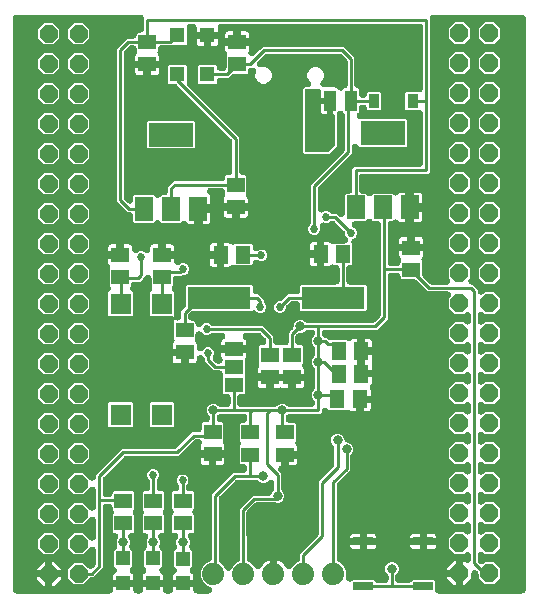
<source format=gbr>
G04 EAGLE Gerber RS-274X export*
G75*
%MOMM*%
%FSLAX34Y34*%
%LPD*%
%INBottom Copper*%
%IPPOS*%
%AMOC8*
5,1,8,0,0,1.08239X$1,22.5*%
G01*
%ADD10R,1.300000X1.500000*%
%ADD11R,1.500000X1.300000*%
%ADD12C,1.879600*%
%ADD13R,1.308000X1.308000*%
%ADD14P,1.649562X8X292.500000*%
%ADD15R,1.020000X1.780000*%
%ADD16R,1.778000X1.778000*%
%ADD17R,1.600200X1.168400*%
%ADD18R,1.200000X1.200000*%
%ADD19R,1.651000X0.762000*%
%ADD20R,1.500000X2.000000*%
%ADD21R,3.800000X2.000000*%
%ADD22R,5.334000X1.930400*%
%ADD23R,0.910000X1.220000*%
%ADD24C,0.254000*%
%ADD25C,0.812800*%
%ADD26C,0.685800*%
%ADD27C,0.889000*%

G36*
X85008Y2293D02*
X85008Y2293D01*
X85084Y2291D01*
X85253Y2313D01*
X85424Y2327D01*
X85498Y2345D01*
X85573Y2355D01*
X85737Y2404D01*
X85903Y2445D01*
X85972Y2475D01*
X86046Y2497D01*
X86199Y2573D01*
X86356Y2640D01*
X86420Y2681D01*
X86489Y2714D01*
X86628Y2813D01*
X86772Y2905D01*
X86829Y2956D01*
X86891Y3000D01*
X87012Y3120D01*
X87140Y3234D01*
X87188Y3293D01*
X87242Y3347D01*
X87343Y3485D01*
X87450Y3618D01*
X87487Y3684D01*
X87532Y3745D01*
X87609Y3898D01*
X87694Y4046D01*
X87720Y4118D01*
X87755Y4186D01*
X87806Y4349D01*
X87865Y4509D01*
X87880Y4584D01*
X87903Y4656D01*
X87915Y4761D01*
X87960Y4993D01*
X87967Y5229D01*
X87979Y5334D01*
X87979Y7916D01*
X96520Y7916D01*
X105061Y7916D01*
X105061Y5334D01*
X105067Y5258D01*
X105065Y5182D01*
X105087Y5013D01*
X105101Y4842D01*
X105119Y4768D01*
X105129Y4693D01*
X105178Y4529D01*
X105219Y4363D01*
X105249Y4294D01*
X105271Y4220D01*
X105347Y4067D01*
X105414Y3910D01*
X105455Y3846D01*
X105488Y3777D01*
X105587Y3638D01*
X105679Y3494D01*
X105730Y3437D01*
X105774Y3375D01*
X105894Y3254D01*
X106008Y3126D01*
X106067Y3078D01*
X106121Y3024D01*
X106259Y2923D01*
X106392Y2816D01*
X106458Y2779D01*
X106519Y2734D01*
X106672Y2657D01*
X106820Y2572D01*
X106892Y2546D01*
X106960Y2511D01*
X107123Y2460D01*
X107283Y2401D01*
X107358Y2386D01*
X107430Y2363D01*
X107535Y2351D01*
X107767Y2306D01*
X108003Y2299D01*
X108108Y2287D01*
X110078Y2287D01*
X110154Y2293D01*
X110230Y2291D01*
X110399Y2313D01*
X110570Y2327D01*
X110644Y2345D01*
X110719Y2355D01*
X110883Y2404D01*
X111049Y2445D01*
X111118Y2475D01*
X111192Y2497D01*
X111345Y2573D01*
X111502Y2640D01*
X111566Y2681D01*
X111635Y2714D01*
X111774Y2813D01*
X111918Y2905D01*
X111975Y2956D01*
X112037Y3000D01*
X112158Y3120D01*
X112286Y3234D01*
X112334Y3293D01*
X112388Y3347D01*
X112489Y3485D01*
X112596Y3618D01*
X112633Y3684D01*
X112678Y3745D01*
X112755Y3898D01*
X112840Y4046D01*
X112866Y4118D01*
X112901Y4186D01*
X112952Y4349D01*
X113011Y4509D01*
X113026Y4584D01*
X113049Y4656D01*
X113061Y4761D01*
X113106Y4993D01*
X113113Y5229D01*
X113125Y5334D01*
X113125Y7916D01*
X121666Y7916D01*
X130207Y7916D01*
X130207Y5334D01*
X130213Y5258D01*
X130211Y5182D01*
X130233Y5013D01*
X130247Y4842D01*
X130265Y4768D01*
X130275Y4693D01*
X130324Y4529D01*
X130365Y4363D01*
X130395Y4294D01*
X130417Y4220D01*
X130493Y4067D01*
X130560Y3910D01*
X130601Y3846D01*
X130634Y3777D01*
X130733Y3638D01*
X130825Y3494D01*
X130876Y3437D01*
X130920Y3375D01*
X131040Y3254D01*
X131154Y3126D01*
X131213Y3078D01*
X131267Y3024D01*
X131405Y2923D01*
X131538Y2816D01*
X131604Y2779D01*
X131665Y2734D01*
X131818Y2657D01*
X131966Y2572D01*
X132038Y2546D01*
X132106Y2511D01*
X132269Y2460D01*
X132429Y2401D01*
X132504Y2386D01*
X132576Y2363D01*
X132681Y2351D01*
X132913Y2306D01*
X133149Y2299D01*
X133254Y2287D01*
X135732Y2287D01*
X135808Y2293D01*
X135884Y2291D01*
X136053Y2313D01*
X136224Y2327D01*
X136298Y2345D01*
X136373Y2355D01*
X136537Y2404D01*
X136703Y2445D01*
X136772Y2475D01*
X136846Y2497D01*
X136999Y2573D01*
X137156Y2640D01*
X137220Y2681D01*
X137289Y2714D01*
X137428Y2813D01*
X137572Y2905D01*
X137629Y2956D01*
X137691Y3000D01*
X137812Y3120D01*
X137940Y3234D01*
X137988Y3293D01*
X138042Y3347D01*
X138143Y3485D01*
X138250Y3618D01*
X138287Y3684D01*
X138332Y3745D01*
X138409Y3898D01*
X138494Y4046D01*
X138520Y4118D01*
X138555Y4186D01*
X138606Y4349D01*
X138665Y4509D01*
X138680Y4584D01*
X138703Y4656D01*
X138715Y4761D01*
X138760Y4993D01*
X138767Y5229D01*
X138779Y5334D01*
X138779Y7789D01*
X147320Y7789D01*
X155861Y7789D01*
X155861Y5334D01*
X155867Y5258D01*
X155865Y5182D01*
X155887Y5013D01*
X155901Y4842D01*
X155919Y4768D01*
X155929Y4693D01*
X155978Y4529D01*
X156019Y4363D01*
X156049Y4294D01*
X156071Y4220D01*
X156147Y4067D01*
X156214Y3910D01*
X156255Y3846D01*
X156288Y3777D01*
X156387Y3638D01*
X156479Y3494D01*
X156530Y3437D01*
X156574Y3375D01*
X156694Y3254D01*
X156808Y3126D01*
X156867Y3078D01*
X156921Y3024D01*
X157059Y2923D01*
X157192Y2816D01*
X157258Y2779D01*
X157319Y2734D01*
X157472Y2657D01*
X157620Y2572D01*
X157692Y2546D01*
X157760Y2511D01*
X157923Y2460D01*
X158083Y2401D01*
X158158Y2386D01*
X158230Y2363D01*
X158335Y2351D01*
X158567Y2306D01*
X158803Y2299D01*
X158908Y2287D01*
X168906Y2287D01*
X169048Y2298D01*
X169190Y2300D01*
X169293Y2318D01*
X169398Y2327D01*
X169536Y2361D01*
X169676Y2386D01*
X169775Y2420D01*
X169876Y2445D01*
X170007Y2502D01*
X170142Y2549D01*
X170234Y2599D01*
X170330Y2640D01*
X170450Y2716D01*
X170575Y2785D01*
X170658Y2849D01*
X170746Y2905D01*
X170852Y3000D01*
X170965Y3087D01*
X171036Y3164D01*
X171114Y3234D01*
X171203Y3345D01*
X171300Y3449D01*
X171358Y3536D01*
X171424Y3618D01*
X171494Y3741D01*
X171573Y3860D01*
X171616Y3956D01*
X171668Y4046D01*
X171717Y4180D01*
X171776Y4310D01*
X171803Y4411D01*
X171839Y4509D01*
X171867Y4649D01*
X171904Y4786D01*
X171914Y4890D01*
X171934Y4993D01*
X171938Y5135D01*
X171953Y5277D01*
X171946Y5382D01*
X171949Y5486D01*
X171931Y5627D01*
X171922Y5770D01*
X171899Y5871D01*
X171885Y5975D01*
X171844Y6112D01*
X171812Y6251D01*
X171773Y6347D01*
X171742Y6447D01*
X171680Y6576D01*
X171626Y6708D01*
X171572Y6797D01*
X171526Y6891D01*
X171443Y7007D01*
X171369Y7128D01*
X171301Y7208D01*
X171240Y7293D01*
X171140Y7394D01*
X171047Y7502D01*
X170967Y7570D01*
X170893Y7644D01*
X170778Y7728D01*
X170669Y7819D01*
X170600Y7857D01*
X170495Y7934D01*
X170107Y8130D01*
X170072Y8149D01*
X166724Y9536D01*
X163651Y12609D01*
X161988Y16623D01*
X161988Y20969D01*
X163651Y24983D01*
X166724Y28056D01*
X169949Y29392D01*
X170144Y29492D01*
X170340Y29587D01*
X170363Y29604D01*
X170388Y29617D01*
X170564Y29747D01*
X170742Y29873D01*
X170762Y29893D01*
X170785Y29910D01*
X170938Y30066D01*
X171093Y30220D01*
X171110Y30243D01*
X171130Y30263D01*
X171255Y30442D01*
X171383Y30618D01*
X171396Y30644D01*
X171413Y30667D01*
X171507Y30864D01*
X171606Y31059D01*
X171614Y31086D01*
X171627Y31112D01*
X171688Y31321D01*
X171754Y31529D01*
X171757Y31553D01*
X171766Y31585D01*
X171827Y32074D01*
X171824Y32155D01*
X171830Y32207D01*
X171830Y86375D01*
X189723Y104268D01*
X198247Y104268D01*
X198323Y104274D01*
X198399Y104272D01*
X198568Y104294D01*
X198739Y104308D01*
X198813Y104326D01*
X198888Y104336D01*
X199052Y104385D01*
X199218Y104426D01*
X199287Y104456D01*
X199361Y104478D01*
X199514Y104554D01*
X199671Y104621D01*
X199735Y104662D01*
X199804Y104695D01*
X199943Y104794D01*
X200087Y104886D01*
X200144Y104937D01*
X200206Y104981D01*
X200327Y105101D01*
X200455Y105215D01*
X200503Y105274D01*
X200557Y105328D01*
X200658Y105466D01*
X200765Y105599D01*
X200802Y105665D01*
X200847Y105726D01*
X200924Y105879D01*
X201009Y106027D01*
X201035Y106099D01*
X201070Y106167D01*
X201121Y106330D01*
X201180Y106490D01*
X201195Y106565D01*
X201218Y106637D01*
X201230Y106742D01*
X201275Y106974D01*
X201282Y107210D01*
X201294Y107315D01*
X201294Y108841D01*
X201288Y108917D01*
X201290Y108993D01*
X201268Y109162D01*
X201254Y109333D01*
X201236Y109407D01*
X201226Y109482D01*
X201177Y109646D01*
X201136Y109812D01*
X201106Y109881D01*
X201084Y109955D01*
X201008Y110108D01*
X200941Y110265D01*
X200900Y110329D01*
X200867Y110398D01*
X200768Y110537D01*
X200676Y110681D01*
X200625Y110738D01*
X200581Y110800D01*
X200461Y110921D01*
X200347Y111049D01*
X200288Y111097D01*
X200234Y111151D01*
X200096Y111252D01*
X199963Y111359D01*
X199897Y111396D01*
X199836Y111441D01*
X199683Y111518D01*
X199535Y111603D01*
X199463Y111629D01*
X199395Y111664D01*
X199232Y111715D01*
X199072Y111774D01*
X198997Y111789D01*
X198925Y111812D01*
X198820Y111824D01*
X198588Y111869D01*
X198352Y111876D01*
X198247Y111888D01*
X195957Y111888D01*
X195064Y112781D01*
X195064Y127045D01*
X195278Y127258D01*
X195327Y127316D01*
X195383Y127368D01*
X195487Y127504D01*
X195597Y127634D01*
X195637Y127699D01*
X195683Y127760D01*
X195764Y127910D01*
X195852Y128057D01*
X195880Y128128D01*
X195916Y128195D01*
X195972Y128356D01*
X196035Y128515D01*
X196052Y128589D01*
X196076Y128661D01*
X196105Y128830D01*
X196142Y128996D01*
X196146Y129073D01*
X196159Y129148D01*
X196160Y129318D01*
X196170Y129489D01*
X196161Y129565D01*
X196162Y129641D01*
X196135Y129810D01*
X196117Y129980D01*
X196097Y130053D01*
X196085Y130128D01*
X196032Y130291D01*
X195987Y130455D01*
X195955Y130524D01*
X195931Y130597D01*
X195852Y130749D01*
X195781Y130904D01*
X195738Y130967D01*
X195703Y131035D01*
X195638Y131117D01*
X195506Y131313D01*
X195344Y131485D01*
X195278Y131568D01*
X195064Y131781D01*
X195064Y146045D01*
X195957Y146938D01*
X198247Y146938D01*
X198323Y146944D01*
X198399Y146942D01*
X198568Y146964D01*
X198739Y146978D01*
X198813Y146996D01*
X198888Y147006D01*
X199052Y147055D01*
X199218Y147096D01*
X199287Y147126D01*
X199361Y147148D01*
X199514Y147224D01*
X199671Y147291D01*
X199735Y147332D01*
X199804Y147365D01*
X199943Y147464D01*
X200087Y147556D01*
X200144Y147607D01*
X200206Y147651D01*
X200327Y147771D01*
X200455Y147885D01*
X200503Y147944D01*
X200557Y147998D01*
X200658Y148136D01*
X200765Y148269D01*
X200802Y148335D01*
X200847Y148396D01*
X200924Y148549D01*
X201009Y148697D01*
X201035Y148769D01*
X201070Y148837D01*
X201121Y149000D01*
X201180Y149160D01*
X201195Y149235D01*
X201218Y149307D01*
X201230Y149412D01*
X201275Y149644D01*
X201282Y149880D01*
X201294Y149985D01*
X201294Y151638D01*
X201289Y151704D01*
X201290Y151754D01*
X201290Y151761D01*
X201290Y151790D01*
X201268Y151959D01*
X201254Y152130D01*
X201236Y152204D01*
X201226Y152279D01*
X201177Y152443D01*
X201136Y152609D01*
X201106Y152678D01*
X201084Y152752D01*
X201008Y152905D01*
X200941Y153062D01*
X200900Y153126D01*
X200867Y153195D01*
X200768Y153334D01*
X200676Y153478D01*
X200625Y153535D01*
X200581Y153597D01*
X200461Y153718D01*
X200347Y153846D01*
X200288Y153894D01*
X200234Y153948D01*
X200096Y154049D01*
X199963Y154156D01*
X199897Y154193D01*
X199836Y154238D01*
X199683Y154315D01*
X199535Y154400D01*
X199463Y154426D01*
X199395Y154461D01*
X199232Y154512D01*
X199072Y154571D01*
X198997Y154586D01*
X198925Y154609D01*
X198820Y154621D01*
X198588Y154666D01*
X198352Y154673D01*
X198247Y154685D01*
X179091Y154685D01*
X178977Y154676D01*
X178863Y154677D01*
X178732Y154656D01*
X178599Y154645D01*
X178488Y154618D01*
X178376Y154600D01*
X178250Y154559D01*
X178121Y154527D01*
X178016Y154482D01*
X177907Y154446D01*
X177789Y154384D01*
X177667Y154332D01*
X177571Y154271D01*
X177470Y154218D01*
X177396Y154159D01*
X177251Y154067D01*
X177009Y153850D01*
X176936Y153793D01*
X176407Y153264D01*
X176333Y153177D01*
X176252Y153096D01*
X176174Y152989D01*
X176088Y152888D01*
X176029Y152790D01*
X175962Y152698D01*
X175902Y152579D01*
X175833Y152465D01*
X175791Y152359D01*
X175739Y152257D01*
X175699Y152130D01*
X175650Y152007D01*
X175625Y151896D01*
X175591Y151787D01*
X175581Y151693D01*
X175543Y151525D01*
X175525Y151201D01*
X175515Y151109D01*
X175515Y150366D01*
X175521Y150290D01*
X175519Y150214D01*
X175541Y150045D01*
X175555Y149874D01*
X175573Y149800D01*
X175583Y149725D01*
X175632Y149561D01*
X175673Y149395D01*
X175703Y149326D01*
X175725Y149252D01*
X175801Y149099D01*
X175868Y148942D01*
X175909Y148878D01*
X175942Y148809D01*
X176041Y148670D01*
X176133Y148526D01*
X176184Y148469D01*
X176228Y148407D01*
X176348Y148286D01*
X176462Y148158D01*
X176521Y148110D01*
X176575Y148056D01*
X176713Y147955D01*
X176846Y147848D01*
X176912Y147811D01*
X176973Y147766D01*
X177126Y147689D01*
X177274Y147604D01*
X177346Y147578D01*
X177414Y147543D01*
X177577Y147492D01*
X177737Y147433D01*
X177812Y147418D01*
X177884Y147395D01*
X177989Y147383D01*
X178221Y147338D01*
X178457Y147331D01*
X178562Y147319D01*
X180280Y147319D01*
X181173Y146426D01*
X181173Y131984D01*
X181103Y131869D01*
X181075Y131798D01*
X181039Y131731D01*
X180984Y131569D01*
X180920Y131411D01*
X180904Y131336D01*
X180879Y131264D01*
X180850Y131096D01*
X180814Y130929D01*
X180809Y130853D01*
X180796Y130778D01*
X180795Y130607D01*
X180786Y130436D01*
X180794Y130360D01*
X180793Y130284D01*
X180820Y130116D01*
X180838Y129946D01*
X180858Y129872D01*
X180870Y129797D01*
X180924Y129634D01*
X180969Y129470D01*
X181000Y129401D01*
X181024Y129328D01*
X181103Y129177D01*
X181174Y129022D01*
X181217Y128958D01*
X181252Y128891D01*
X181318Y128809D01*
X181450Y128612D01*
X181612Y128440D01*
X181678Y128358D01*
X181681Y128354D01*
X182016Y127775D01*
X182189Y127129D01*
X182189Y123543D01*
X172350Y123543D01*
X172274Y123537D01*
X172198Y123539D01*
X172121Y123529D01*
X172051Y123531D01*
X171946Y123543D01*
X162107Y123543D01*
X162107Y127129D01*
X162280Y127775D01*
X162746Y128580D01*
X162803Y128701D01*
X162868Y128816D01*
X162908Y128923D01*
X162957Y129026D01*
X162994Y129154D01*
X163040Y129279D01*
X163062Y129391D01*
X163093Y129500D01*
X163109Y129633D01*
X163135Y129763D01*
X163138Y129877D01*
X163152Y129990D01*
X163146Y130123D01*
X163150Y130256D01*
X163135Y130369D01*
X163130Y130483D01*
X163103Y130613D01*
X163086Y130745D01*
X163053Y130854D01*
X163029Y130966D01*
X162982Y131090D01*
X162943Y131218D01*
X162893Y131320D01*
X162852Y131426D01*
X162785Y131541D01*
X162726Y131661D01*
X162660Y131753D01*
X162603Y131852D01*
X162518Y131955D01*
X162441Y132063D01*
X162361Y132144D01*
X162288Y132232D01*
X162188Y132319D01*
X162094Y132414D01*
X162002Y132481D01*
X161916Y132556D01*
X161803Y132626D01*
X161695Y132704D01*
X161594Y132756D01*
X161497Y132816D01*
X161374Y132867D01*
X161255Y132927D01*
X161146Y132961D01*
X161041Y133005D01*
X160911Y133035D01*
X160784Y133075D01*
X160701Y133084D01*
X160561Y133117D01*
X160172Y133144D01*
X160107Y133151D01*
X158686Y133151D01*
X158572Y133142D01*
X158458Y133143D01*
X158326Y133122D01*
X158194Y133111D01*
X158083Y133084D01*
X157970Y133066D01*
X157844Y133025D01*
X157715Y132993D01*
X157610Y132948D01*
X157502Y132912D01*
X157384Y132850D01*
X157262Y132798D01*
X157166Y132737D01*
X157064Y132684D01*
X156991Y132625D01*
X156846Y132533D01*
X156604Y132317D01*
X156531Y132259D01*
X143398Y119125D01*
X98940Y119125D01*
X98826Y119116D01*
X98712Y119117D01*
X98580Y119096D01*
X98448Y119085D01*
X98337Y119058D01*
X98224Y119040D01*
X98098Y118999D01*
X97969Y118967D01*
X97864Y118922D01*
X97756Y118886D01*
X97638Y118824D01*
X97516Y118772D01*
X97420Y118711D01*
X97318Y118658D01*
X97245Y118599D01*
X97100Y118507D01*
X96858Y118291D01*
X96785Y118233D01*
X79887Y101335D01*
X79813Y101248D01*
X79732Y101168D01*
X79654Y101060D01*
X79568Y100959D01*
X79509Y100861D01*
X79442Y100769D01*
X79382Y100650D01*
X79313Y100536D01*
X79271Y100430D01*
X79219Y100328D01*
X79179Y100202D01*
X79130Y100078D01*
X79105Y99967D01*
X79071Y99858D01*
X79061Y99764D01*
X79023Y99597D01*
X79005Y99272D01*
X78995Y99180D01*
X78995Y87122D01*
X79001Y87046D01*
X78999Y86970D01*
X79021Y86801D01*
X79035Y86630D01*
X79053Y86556D01*
X79063Y86481D01*
X79112Y86317D01*
X79153Y86151D01*
X79183Y86082D01*
X79205Y86008D01*
X79281Y85855D01*
X79348Y85698D01*
X79389Y85634D01*
X79422Y85565D01*
X79521Y85426D01*
X79613Y85282D01*
X79664Y85225D01*
X79708Y85163D01*
X79828Y85042D01*
X79942Y84914D01*
X80001Y84866D01*
X80055Y84812D01*
X80193Y84711D01*
X80326Y84604D01*
X80392Y84567D01*
X80453Y84522D01*
X80606Y84445D01*
X80754Y84360D01*
X80826Y84334D01*
X80894Y84299D01*
X81057Y84248D01*
X81217Y84189D01*
X81292Y84174D01*
X81364Y84151D01*
X81469Y84139D01*
X81701Y84094D01*
X81937Y84087D01*
X82042Y84075D01*
X84447Y84075D01*
X84523Y84081D01*
X84599Y84079D01*
X84768Y84101D01*
X84939Y84115D01*
X85013Y84133D01*
X85088Y84143D01*
X85252Y84192D01*
X85418Y84233D01*
X85487Y84263D01*
X85561Y84285D01*
X85714Y84361D01*
X85871Y84428D01*
X85935Y84469D01*
X86004Y84502D01*
X86143Y84601D01*
X86287Y84693D01*
X86344Y84744D01*
X86406Y84788D01*
X86527Y84908D01*
X86655Y85022D01*
X86703Y85081D01*
X86757Y85135D01*
X86858Y85273D01*
X86965Y85406D01*
X87002Y85472D01*
X87047Y85533D01*
X87124Y85686D01*
X87209Y85834D01*
X87235Y85906D01*
X87270Y85974D01*
X87321Y86137D01*
X87380Y86297D01*
X87395Y86372D01*
X87418Y86444D01*
X87430Y86549D01*
X87475Y86781D01*
X87482Y87017D01*
X87494Y87122D01*
X87494Y87814D01*
X88387Y88707D01*
X104651Y88707D01*
X105544Y87814D01*
X105544Y73550D01*
X105330Y73337D01*
X105281Y73279D01*
X105225Y73226D01*
X105121Y73091D01*
X105011Y72961D01*
X104971Y72895D01*
X104925Y72835D01*
X104844Y72685D01*
X104756Y72538D01*
X104728Y72467D01*
X104692Y72400D01*
X104636Y72239D01*
X104573Y72080D01*
X104556Y72006D01*
X104532Y71934D01*
X104503Y71765D01*
X104466Y71598D01*
X104462Y71522D01*
X104449Y71447D01*
X104448Y71276D01*
X104438Y71106D01*
X104447Y71030D01*
X104446Y70954D01*
X104473Y70785D01*
X104491Y70615D01*
X104511Y70542D01*
X104523Y70467D01*
X104576Y70304D01*
X104621Y70140D01*
X104653Y70070D01*
X104677Y69998D01*
X104756Y69847D01*
X104827Y69691D01*
X104870Y69628D01*
X104905Y69560D01*
X104970Y69478D01*
X105102Y69282D01*
X105264Y69109D01*
X105330Y69027D01*
X105544Y68814D01*
X105544Y54550D01*
X104651Y53657D01*
X103842Y53657D01*
X103662Y53643D01*
X103482Y53636D01*
X103417Y53623D01*
X103350Y53617D01*
X103175Y53574D01*
X102998Y53538D01*
X102936Y53515D01*
X102871Y53499D01*
X102705Y53427D01*
X102537Y53364D01*
X102479Y53330D01*
X102418Y53304D01*
X102266Y53207D01*
X102110Y53117D01*
X102058Y53075D01*
X102002Y53039D01*
X101868Y52919D01*
X101728Y52804D01*
X101684Y52755D01*
X101634Y52710D01*
X101521Y52570D01*
X101401Y52435D01*
X101366Y52378D01*
X101324Y52326D01*
X101235Y52170D01*
X101139Y52017D01*
X101113Y51955D01*
X101080Y51898D01*
X101017Y51728D01*
X100947Y51562D01*
X100932Y51498D01*
X100909Y51435D01*
X100874Y51258D01*
X100832Y51083D01*
X100827Y51016D01*
X100814Y50951D01*
X100808Y50771D01*
X100795Y50591D01*
X100801Y50524D01*
X100799Y50458D01*
X100822Y50279D01*
X100838Y50099D01*
X100852Y50049D01*
X100863Y49969D01*
X101005Y49497D01*
X101020Y49466D01*
X101027Y49444D01*
X102109Y46832D01*
X102109Y44608D01*
X101694Y43606D01*
X101627Y43398D01*
X101556Y43192D01*
X101551Y43163D01*
X101542Y43136D01*
X101510Y42921D01*
X101473Y42705D01*
X101473Y42677D01*
X101469Y42649D01*
X101471Y42431D01*
X101470Y42212D01*
X101475Y42184D01*
X101475Y42155D01*
X101513Y41941D01*
X101547Y41725D01*
X101556Y41697D01*
X101561Y41670D01*
X101633Y41464D01*
X101701Y41256D01*
X101714Y41231D01*
X101724Y41204D01*
X101828Y41012D01*
X101929Y40818D01*
X101943Y40800D01*
X101960Y40771D01*
X102262Y40381D01*
X102321Y40326D01*
X102354Y40285D01*
X104045Y38595D01*
X104045Y25331D01*
X102849Y24136D01*
X102702Y23963D01*
X102552Y23791D01*
X102542Y23775D01*
X102530Y23760D01*
X102412Y23564D01*
X102292Y23371D01*
X102285Y23354D01*
X102275Y23338D01*
X102190Y23125D01*
X102104Y22915D01*
X102099Y22897D01*
X102092Y22879D01*
X102043Y22656D01*
X101991Y22435D01*
X101990Y22416D01*
X101985Y22398D01*
X101973Y22169D01*
X101957Y21943D01*
X101959Y21924D01*
X101958Y21905D01*
X101982Y21679D01*
X102003Y21452D01*
X102008Y21433D01*
X102010Y21415D01*
X102070Y21196D01*
X102128Y20974D01*
X102136Y20957D01*
X102141Y20939D01*
X102236Y20732D01*
X102328Y20524D01*
X102338Y20508D01*
X102346Y20491D01*
X102473Y20302D01*
X102598Y20111D01*
X102611Y20097D01*
X102622Y20081D01*
X102777Y19916D01*
X102932Y19747D01*
X102944Y19738D01*
X102960Y19722D01*
X103351Y19421D01*
X103432Y19378D01*
X103480Y19342D01*
X104080Y18996D01*
X104553Y18523D01*
X104888Y17944D01*
X105061Y17298D01*
X105061Y14010D01*
X96520Y14010D01*
X87979Y14010D01*
X87979Y17298D01*
X88152Y17944D01*
X88487Y18523D01*
X88960Y18996D01*
X89560Y19342D01*
X89747Y19472D01*
X89936Y19599D01*
X89950Y19612D01*
X89965Y19623D01*
X90130Y19782D01*
X90296Y19937D01*
X90307Y19952D01*
X90321Y19965D01*
X90458Y20148D01*
X90596Y20328D01*
X90605Y20345D01*
X90616Y20360D01*
X90721Y20562D01*
X90829Y20763D01*
X90835Y20781D01*
X90844Y20798D01*
X90915Y21013D01*
X90989Y21230D01*
X90992Y21248D01*
X90998Y21266D01*
X91033Y21490D01*
X91072Y21716D01*
X91072Y21735D01*
X91075Y21754D01*
X91073Y21980D01*
X91075Y22209D01*
X91072Y22228D01*
X91072Y22247D01*
X91034Y22471D01*
X90998Y22697D01*
X90992Y22715D01*
X90989Y22733D01*
X90915Y22949D01*
X90844Y23165D01*
X90835Y23182D01*
X90829Y23200D01*
X90721Y23401D01*
X90616Y23603D01*
X90606Y23615D01*
X90596Y23635D01*
X90295Y24026D01*
X90228Y24090D01*
X90191Y24136D01*
X88995Y25331D01*
X88995Y38595D01*
X90686Y40285D01*
X90827Y40451D01*
X90972Y40615D01*
X90987Y40639D01*
X91005Y40661D01*
X91118Y40848D01*
X91234Y41033D01*
X91245Y41059D01*
X91260Y41084D01*
X91341Y41285D01*
X91426Y41488D01*
X91432Y41515D01*
X91443Y41542D01*
X91490Y41755D01*
X91542Y41967D01*
X91544Y41996D01*
X91550Y42023D01*
X91562Y42242D01*
X91578Y42459D01*
X91576Y42487D01*
X91577Y42516D01*
X91554Y42734D01*
X91535Y42951D01*
X91529Y42973D01*
X91525Y43007D01*
X91395Y43482D01*
X91361Y43555D01*
X91346Y43606D01*
X90931Y44608D01*
X90931Y46832D01*
X92013Y49444D01*
X92069Y49616D01*
X92131Y49785D01*
X92144Y49850D01*
X92165Y49913D01*
X92192Y50092D01*
X92226Y50269D01*
X92228Y50335D01*
X92238Y50401D01*
X92236Y50582D01*
X92241Y50762D01*
X92233Y50828D01*
X92232Y50895D01*
X92201Y51072D01*
X92177Y51251D01*
X92158Y51315D01*
X92146Y51380D01*
X92087Y51550D01*
X92035Y51724D01*
X92005Y51783D01*
X91983Y51846D01*
X91897Y52005D01*
X91818Y52167D01*
X91779Y52221D01*
X91747Y52279D01*
X91636Y52422D01*
X91532Y52569D01*
X91485Y52616D01*
X91445Y52669D01*
X91312Y52792D01*
X91185Y52920D01*
X91132Y52959D01*
X91083Y53004D01*
X90933Y53104D01*
X90787Y53210D01*
X90727Y53240D01*
X90672Y53277D01*
X90507Y53351D01*
X90346Y53433D01*
X90283Y53453D01*
X90222Y53480D01*
X90048Y53527D01*
X89876Y53581D01*
X89823Y53587D01*
X89746Y53608D01*
X89255Y53657D01*
X89221Y53655D01*
X89198Y53657D01*
X88387Y53657D01*
X87494Y54550D01*
X87494Y68814D01*
X87708Y69027D01*
X87757Y69085D01*
X87813Y69137D01*
X87917Y69273D01*
X88027Y69403D01*
X88067Y69468D01*
X88113Y69529D01*
X88194Y69679D01*
X88282Y69826D01*
X88310Y69897D01*
X88346Y69964D01*
X88402Y70125D01*
X88465Y70284D01*
X88482Y70358D01*
X88506Y70430D01*
X88535Y70599D01*
X88572Y70765D01*
X88576Y70842D01*
X88589Y70917D01*
X88590Y71087D01*
X88600Y71258D01*
X88591Y71334D01*
X88592Y71410D01*
X88565Y71579D01*
X88547Y71749D01*
X88527Y71822D01*
X88515Y71897D01*
X88462Y72060D01*
X88417Y72224D01*
X88385Y72293D01*
X88361Y72366D01*
X88282Y72518D01*
X88211Y72673D01*
X88168Y72736D01*
X88133Y72804D01*
X88068Y72886D01*
X87936Y73082D01*
X87774Y73254D01*
X87708Y73337D01*
X87494Y73550D01*
X87494Y75438D01*
X87488Y75509D01*
X87490Y75573D01*
X87490Y75576D01*
X87490Y75590D01*
X87468Y75759D01*
X87454Y75930D01*
X87436Y76004D01*
X87426Y76079D01*
X87377Y76243D01*
X87336Y76409D01*
X87306Y76478D01*
X87284Y76552D01*
X87208Y76705D01*
X87141Y76862D01*
X87100Y76926D01*
X87067Y76995D01*
X86968Y77134D01*
X86876Y77278D01*
X86825Y77335D01*
X86781Y77397D01*
X86661Y77518D01*
X86547Y77646D01*
X86488Y77694D01*
X86434Y77748D01*
X86296Y77849D01*
X86163Y77956D01*
X86097Y77993D01*
X86036Y78038D01*
X85883Y78115D01*
X85735Y78200D01*
X85663Y78226D01*
X85595Y78261D01*
X85432Y78312D01*
X85272Y78371D01*
X85197Y78386D01*
X85125Y78409D01*
X85020Y78421D01*
X84788Y78466D01*
X84552Y78473D01*
X84447Y78485D01*
X82042Y78485D01*
X81966Y78479D01*
X81890Y78481D01*
X81721Y78459D01*
X81550Y78445D01*
X81476Y78427D01*
X81401Y78417D01*
X81237Y78368D01*
X81071Y78327D01*
X81002Y78297D01*
X80928Y78275D01*
X80775Y78199D01*
X80618Y78132D01*
X80554Y78091D01*
X80485Y78058D01*
X80346Y77959D01*
X80202Y77867D01*
X80145Y77816D01*
X80083Y77772D01*
X79962Y77652D01*
X79834Y77538D01*
X79786Y77479D01*
X79732Y77425D01*
X79631Y77287D01*
X79524Y77154D01*
X79487Y77088D01*
X79442Y77027D01*
X79365Y76874D01*
X79280Y76726D01*
X79254Y76654D01*
X79219Y76586D01*
X79168Y76423D01*
X79109Y76263D01*
X79094Y76188D01*
X79071Y76116D01*
X79059Y76011D01*
X79014Y75779D01*
X79007Y75543D01*
X78995Y75438D01*
X78995Y24242D01*
X71072Y16319D01*
X70138Y16319D01*
X70024Y16310D01*
X69910Y16311D01*
X69779Y16290D01*
X69646Y16279D01*
X69536Y16252D01*
X69423Y16234D01*
X69296Y16193D01*
X69168Y16161D01*
X69063Y16116D01*
X68954Y16080D01*
X68836Y16018D01*
X68714Y15966D01*
X68618Y15905D01*
X68517Y15852D01*
X68443Y15793D01*
X68298Y15701D01*
X68056Y15485D01*
X67983Y15427D01*
X62526Y9969D01*
X54950Y9969D01*
X49593Y15326D01*
X49593Y22902D01*
X54950Y28259D01*
X62526Y28259D01*
X66661Y24123D01*
X66719Y24074D01*
X66772Y24018D01*
X66907Y23914D01*
X67037Y23804D01*
X67103Y23764D01*
X67163Y23718D01*
X67314Y23637D01*
X67460Y23549D01*
X67531Y23521D01*
X67598Y23485D01*
X67760Y23429D01*
X67918Y23366D01*
X67992Y23350D01*
X68064Y23325D01*
X68233Y23296D01*
X68400Y23259D01*
X68476Y23255D01*
X68551Y23242D01*
X68722Y23241D01*
X68892Y23232D01*
X68968Y23240D01*
X69044Y23239D01*
X69213Y23266D01*
X69383Y23284D01*
X69456Y23304D01*
X69531Y23316D01*
X69694Y23369D01*
X69858Y23414D01*
X69928Y23446D01*
X70000Y23470D01*
X70152Y23549D01*
X70307Y23620D01*
X70370Y23663D01*
X70438Y23698D01*
X70520Y23764D01*
X70716Y23896D01*
X70889Y24058D01*
X70971Y24123D01*
X72513Y25665D01*
X72587Y25752D01*
X72668Y25832D01*
X72746Y25940D01*
X72832Y26041D01*
X72891Y26139D01*
X72958Y26231D01*
X73018Y26350D01*
X73087Y26464D01*
X73129Y26570D01*
X73181Y26672D01*
X73221Y26798D01*
X73270Y26922D01*
X73295Y27033D01*
X73329Y27142D01*
X73339Y27236D01*
X73377Y27403D01*
X73395Y27728D01*
X73405Y27820D01*
X73405Y38892D01*
X73402Y38930D01*
X73404Y38968D01*
X73401Y38997D01*
X73401Y39006D01*
X73395Y39051D01*
X73382Y39176D01*
X73365Y39384D01*
X73356Y39421D01*
X73352Y39459D01*
X73297Y39660D01*
X73247Y39863D01*
X73232Y39898D01*
X73221Y39934D01*
X73134Y40124D01*
X73052Y40316D01*
X73032Y40348D01*
X73016Y40383D01*
X72899Y40556D01*
X72787Y40732D01*
X72762Y40760D01*
X72740Y40792D01*
X72597Y40944D01*
X72458Y41100D01*
X72429Y41124D01*
X72403Y41152D01*
X72237Y41279D01*
X72074Y41410D01*
X72041Y41429D01*
X72011Y41452D01*
X71827Y41551D01*
X71646Y41654D01*
X71610Y41667D01*
X71576Y41685D01*
X71379Y41753D01*
X71183Y41825D01*
X71146Y41833D01*
X71110Y41845D01*
X70903Y41880D01*
X70699Y41920D01*
X70661Y41921D01*
X70623Y41928D01*
X70414Y41929D01*
X70206Y41935D01*
X70168Y41930D01*
X70130Y41931D01*
X69923Y41898D01*
X69717Y41871D01*
X69680Y41860D01*
X69643Y41854D01*
X69444Y41789D01*
X69245Y41729D01*
X69210Y41712D01*
X69174Y41700D01*
X68989Y41603D01*
X68801Y41512D01*
X68770Y41490D01*
X68736Y41472D01*
X68664Y41414D01*
X68399Y41226D01*
X68277Y41105D01*
X68203Y41047D01*
X62526Y35369D01*
X54950Y35369D01*
X49593Y40726D01*
X49593Y48302D01*
X54950Y53659D01*
X62526Y53659D01*
X68203Y47981D01*
X68232Y47957D01*
X68258Y47928D01*
X68420Y47797D01*
X68579Y47662D01*
X68612Y47642D01*
X68642Y47618D01*
X68823Y47515D01*
X69002Y47407D01*
X69037Y47393D01*
X69070Y47374D01*
X69266Y47301D01*
X69460Y47224D01*
X69497Y47216D01*
X69533Y47203D01*
X69738Y47163D01*
X69942Y47117D01*
X69980Y47115D01*
X70017Y47108D01*
X70225Y47101D01*
X70434Y47090D01*
X70472Y47094D01*
X70510Y47093D01*
X70717Y47120D01*
X70925Y47142D01*
X70961Y47152D01*
X70999Y47157D01*
X71199Y47217D01*
X71400Y47273D01*
X71435Y47288D01*
X71472Y47299D01*
X71659Y47391D01*
X71849Y47478D01*
X71881Y47500D01*
X71915Y47516D01*
X72084Y47637D01*
X72258Y47754D01*
X72286Y47780D01*
X72317Y47802D01*
X72465Y47948D01*
X72618Y48092D01*
X72641Y48122D01*
X72668Y48149D01*
X72791Y48317D01*
X72918Y48483D01*
X72936Y48516D01*
X72958Y48547D01*
X73052Y48733D01*
X73151Y48918D01*
X73164Y48954D01*
X73181Y48988D01*
X73243Y49187D01*
X73311Y49384D01*
X73317Y49422D01*
X73329Y49458D01*
X73339Y49551D01*
X73394Y49871D01*
X73395Y50043D01*
X73405Y50136D01*
X73405Y64292D01*
X73402Y64330D01*
X73404Y64368D01*
X73382Y64576D01*
X73365Y64784D01*
X73356Y64821D01*
X73352Y64859D01*
X73297Y65060D01*
X73247Y65263D01*
X73232Y65298D01*
X73221Y65334D01*
X73134Y65524D01*
X73052Y65716D01*
X73032Y65748D01*
X73016Y65783D01*
X72899Y65956D01*
X72787Y66132D01*
X72762Y66160D01*
X72740Y66192D01*
X72597Y66344D01*
X72458Y66500D01*
X72429Y66524D01*
X72403Y66552D01*
X72237Y66679D01*
X72074Y66810D01*
X72041Y66829D01*
X72011Y66852D01*
X71827Y66951D01*
X71646Y67054D01*
X71610Y67067D01*
X71576Y67085D01*
X71379Y67153D01*
X71183Y67225D01*
X71146Y67233D01*
X71110Y67245D01*
X70903Y67280D01*
X70699Y67320D01*
X70661Y67321D01*
X70623Y67328D01*
X70414Y67329D01*
X70206Y67335D01*
X70168Y67330D01*
X70130Y67331D01*
X69923Y67298D01*
X69717Y67271D01*
X69680Y67260D01*
X69643Y67254D01*
X69444Y67189D01*
X69245Y67129D01*
X69210Y67112D01*
X69174Y67100D01*
X68989Y67003D01*
X68801Y66912D01*
X68770Y66890D01*
X68736Y66872D01*
X68664Y66814D01*
X68399Y66626D01*
X68277Y66505D01*
X68203Y66447D01*
X62526Y60769D01*
X54950Y60769D01*
X49593Y66126D01*
X49593Y73702D01*
X54950Y79059D01*
X62526Y79059D01*
X68203Y73381D01*
X68232Y73357D01*
X68258Y73328D01*
X68420Y73197D01*
X68579Y73062D01*
X68612Y73042D01*
X68642Y73018D01*
X68823Y72915D01*
X69002Y72807D01*
X69037Y72793D01*
X69070Y72774D01*
X69266Y72701D01*
X69460Y72624D01*
X69497Y72616D01*
X69533Y72603D01*
X69738Y72563D01*
X69942Y72517D01*
X69980Y72515D01*
X70017Y72508D01*
X70225Y72501D01*
X70434Y72490D01*
X70472Y72494D01*
X70510Y72493D01*
X70717Y72520D01*
X70925Y72542D01*
X70961Y72552D01*
X70999Y72557D01*
X71199Y72617D01*
X71400Y72673D01*
X71435Y72688D01*
X71472Y72699D01*
X71659Y72791D01*
X71849Y72878D01*
X71881Y72900D01*
X71915Y72916D01*
X72084Y73037D01*
X72258Y73154D01*
X72286Y73180D01*
X72317Y73202D01*
X72465Y73348D01*
X72618Y73492D01*
X72641Y73522D01*
X72668Y73549D01*
X72791Y73717D01*
X72918Y73883D01*
X72936Y73916D01*
X72958Y73947D01*
X73052Y74133D01*
X73151Y74318D01*
X73164Y74354D01*
X73181Y74388D01*
X73243Y74587D01*
X73311Y74784D01*
X73317Y74822D01*
X73329Y74858D01*
X73339Y74951D01*
X73394Y75271D01*
X73395Y75443D01*
X73405Y75536D01*
X73405Y89692D01*
X73402Y89730D01*
X73404Y89768D01*
X73382Y89976D01*
X73365Y90184D01*
X73356Y90221D01*
X73352Y90259D01*
X73297Y90460D01*
X73247Y90663D01*
X73232Y90698D01*
X73221Y90734D01*
X73134Y90924D01*
X73052Y91116D01*
X73032Y91148D01*
X73016Y91183D01*
X72899Y91356D01*
X72787Y91532D01*
X72762Y91560D01*
X72740Y91592D01*
X72597Y91744D01*
X72458Y91900D01*
X72429Y91924D01*
X72403Y91952D01*
X72237Y92079D01*
X72074Y92210D01*
X72041Y92229D01*
X72011Y92252D01*
X71827Y92351D01*
X71646Y92454D01*
X71610Y92467D01*
X71576Y92485D01*
X71379Y92553D01*
X71183Y92625D01*
X71146Y92633D01*
X71110Y92645D01*
X70903Y92680D01*
X70699Y92720D01*
X70661Y92721D01*
X70623Y92728D01*
X70414Y92729D01*
X70206Y92735D01*
X70168Y92730D01*
X70130Y92731D01*
X69923Y92698D01*
X69717Y92671D01*
X69680Y92660D01*
X69643Y92654D01*
X69444Y92589D01*
X69245Y92529D01*
X69210Y92512D01*
X69174Y92500D01*
X68989Y92403D01*
X68801Y92312D01*
X68770Y92290D01*
X68736Y92272D01*
X68664Y92214D01*
X68399Y92026D01*
X68277Y91905D01*
X68203Y91847D01*
X62526Y86169D01*
X54950Y86169D01*
X49593Y91526D01*
X49593Y99102D01*
X54950Y104459D01*
X62526Y104459D01*
X68203Y98781D01*
X68232Y98757D01*
X68258Y98728D01*
X68420Y98597D01*
X68579Y98462D01*
X68612Y98442D01*
X68642Y98418D01*
X68823Y98315D01*
X69002Y98207D01*
X69037Y98193D01*
X69070Y98174D01*
X69266Y98101D01*
X69460Y98024D01*
X69497Y98016D01*
X69533Y98003D01*
X69738Y97963D01*
X69942Y97917D01*
X69980Y97915D01*
X70017Y97908D01*
X70225Y97901D01*
X70434Y97890D01*
X70472Y97894D01*
X70510Y97893D01*
X70717Y97920D01*
X70925Y97942D01*
X70961Y97952D01*
X70999Y97957D01*
X71199Y98017D01*
X71400Y98073D01*
X71435Y98088D01*
X71472Y98099D01*
X71659Y98191D01*
X71849Y98278D01*
X71881Y98300D01*
X71915Y98316D01*
X72084Y98437D01*
X72258Y98554D01*
X72286Y98580D01*
X72317Y98602D01*
X72465Y98748D01*
X72618Y98892D01*
X72641Y98922D01*
X72668Y98949D01*
X72791Y99117D01*
X72918Y99283D01*
X72936Y99316D01*
X72958Y99347D01*
X73052Y99533D01*
X73151Y99718D01*
X73164Y99754D01*
X73181Y99788D01*
X73243Y99987D01*
X73311Y100184D01*
X73317Y100222D01*
X73329Y100258D01*
X73339Y100351D01*
X73394Y100671D01*
X73395Y100843D01*
X73405Y100936D01*
X73405Y102758D01*
X95362Y124715D01*
X139820Y124715D01*
X139934Y124724D01*
X140048Y124723D01*
X140180Y124744D01*
X140312Y124755D01*
X140423Y124782D01*
X140536Y124800D01*
X140662Y124841D01*
X140791Y124873D01*
X140896Y124918D01*
X141004Y124954D01*
X141122Y125016D01*
X141244Y125068D01*
X141340Y125129D01*
X141442Y125182D01*
X141515Y125241D01*
X141660Y125333D01*
X141902Y125549D01*
X141975Y125607D01*
X155108Y138741D01*
X160076Y138741D01*
X160152Y138747D01*
X160228Y138745D01*
X160397Y138767D01*
X160568Y138781D01*
X160642Y138799D01*
X160717Y138809D01*
X160881Y138858D01*
X161047Y138899D01*
X161116Y138929D01*
X161190Y138951D01*
X161343Y139027D01*
X161500Y139094D01*
X161564Y139135D01*
X161633Y139168D01*
X161772Y139267D01*
X161916Y139359D01*
X161973Y139410D01*
X162035Y139454D01*
X162156Y139574D01*
X162284Y139688D01*
X162332Y139747D01*
X162386Y139801D01*
X162487Y139939D01*
X162594Y140072D01*
X162631Y140138D01*
X162676Y140199D01*
X162753Y140352D01*
X162838Y140500D01*
X162864Y140572D01*
X162899Y140640D01*
X162950Y140803D01*
X163009Y140963D01*
X163024Y141038D01*
X163047Y141110D01*
X163059Y141215D01*
X163104Y141447D01*
X163111Y141683D01*
X163123Y141788D01*
X163123Y146426D01*
X164016Y147319D01*
X166878Y147319D01*
X166954Y147325D01*
X167030Y147323D01*
X167199Y147345D01*
X167370Y147359D01*
X167444Y147377D01*
X167519Y147387D01*
X167683Y147436D01*
X167849Y147477D01*
X167918Y147507D01*
X167992Y147529D01*
X168145Y147605D01*
X168302Y147672D01*
X168366Y147713D01*
X168435Y147746D01*
X168574Y147845D01*
X168718Y147937D01*
X168775Y147988D01*
X168837Y148032D01*
X168958Y148152D01*
X169086Y148266D01*
X169134Y148325D01*
X169188Y148379D01*
X169289Y148517D01*
X169396Y148650D01*
X169433Y148716D01*
X169478Y148777D01*
X169555Y148930D01*
X169640Y149078D01*
X169666Y149150D01*
X169701Y149218D01*
X169752Y149381D01*
X169811Y149541D01*
X169826Y149616D01*
X169849Y149688D01*
X169861Y149793D01*
X169906Y150025D01*
X169913Y150261D01*
X169925Y150366D01*
X169925Y151109D01*
X169916Y151223D01*
X169917Y151337D01*
X169896Y151468D01*
X169885Y151601D01*
X169858Y151711D01*
X169840Y151824D01*
X169799Y151951D01*
X169767Y152079D01*
X169722Y152184D01*
X169686Y152293D01*
X169624Y152411D01*
X169572Y152533D01*
X169511Y152629D01*
X169458Y152730D01*
X169399Y152804D01*
X169307Y152949D01*
X169091Y153191D01*
X169033Y153264D01*
X167982Y154314D01*
X167131Y156368D01*
X167131Y158592D01*
X167982Y160646D01*
X169554Y162218D01*
X171608Y163069D01*
X173832Y163069D01*
X175886Y162218D01*
X176936Y161167D01*
X177023Y161093D01*
X177104Y161012D01*
X177211Y160934D01*
X177312Y160848D01*
X177410Y160789D01*
X177502Y160722D01*
X177621Y160662D01*
X177735Y160593D01*
X177841Y160551D01*
X177943Y160499D01*
X178070Y160459D01*
X178193Y160410D01*
X178304Y160385D01*
X178413Y160351D01*
X178507Y160341D01*
X178675Y160303D01*
X178999Y160285D01*
X179091Y160275D01*
X184404Y160275D01*
X184480Y160281D01*
X184556Y160279D01*
X184725Y160301D01*
X184896Y160315D01*
X184970Y160333D01*
X185045Y160343D01*
X185209Y160392D01*
X185375Y160433D01*
X185444Y160463D01*
X185518Y160485D01*
X185671Y160561D01*
X185828Y160628D01*
X185892Y160669D01*
X185961Y160702D01*
X186100Y160801D01*
X186244Y160893D01*
X186301Y160944D01*
X186363Y160988D01*
X186484Y161108D01*
X186612Y161222D01*
X186660Y161281D01*
X186714Y161335D01*
X186815Y161473D01*
X186922Y161606D01*
X186959Y161672D01*
X187004Y161733D01*
X187081Y161886D01*
X187166Y162034D01*
X187192Y162106D01*
X187227Y162174D01*
X187278Y162337D01*
X187337Y162497D01*
X187352Y162572D01*
X187375Y162644D01*
X187387Y162749D01*
X187432Y162981D01*
X187439Y163217D01*
X187451Y163322D01*
X187451Y168402D01*
X187445Y168478D01*
X187447Y168554D01*
X187425Y168723D01*
X187411Y168894D01*
X187393Y168968D01*
X187383Y169043D01*
X187334Y169207D01*
X187293Y169373D01*
X187263Y169442D01*
X187241Y169516D01*
X187165Y169669D01*
X187098Y169826D01*
X187057Y169890D01*
X187024Y169959D01*
X186925Y170098D01*
X186833Y170242D01*
X186782Y170299D01*
X186738Y170361D01*
X186618Y170482D01*
X186504Y170610D01*
X186445Y170658D01*
X186391Y170712D01*
X186253Y170813D01*
X186120Y170920D01*
X186054Y170957D01*
X185993Y171002D01*
X185840Y171079D01*
X185692Y171164D01*
X185620Y171190D01*
X185552Y171225D01*
X185389Y171276D01*
X185229Y171335D01*
X185154Y171350D01*
X185082Y171373D01*
X184977Y171385D01*
X184745Y171430D01*
X184509Y171437D01*
X184404Y171449D01*
X181613Y171449D01*
X180720Y172342D01*
X180720Y188214D01*
X180715Y188278D01*
X180716Y188321D01*
X180715Y188330D01*
X180716Y188366D01*
X180694Y188535D01*
X180680Y188706D01*
X180662Y188780D01*
X180652Y188855D01*
X180603Y189019D01*
X180562Y189185D01*
X180532Y189254D01*
X180510Y189328D01*
X180434Y189481D01*
X180367Y189638D01*
X180326Y189702D01*
X180293Y189771D01*
X180194Y189910D01*
X180102Y190054D01*
X180051Y190111D01*
X180007Y190173D01*
X179887Y190294D01*
X179773Y190422D01*
X179714Y190470D01*
X179660Y190524D01*
X179522Y190625D01*
X179389Y190732D01*
X179323Y190769D01*
X179262Y190814D01*
X179109Y190891D01*
X178961Y190976D01*
X178889Y191002D01*
X178821Y191037D01*
X178658Y191088D01*
X178498Y191147D01*
X178423Y191162D01*
X178351Y191185D01*
X178246Y191197D01*
X178014Y191242D01*
X177778Y191249D01*
X177673Y191261D01*
X173086Y191261D01*
X170557Y193791D01*
X168137Y196211D01*
X165607Y198740D01*
X165607Y200267D01*
X165598Y200381D01*
X165599Y200495D01*
X165578Y200626D01*
X165567Y200759D01*
X165540Y200869D01*
X165522Y200982D01*
X165481Y201109D01*
X165449Y201237D01*
X165404Y201342D01*
X165368Y201451D01*
X165306Y201569D01*
X165254Y201691D01*
X165193Y201787D01*
X165140Y201888D01*
X165081Y201962D01*
X164989Y202107D01*
X164810Y202307D01*
X164803Y202317D01*
X164785Y202336D01*
X164773Y202349D01*
X164715Y202422D01*
X163833Y203304D01*
X163804Y203328D01*
X163778Y203357D01*
X163616Y203488D01*
X163457Y203623D01*
X163424Y203643D01*
X163394Y203667D01*
X163214Y203770D01*
X163034Y203878D01*
X162999Y203892D01*
X162966Y203911D01*
X162770Y203983D01*
X162576Y204061D01*
X162539Y204069D01*
X162503Y204082D01*
X162298Y204122D01*
X162094Y204168D01*
X162056Y204170D01*
X162019Y204177D01*
X161811Y204183D01*
X161602Y204195D01*
X161564Y204191D01*
X161526Y204192D01*
X161319Y204165D01*
X161111Y204143D01*
X161075Y204133D01*
X161037Y204128D01*
X160837Y204068D01*
X160636Y204012D01*
X160601Y203996D01*
X160564Y203985D01*
X160377Y203894D01*
X160187Y203807D01*
X160155Y203785D01*
X160121Y203769D01*
X159951Y203648D01*
X159778Y203531D01*
X159750Y203505D01*
X159719Y203483D01*
X159570Y203336D01*
X159418Y203193D01*
X159395Y203163D01*
X159368Y203136D01*
X159245Y202968D01*
X159118Y202802D01*
X159100Y202768D01*
X159078Y202738D01*
X158984Y202551D01*
X158885Y202367D01*
X158873Y202331D01*
X158855Y202297D01*
X158793Y202098D01*
X158725Y201901D01*
X158719Y201863D01*
X158707Y201827D01*
X158697Y201734D01*
X158642Y201414D01*
X158641Y201242D01*
X158631Y201149D01*
X158631Y199565D01*
X158458Y198919D01*
X158123Y198340D01*
X157650Y197867D01*
X157071Y197532D01*
X156425Y197359D01*
X151839Y197359D01*
X151839Y206198D01*
X151833Y206274D01*
X151835Y206350D01*
X151813Y206519D01*
X151799Y206690D01*
X151781Y206763D01*
X151771Y206839D01*
X151722Y207003D01*
X151681Y207168D01*
X151651Y207238D01*
X151629Y207311D01*
X151553Y207465D01*
X151486Y207622D01*
X151445Y207686D01*
X151412Y207754D01*
X151313Y207894D01*
X151221Y208038D01*
X151170Y208095D01*
X151126Y208157D01*
X151006Y208278D01*
X150892Y208406D01*
X150833Y208454D01*
X150779Y208508D01*
X150739Y208537D01*
X150722Y208561D01*
X150602Y208682D01*
X150488Y208810D01*
X150429Y208858D01*
X150375Y208912D01*
X150237Y209013D01*
X150104Y209120D01*
X150038Y209157D01*
X149976Y209202D01*
X149824Y209279D01*
X149675Y209364D01*
X149604Y209390D01*
X149536Y209425D01*
X149373Y209476D01*
X149213Y209535D01*
X149138Y209550D01*
X149066Y209573D01*
X148961Y209585D01*
X148729Y209630D01*
X148493Y209637D01*
X148388Y209649D01*
X138549Y209649D01*
X138549Y213235D01*
X138722Y213881D01*
X139057Y214460D01*
X139061Y214464D01*
X139110Y214522D01*
X139165Y214574D01*
X139269Y214709D01*
X139380Y214840D01*
X139419Y214905D01*
X139466Y214965D01*
X139546Y215116D01*
X139635Y215262D01*
X139663Y215333D01*
X139699Y215400D01*
X139754Y215562D01*
X139818Y215720D01*
X139834Y215794D01*
X139859Y215867D01*
X139888Y216035D01*
X139924Y216202D01*
X139929Y216278D01*
X139941Y216353D01*
X139943Y216524D01*
X139952Y216694D01*
X139944Y216770D01*
X139945Y216846D01*
X139918Y217015D01*
X139900Y217185D01*
X139880Y217258D01*
X139868Y217334D01*
X139814Y217496D01*
X139769Y217661D01*
X139737Y217730D01*
X139714Y217802D01*
X139635Y217954D01*
X139565Y218105D01*
X139565Y232699D01*
X139651Y232842D01*
X139665Y232877D01*
X139684Y232910D01*
X139757Y233106D01*
X139834Y233300D01*
X139842Y233337D01*
X139856Y233373D01*
X139896Y233578D01*
X139941Y233781D01*
X139943Y233820D01*
X139950Y233857D01*
X139957Y234065D01*
X139969Y234274D01*
X139965Y234312D01*
X139966Y234350D01*
X139939Y234557D01*
X139937Y234570D01*
X139961Y234544D01*
X139984Y234513D01*
X140130Y234365D01*
X140273Y234212D01*
X140303Y234189D01*
X140330Y234162D01*
X140499Y234039D01*
X140665Y233912D01*
X140698Y233894D01*
X140729Y233872D01*
X140915Y233778D01*
X141099Y233679D01*
X141135Y233667D01*
X141169Y233649D01*
X141368Y233587D01*
X141566Y233519D01*
X141604Y233513D01*
X141640Y233501D01*
X141733Y233491D01*
X142052Y233436D01*
X142224Y233435D01*
X142318Y233425D01*
X142748Y233425D01*
X142824Y233431D01*
X142900Y233429D01*
X143069Y233451D01*
X143240Y233465D01*
X143314Y233483D01*
X143389Y233493D01*
X143553Y233542D01*
X143719Y233583D01*
X143788Y233613D01*
X143862Y233635D01*
X144015Y233711D01*
X144172Y233778D01*
X144236Y233819D01*
X144305Y233852D01*
X144444Y233951D01*
X144588Y234043D01*
X144645Y234094D01*
X144707Y234138D01*
X144828Y234258D01*
X144956Y234372D01*
X145004Y234431D01*
X145058Y234485D01*
X145159Y234623D01*
X145266Y234756D01*
X145303Y234822D01*
X145348Y234883D01*
X145425Y235036D01*
X145510Y235184D01*
X145536Y235256D01*
X145571Y235324D01*
X145622Y235487D01*
X145681Y235647D01*
X145696Y235722D01*
X145719Y235794D01*
X145731Y235899D01*
X145776Y236131D01*
X145783Y236367D01*
X145795Y236472D01*
X145795Y241188D01*
X148713Y244105D01*
X148787Y244192D01*
X148868Y244272D01*
X148946Y244380D01*
X149032Y244481D01*
X149091Y244579D01*
X149158Y244671D01*
X149218Y244790D01*
X149287Y244904D01*
X149329Y245010D01*
X149381Y245112D01*
X149421Y245238D01*
X149470Y245362D01*
X149495Y245473D01*
X149529Y245582D01*
X149539Y245676D01*
X149577Y245843D01*
X149595Y246168D01*
X149605Y246260D01*
X149605Y263014D01*
X150498Y263907D01*
X205102Y263907D01*
X205995Y263014D01*
X205995Y258572D01*
X206001Y258496D01*
X205999Y258420D01*
X206021Y258251D01*
X206035Y258080D01*
X206053Y258006D01*
X206063Y257931D01*
X206112Y257767D01*
X206153Y257601D01*
X206183Y257532D01*
X206205Y257458D01*
X206281Y257305D01*
X206348Y257148D01*
X206389Y257084D01*
X206422Y257015D01*
X206521Y256876D01*
X206613Y256732D01*
X206664Y256675D01*
X206708Y256613D01*
X206828Y256492D01*
X206942Y256364D01*
X207001Y256316D01*
X207055Y256262D01*
X207193Y256161D01*
X207326Y256054D01*
X207392Y256017D01*
X207453Y255972D01*
X207606Y255895D01*
X207754Y255810D01*
X207826Y255784D01*
X207894Y255749D01*
X208057Y255698D01*
X208217Y255639D01*
X208292Y255624D01*
X208364Y255601D01*
X208469Y255589D01*
X208701Y255544D01*
X208937Y255537D01*
X209042Y255525D01*
X210708Y255525D01*
X215393Y250840D01*
X215393Y250075D01*
X215402Y249961D01*
X215401Y249847D01*
X215422Y249716D01*
X215433Y249583D01*
X215460Y249473D01*
X215478Y249360D01*
X215519Y249233D01*
X215551Y249105D01*
X215596Y249000D01*
X215632Y248891D01*
X215694Y248773D01*
X215746Y248651D01*
X215807Y248555D01*
X215860Y248454D01*
X215919Y248380D01*
X216011Y248235D01*
X216227Y247993D01*
X216285Y247920D01*
X216798Y247408D01*
X217552Y245587D01*
X217552Y243617D01*
X216798Y241796D01*
X215404Y240402D01*
X213583Y239648D01*
X211613Y239648D01*
X209792Y240402D01*
X209026Y241168D01*
X208968Y241218D01*
X208916Y241273D01*
X208780Y241377D01*
X208650Y241488D01*
X208585Y241527D01*
X208524Y241574D01*
X208374Y241654D01*
X208228Y241742D01*
X208157Y241771D01*
X208090Y241807D01*
X207928Y241862D01*
X207770Y241925D01*
X207695Y241942D01*
X207623Y241967D01*
X207455Y241995D01*
X207288Y242032D01*
X207212Y242037D01*
X207137Y242049D01*
X206966Y242050D01*
X206795Y242060D01*
X206719Y242052D01*
X206643Y242052D01*
X206475Y242026D01*
X206305Y242008D01*
X206231Y241987D01*
X206156Y241976D01*
X205994Y241922D01*
X205829Y241877D01*
X205760Y241845D01*
X205687Y241821D01*
X205536Y241742D01*
X205381Y241671D01*
X205317Y241629D01*
X205250Y241594D01*
X205199Y241553D01*
X155328Y241553D01*
X155214Y241544D01*
X155100Y241545D01*
X154968Y241524D01*
X154836Y241513D01*
X154725Y241486D01*
X154612Y241468D01*
X154486Y241427D01*
X154357Y241395D01*
X154252Y241350D01*
X154144Y241314D01*
X154026Y241253D01*
X153904Y241200D01*
X153808Y241139D01*
X153706Y241086D01*
X153633Y241027D01*
X153488Y240935D01*
X153246Y240719D01*
X153173Y240661D01*
X152277Y239765D01*
X152203Y239678D01*
X152122Y239598D01*
X152044Y239490D01*
X151958Y239389D01*
X151899Y239291D01*
X151832Y239199D01*
X151772Y239080D01*
X151703Y238966D01*
X151661Y238860D01*
X151609Y238758D01*
X151569Y238632D01*
X151520Y238508D01*
X151495Y238397D01*
X151461Y238288D01*
X151451Y238194D01*
X151413Y238027D01*
X151395Y237702D01*
X151385Y237610D01*
X151385Y236472D01*
X151391Y236396D01*
X151389Y236320D01*
X151411Y236151D01*
X151425Y235980D01*
X151443Y235906D01*
X151453Y235831D01*
X151502Y235667D01*
X151543Y235501D01*
X151573Y235432D01*
X151595Y235358D01*
X151671Y235205D01*
X151738Y235048D01*
X151779Y234984D01*
X151812Y234915D01*
X151911Y234776D01*
X152003Y234632D01*
X152054Y234575D01*
X152098Y234513D01*
X152218Y234392D01*
X152332Y234264D01*
X152391Y234216D01*
X152445Y234162D01*
X152583Y234061D01*
X152716Y233954D01*
X152782Y233917D01*
X152843Y233872D01*
X152996Y233795D01*
X153144Y233710D01*
X153216Y233684D01*
X153284Y233649D01*
X153447Y233598D01*
X153607Y233539D01*
X153682Y233524D01*
X153754Y233501D01*
X153859Y233489D01*
X154091Y233444D01*
X154327Y233437D01*
X154432Y233425D01*
X156722Y233425D01*
X157615Y232532D01*
X157615Y230905D01*
X157618Y230867D01*
X157616Y230829D01*
X157638Y230621D01*
X157655Y230413D01*
X157664Y230376D01*
X157668Y230338D01*
X157723Y230137D01*
X157773Y229935D01*
X157788Y229900D01*
X157799Y229863D01*
X157886Y229673D01*
X157968Y229481D01*
X157988Y229449D01*
X158004Y229414D01*
X158121Y229241D01*
X158233Y229065D01*
X158258Y229037D01*
X158280Y229005D01*
X158423Y228853D01*
X158562Y228697D01*
X158591Y228673D01*
X158617Y228645D01*
X158783Y228518D01*
X158946Y228387D01*
X158979Y228368D01*
X159009Y228345D01*
X159193Y228246D01*
X159374Y228143D01*
X159410Y228130D01*
X159444Y228112D01*
X159641Y228044D01*
X159837Y227972D01*
X159874Y227964D01*
X159910Y227952D01*
X160117Y227917D01*
X160321Y227877D01*
X160359Y227876D01*
X160397Y227869D01*
X160606Y227868D01*
X160814Y227862D01*
X160852Y227867D01*
X160890Y227866D01*
X161097Y227899D01*
X161303Y227926D01*
X161340Y227937D01*
X161377Y227943D01*
X161576Y228008D01*
X161775Y228069D01*
X161810Y228085D01*
X161846Y228097D01*
X162031Y228194D01*
X162219Y228285D01*
X162250Y228307D01*
X162284Y228325D01*
X162356Y228383D01*
X162621Y228571D01*
X162743Y228692D01*
X162817Y228750D01*
X164326Y230260D01*
X166147Y231014D01*
X168117Y231014D01*
X169938Y230260D01*
X170450Y229747D01*
X170537Y229673D01*
X170618Y229592D01*
X170725Y229514D01*
X170826Y229428D01*
X170924Y229369D01*
X171016Y229302D01*
X171135Y229242D01*
X171249Y229173D01*
X171355Y229131D01*
X171457Y229079D01*
X171584Y229039D01*
X171707Y228990D01*
X171818Y228965D01*
X171927Y228931D01*
X172021Y228921D01*
X172189Y228883D01*
X172513Y228865D01*
X172605Y228855D01*
X214518Y228855D01*
X223331Y220042D01*
X223331Y215644D01*
X223337Y215568D01*
X223335Y215492D01*
X223357Y215323D01*
X223371Y215152D01*
X223389Y215078D01*
X223399Y215003D01*
X223448Y214839D01*
X223489Y214673D01*
X223519Y214604D01*
X223541Y214530D01*
X223617Y214377D01*
X223684Y214220D01*
X223725Y214156D01*
X223758Y214087D01*
X223857Y213948D01*
X223949Y213804D01*
X224000Y213747D01*
X224044Y213685D01*
X224164Y213564D01*
X224278Y213436D01*
X224337Y213388D01*
X224391Y213334D01*
X224529Y213233D01*
X224662Y213126D01*
X224728Y213089D01*
X224789Y213044D01*
X224942Y212967D01*
X225090Y212882D01*
X225162Y212856D01*
X225230Y212821D01*
X225393Y212770D01*
X225553Y212711D01*
X225628Y212696D01*
X225700Y212673D01*
X225805Y212661D01*
X226037Y212616D01*
X226273Y212609D01*
X226378Y212597D01*
X228977Y212597D01*
X229036Y212567D01*
X229162Y212527D01*
X229286Y212478D01*
X229397Y212453D01*
X229506Y212419D01*
X229600Y212409D01*
X229767Y212371D01*
X230092Y212353D01*
X230184Y212343D01*
X233680Y212343D01*
X233756Y212349D01*
X233832Y212347D01*
X234001Y212369D01*
X234172Y212383D01*
X234246Y212401D01*
X234321Y212411D01*
X234485Y212460D01*
X234651Y212501D01*
X234720Y212531D01*
X234794Y212553D01*
X234947Y212629D01*
X235104Y212696D01*
X235168Y212737D01*
X235237Y212770D01*
X235376Y212869D01*
X235520Y212961D01*
X235577Y213012D01*
X235639Y213056D01*
X235760Y213176D01*
X235888Y213290D01*
X235936Y213349D01*
X235990Y213403D01*
X236091Y213541D01*
X236198Y213674D01*
X236235Y213740D01*
X236280Y213801D01*
X236357Y213954D01*
X236442Y214102D01*
X236468Y214174D01*
X236503Y214242D01*
X236554Y214405D01*
X236613Y214565D01*
X236628Y214640D01*
X236651Y214712D01*
X236663Y214817D01*
X236708Y215049D01*
X236715Y215285D01*
X236727Y215390D01*
X236727Y219641D01*
X236720Y219726D01*
X236722Y219812D01*
X236700Y219972D01*
X236691Y220089D01*
X236727Y221993D01*
X236725Y222027D01*
X236727Y222051D01*
X236727Y223185D01*
X237544Y223971D01*
X237566Y223997D01*
X237585Y224011D01*
X238941Y225367D01*
X239006Y225409D01*
X239196Y225579D01*
X239280Y225643D01*
X239858Y226199D01*
X239952Y226306D01*
X240054Y226407D01*
X240115Y226491D01*
X240184Y226569D01*
X240260Y226690D01*
X240344Y226805D01*
X240391Y226898D01*
X240447Y226987D01*
X240502Y227118D01*
X240567Y227246D01*
X240598Y227345D01*
X240638Y227441D01*
X240672Y227580D01*
X240715Y227716D01*
X240724Y227794D01*
X240754Y227921D01*
X240787Y228355D01*
X240791Y228394D01*
X240791Y229712D01*
X241642Y231766D01*
X243214Y233338D01*
X245268Y234189D01*
X247492Y234189D01*
X249546Y233338D01*
X250596Y232287D01*
X250683Y232213D01*
X250764Y232132D01*
X250871Y232054D01*
X250972Y231968D01*
X251070Y231909D01*
X251162Y231842D01*
X251281Y231782D01*
X251395Y231713D01*
X251501Y231671D01*
X251603Y231619D01*
X251730Y231579D01*
X251853Y231530D01*
X251964Y231505D01*
X252073Y231471D01*
X252167Y231461D01*
X252335Y231423D01*
X252659Y231405D01*
X252751Y231395D01*
X307460Y231395D01*
X307574Y231404D01*
X307688Y231403D01*
X307820Y231424D01*
X307952Y231435D01*
X308063Y231462D01*
X308176Y231480D01*
X308302Y231521D01*
X308431Y231553D01*
X308536Y231598D01*
X308644Y231634D01*
X308762Y231696D01*
X308884Y231748D01*
X308980Y231809D01*
X309082Y231862D01*
X309155Y231921D01*
X309300Y232013D01*
X309542Y232229D01*
X309615Y232287D01*
X313813Y236485D01*
X313887Y236572D01*
X313968Y236652D01*
X314046Y236760D01*
X314132Y236861D01*
X314191Y236959D01*
X314258Y237051D01*
X314318Y237170D01*
X314387Y237284D01*
X314429Y237390D01*
X314481Y237492D01*
X314521Y237618D01*
X314570Y237742D01*
X314595Y237853D01*
X314629Y237962D01*
X314639Y238056D01*
X314677Y238223D01*
X314695Y238548D01*
X314705Y238640D01*
X314705Y314608D01*
X314699Y314684D01*
X314701Y314760D01*
X314679Y314929D01*
X314665Y315100D01*
X314647Y315174D01*
X314637Y315249D01*
X314588Y315413D01*
X314547Y315579D01*
X314517Y315648D01*
X314495Y315722D01*
X314419Y315875D01*
X314352Y316032D01*
X314311Y316096D01*
X314278Y316165D01*
X314179Y316304D01*
X314087Y316448D01*
X314036Y316505D01*
X313992Y316567D01*
X313872Y316688D01*
X313758Y316816D01*
X313699Y316864D01*
X313645Y316918D01*
X313507Y317019D01*
X313374Y317126D01*
X313308Y317163D01*
X313247Y317208D01*
X313094Y317285D01*
X312946Y317370D01*
X312874Y317396D01*
X312806Y317431D01*
X312643Y317482D01*
X312483Y317541D01*
X312408Y317556D01*
X312336Y317579D01*
X312231Y317591D01*
X311999Y317636D01*
X311763Y317643D01*
X311658Y317655D01*
X308098Y317655D01*
X306885Y318869D01*
X306827Y318918D01*
X306775Y318974D01*
X306639Y319078D01*
X306509Y319188D01*
X306443Y319228D01*
X306383Y319274D01*
X306233Y319355D01*
X306086Y319443D01*
X306016Y319471D01*
X305948Y319507D01*
X305787Y319563D01*
X305628Y319626D01*
X305554Y319643D01*
X305482Y319667D01*
X305313Y319696D01*
X305147Y319733D01*
X305070Y319737D01*
X304995Y319750D01*
X304825Y319751D01*
X304654Y319761D01*
X304578Y319752D01*
X304502Y319753D01*
X304333Y319726D01*
X304163Y319708D01*
X304090Y319688D01*
X304015Y319676D01*
X303852Y319623D01*
X303688Y319578D01*
X303619Y319546D01*
X303546Y319522D01*
X303394Y319443D01*
X303239Y319372D01*
X303176Y319329D01*
X303108Y319294D01*
X303026Y319229D01*
X302830Y319097D01*
X302657Y318934D01*
X302575Y318869D01*
X301362Y317655D01*
X292921Y317655D01*
X292779Y317644D01*
X292636Y317642D01*
X292533Y317624D01*
X292429Y317615D01*
X292291Y317581D01*
X292151Y317556D01*
X292052Y317522D01*
X291950Y317497D01*
X291820Y317440D01*
X291685Y317393D01*
X291593Y317343D01*
X291497Y317302D01*
X291377Y317226D01*
X291252Y317157D01*
X291169Y317093D01*
X291081Y317037D01*
X290975Y316942D01*
X290862Y316855D01*
X290791Y316778D01*
X290713Y316708D01*
X290624Y316597D01*
X290527Y316493D01*
X290469Y316406D01*
X290403Y316324D01*
X290333Y316201D01*
X290254Y316082D01*
X290211Y315987D01*
X290159Y315896D01*
X290110Y315762D01*
X290051Y315632D01*
X290024Y315531D01*
X289988Y315433D01*
X289960Y315293D01*
X289923Y315156D01*
X289913Y315051D01*
X289893Y314949D01*
X289888Y314807D01*
X289874Y314665D01*
X289881Y314560D01*
X289878Y314456D01*
X289896Y314315D01*
X289905Y314172D01*
X289928Y314070D01*
X289942Y313967D01*
X289983Y313830D01*
X290015Y313691D01*
X290054Y313594D01*
X290084Y313495D01*
X290147Y313367D01*
X290201Y313234D01*
X290255Y313145D01*
X290301Y313051D01*
X290384Y312935D01*
X290458Y312814D01*
X290526Y312734D01*
X290587Y312649D01*
X290687Y312548D01*
X290780Y312440D01*
X290860Y312372D01*
X290934Y312298D01*
X291049Y312214D01*
X291158Y312123D01*
X291227Y312085D01*
X291332Y312008D01*
X291720Y311812D01*
X291755Y311793D01*
X292366Y311540D01*
X293760Y310146D01*
X294514Y308325D01*
X294514Y306355D01*
X293760Y304534D01*
X292366Y303140D01*
X291460Y302765D01*
X291299Y302683D01*
X291135Y302607D01*
X291080Y302570D01*
X291021Y302540D01*
X290876Y302433D01*
X290726Y302332D01*
X290677Y302287D01*
X290624Y302247D01*
X290498Y302118D01*
X290366Y301994D01*
X290326Y301941D01*
X290279Y301894D01*
X290176Y301746D01*
X290066Y301603D01*
X290035Y301544D01*
X289997Y301490D01*
X289918Y301327D01*
X289833Y301168D01*
X289811Y301105D01*
X289782Y301045D01*
X289731Y300872D01*
X289673Y300701D01*
X289662Y300636D01*
X289643Y300572D01*
X289621Y300393D01*
X289590Y300215D01*
X289590Y300148D01*
X289582Y300083D01*
X289588Y299903D01*
X289587Y299722D01*
X289598Y299656D01*
X289600Y299590D01*
X289636Y299413D01*
X289664Y299234D01*
X289685Y299171D01*
X289698Y299106D01*
X289762Y298937D01*
X289818Y298766D01*
X289849Y298707D01*
X289872Y298645D01*
X289963Y298488D01*
X290046Y298328D01*
X290079Y298287D01*
X290119Y298217D01*
X290431Y297836D01*
X290457Y297813D01*
X290471Y297795D01*
X290575Y297692D01*
X290575Y281428D01*
X289682Y280535D01*
X288392Y280535D01*
X288316Y280529D01*
X288240Y280531D01*
X288071Y280509D01*
X287900Y280495D01*
X287826Y280477D01*
X287751Y280467D01*
X287587Y280418D01*
X287421Y280377D01*
X287352Y280347D01*
X287278Y280325D01*
X287125Y280249D01*
X286968Y280182D01*
X286904Y280141D01*
X286835Y280108D01*
X286696Y280009D01*
X286552Y279917D01*
X286495Y279866D01*
X286433Y279822D01*
X286312Y279702D01*
X286184Y279588D01*
X286136Y279529D01*
X286082Y279475D01*
X285981Y279337D01*
X285874Y279204D01*
X285837Y279138D01*
X285792Y279077D01*
X285715Y278924D01*
X285630Y278776D01*
X285604Y278704D01*
X285569Y278636D01*
X285518Y278473D01*
X285459Y278313D01*
X285444Y278238D01*
X285421Y278166D01*
X285409Y278061D01*
X285364Y277829D01*
X285357Y277593D01*
X285345Y277488D01*
X285345Y266954D01*
X285351Y266878D01*
X285349Y266802D01*
X285371Y266633D01*
X285385Y266462D01*
X285403Y266388D01*
X285413Y266313D01*
X285462Y266149D01*
X285503Y265983D01*
X285533Y265914D01*
X285555Y265840D01*
X285631Y265687D01*
X285698Y265530D01*
X285739Y265466D01*
X285772Y265397D01*
X285871Y265258D01*
X285963Y265114D01*
X286014Y265057D01*
X286058Y264995D01*
X286178Y264874D01*
X286292Y264746D01*
X286351Y264698D01*
X286405Y264644D01*
X286543Y264543D01*
X286676Y264436D01*
X286742Y264399D01*
X286803Y264354D01*
X286956Y264277D01*
X287104Y264192D01*
X287176Y264166D01*
X287244Y264131D01*
X287407Y264080D01*
X287567Y264021D01*
X287642Y264006D01*
X287714Y263983D01*
X287819Y263971D01*
X288051Y263926D01*
X288287Y263919D01*
X288392Y263907D01*
X301622Y263907D01*
X302515Y263014D01*
X302515Y242446D01*
X301622Y241553D01*
X247018Y241553D01*
X246125Y242446D01*
X246125Y246888D01*
X246119Y246964D01*
X246121Y247040D01*
X246099Y247209D01*
X246085Y247380D01*
X246067Y247454D01*
X246057Y247529D01*
X246008Y247693D01*
X245967Y247859D01*
X245937Y247928D01*
X245915Y248002D01*
X245839Y248155D01*
X245772Y248312D01*
X245731Y248376D01*
X245698Y248445D01*
X245599Y248584D01*
X245507Y248728D01*
X245456Y248785D01*
X245412Y248847D01*
X245292Y248968D01*
X245178Y249096D01*
X245119Y249144D01*
X245065Y249198D01*
X244927Y249299D01*
X244794Y249406D01*
X244728Y249443D01*
X244667Y249488D01*
X244514Y249565D01*
X244366Y249650D01*
X244294Y249676D01*
X244226Y249711D01*
X244063Y249762D01*
X243903Y249821D01*
X243828Y249836D01*
X243756Y249859D01*
X243651Y249871D01*
X243419Y249916D01*
X243183Y249923D01*
X243078Y249935D01*
X239656Y249935D01*
X239542Y249926D01*
X239428Y249927D01*
X239296Y249906D01*
X239164Y249895D01*
X239053Y249868D01*
X238940Y249850D01*
X238814Y249809D01*
X238685Y249777D01*
X238580Y249732D01*
X238472Y249696D01*
X238354Y249634D01*
X238232Y249582D01*
X238136Y249521D01*
X238034Y249468D01*
X237961Y249409D01*
X237816Y249317D01*
X237574Y249101D01*
X237501Y249043D01*
X234954Y246496D01*
X234880Y246409D01*
X234799Y246329D01*
X234721Y246221D01*
X234635Y246120D01*
X234576Y246022D01*
X234509Y245930D01*
X234449Y245811D01*
X234380Y245697D01*
X234338Y245591D01*
X234286Y245489D01*
X234246Y245363D01*
X234197Y245239D01*
X234172Y245128D01*
X234138Y245019D01*
X234128Y244925D01*
X234090Y244758D01*
X234072Y244433D01*
X234062Y244341D01*
X234062Y243617D01*
X233308Y241796D01*
X231914Y240402D01*
X230093Y239648D01*
X228123Y239648D01*
X226302Y240402D01*
X224908Y241796D01*
X224154Y243617D01*
X224154Y245587D01*
X224908Y247408D01*
X226302Y248802D01*
X228123Y249556D01*
X228847Y249556D01*
X228961Y249565D01*
X229075Y249564D01*
X229207Y249585D01*
X229339Y249596D01*
X229450Y249623D01*
X229563Y249641D01*
X229689Y249682D01*
X229818Y249714D01*
X229923Y249759D01*
X230031Y249795D01*
X230149Y249857D01*
X230271Y249909D01*
X230367Y249970D01*
X230469Y250023D01*
X230542Y250082D01*
X230687Y250174D01*
X230929Y250390D01*
X231002Y250448D01*
X236078Y255525D01*
X243078Y255525D01*
X243154Y255531D01*
X243230Y255529D01*
X243399Y255551D01*
X243570Y255565D01*
X243644Y255583D01*
X243719Y255593D01*
X243883Y255642D01*
X244049Y255683D01*
X244118Y255713D01*
X244192Y255735D01*
X244345Y255811D01*
X244502Y255878D01*
X244566Y255919D01*
X244635Y255952D01*
X244774Y256051D01*
X244918Y256143D01*
X244975Y256194D01*
X245037Y256238D01*
X245158Y256358D01*
X245286Y256472D01*
X245334Y256531D01*
X245388Y256585D01*
X245489Y256723D01*
X245596Y256856D01*
X245633Y256922D01*
X245678Y256983D01*
X245755Y257136D01*
X245840Y257284D01*
X245866Y257356D01*
X245901Y257424D01*
X245952Y257587D01*
X246011Y257747D01*
X246026Y257822D01*
X246049Y257894D01*
X246061Y257999D01*
X246106Y258231D01*
X246113Y258467D01*
X246125Y258572D01*
X246125Y263014D01*
X247018Y263907D01*
X276708Y263907D01*
X276784Y263913D01*
X276860Y263911D01*
X277029Y263933D01*
X277200Y263947D01*
X277274Y263965D01*
X277349Y263975D01*
X277513Y264024D01*
X277679Y264065D01*
X277748Y264095D01*
X277822Y264117D01*
X277975Y264193D01*
X278132Y264260D01*
X278196Y264301D01*
X278265Y264334D01*
X278404Y264433D01*
X278548Y264525D01*
X278605Y264576D01*
X278667Y264620D01*
X278788Y264740D01*
X278916Y264854D01*
X278964Y264913D01*
X279018Y264967D01*
X279119Y265105D01*
X279226Y265238D01*
X279263Y265304D01*
X279308Y265365D01*
X279385Y265518D01*
X279470Y265666D01*
X279496Y265738D01*
X279531Y265806D01*
X279582Y265969D01*
X279641Y266129D01*
X279656Y266204D01*
X279679Y266276D01*
X279691Y266381D01*
X279736Y266613D01*
X279743Y266849D01*
X279755Y266954D01*
X279755Y277488D01*
X279749Y277564D01*
X279751Y277640D01*
X279729Y277809D01*
X279715Y277980D01*
X279697Y278054D01*
X279687Y278129D01*
X279638Y278293D01*
X279597Y278459D01*
X279567Y278528D01*
X279545Y278602D01*
X279469Y278755D01*
X279402Y278912D01*
X279361Y278976D01*
X279328Y279045D01*
X279229Y279184D01*
X279137Y279328D01*
X279086Y279385D01*
X279042Y279447D01*
X278922Y279568D01*
X278808Y279696D01*
X278749Y279744D01*
X278695Y279798D01*
X278557Y279899D01*
X278424Y280006D01*
X278358Y280043D01*
X278297Y280088D01*
X278144Y280165D01*
X277996Y280250D01*
X277924Y280276D01*
X277856Y280311D01*
X277693Y280362D01*
X277533Y280421D01*
X277458Y280436D01*
X277386Y280459D01*
X277281Y280471D01*
X277049Y280516D01*
X276813Y280523D01*
X276708Y280535D01*
X275240Y280535D01*
X275125Y280605D01*
X275054Y280633D01*
X274987Y280669D01*
X274825Y280724D01*
X274667Y280788D01*
X274592Y280804D01*
X274520Y280829D01*
X274352Y280858D01*
X274185Y280894D01*
X274109Y280899D01*
X274034Y280912D01*
X273863Y280913D01*
X273692Y280922D01*
X273616Y280914D01*
X273540Y280915D01*
X273372Y280888D01*
X273202Y280870D01*
X273128Y280850D01*
X273053Y280838D01*
X272890Y280784D01*
X272726Y280739D01*
X272657Y280708D01*
X272584Y280684D01*
X272433Y280605D01*
X272278Y280534D01*
X272214Y280491D01*
X272147Y280456D01*
X272065Y280390D01*
X271868Y280258D01*
X271696Y280096D01*
X271614Y280030D01*
X271610Y280027D01*
X271031Y279692D01*
X270385Y279519D01*
X266799Y279519D01*
X266799Y289358D01*
X266793Y289434D01*
X266795Y289510D01*
X266785Y289587D01*
X266787Y289657D01*
X266799Y289762D01*
X266799Y299601D01*
X270385Y299601D01*
X271031Y299428D01*
X271610Y299093D01*
X271614Y299090D01*
X271672Y299040D01*
X271724Y298985D01*
X271859Y298881D01*
X271989Y298770D01*
X272055Y298731D01*
X272115Y298684D01*
X272266Y298604D01*
X272412Y298515D01*
X272483Y298487D01*
X272550Y298451D01*
X272712Y298396D01*
X272870Y298332D01*
X272945Y298316D01*
X273017Y298291D01*
X273185Y298262D01*
X273352Y298226D01*
X273428Y298221D01*
X273503Y298208D01*
X273674Y298207D01*
X273844Y298198D01*
X273920Y298206D01*
X273997Y298205D01*
X274165Y298232D01*
X274335Y298250D01*
X274408Y298270D01*
X274484Y298282D01*
X274646Y298335D01*
X274811Y298381D01*
X274880Y298413D01*
X274952Y298436D01*
X275104Y298515D01*
X275255Y298585D01*
X283953Y298585D01*
X283991Y298588D01*
X284029Y298586D01*
X284237Y298608D01*
X284445Y298625D01*
X284482Y298634D01*
X284520Y298638D01*
X284721Y298693D01*
X284923Y298743D01*
X284959Y298758D01*
X284995Y298769D01*
X285185Y298855D01*
X285377Y298938D01*
X285409Y298958D01*
X285444Y298974D01*
X285617Y299091D01*
X285793Y299203D01*
X285821Y299228D01*
X285853Y299250D01*
X286005Y299393D01*
X286161Y299532D01*
X286185Y299561D01*
X286213Y299588D01*
X286340Y299753D01*
X286471Y299916D01*
X286490Y299949D01*
X286513Y299979D01*
X286611Y300163D01*
X286715Y300344D01*
X286728Y300380D01*
X286746Y300414D01*
X286814Y300611D01*
X286886Y300807D01*
X286894Y300844D01*
X286906Y300880D01*
X286941Y301087D01*
X286981Y301291D01*
X286982Y301329D01*
X286989Y301367D01*
X286990Y301576D01*
X286996Y301784D01*
X286991Y301822D01*
X286992Y301860D01*
X286959Y302066D01*
X286932Y302273D01*
X286921Y302310D01*
X286915Y302347D01*
X286850Y302545D01*
X286789Y302745D01*
X286773Y302780D01*
X286761Y302816D01*
X286664Y303001D01*
X286573Y303189D01*
X286551Y303220D01*
X286533Y303254D01*
X286475Y303326D01*
X286287Y303591D01*
X286166Y303713D01*
X286108Y303787D01*
X285360Y304534D01*
X284606Y306355D01*
X284606Y307079D01*
X284602Y307137D01*
X284602Y307164D01*
X284597Y307204D01*
X284598Y307307D01*
X284577Y307439D01*
X284566Y307571D01*
X284539Y307682D01*
X284521Y307795D01*
X284480Y307921D01*
X284448Y308050D01*
X284403Y308155D01*
X284367Y308263D01*
X284305Y308381D01*
X284253Y308503D01*
X284192Y308599D01*
X284139Y308701D01*
X284080Y308774D01*
X283988Y308919D01*
X283772Y309161D01*
X283714Y309234D01*
X275842Y317105D01*
X275784Y317155D01*
X275732Y317210D01*
X275597Y317314D01*
X275466Y317425D01*
X275401Y317464D01*
X275341Y317510D01*
X275190Y317591D01*
X275044Y317679D01*
X274973Y317708D01*
X274906Y317744D01*
X274744Y317799D01*
X274586Y317862D01*
X274512Y317879D01*
X274439Y317904D01*
X274271Y317932D01*
X274104Y317969D01*
X274028Y317973D01*
X273953Y317986D01*
X273782Y317987D01*
X273612Y317997D01*
X273536Y317989D01*
X273460Y317989D01*
X273291Y317963D01*
X273121Y317945D01*
X273048Y317924D01*
X272972Y317913D01*
X272810Y317859D01*
X272645Y317814D01*
X272576Y317782D01*
X272504Y317758D01*
X272352Y317680D01*
X272197Y317608D01*
X272134Y317566D01*
X272066Y317531D01*
X271984Y317465D01*
X271788Y317333D01*
X271615Y317171D01*
X271533Y317105D01*
X271284Y316856D01*
X269463Y316102D01*
X267493Y316102D01*
X267084Y316272D01*
X267048Y316283D01*
X267013Y316300D01*
X266813Y316359D01*
X266614Y316423D01*
X266577Y316429D01*
X266540Y316439D01*
X266333Y316465D01*
X266127Y316496D01*
X266088Y316496D01*
X266051Y316501D01*
X265842Y316493D01*
X265633Y316490D01*
X265596Y316484D01*
X265558Y316482D01*
X265353Y316441D01*
X265147Y316405D01*
X265111Y316392D01*
X265074Y316384D01*
X264879Y316311D01*
X264682Y316242D01*
X264648Y316223D01*
X264613Y316210D01*
X264432Y316106D01*
X264248Y316006D01*
X264218Y315982D01*
X264185Y315963D01*
X264024Y315831D01*
X263859Y315703D01*
X263833Y315675D01*
X263803Y315651D01*
X263665Y315494D01*
X263523Y315341D01*
X263502Y315310D01*
X263477Y315281D01*
X263366Y315104D01*
X263251Y314930D01*
X263235Y314896D01*
X263215Y314863D01*
X263133Y314670D01*
X263048Y314481D01*
X263038Y314444D01*
X263023Y314409D01*
X262974Y314205D01*
X262920Y314004D01*
X262916Y313966D01*
X262907Y313929D01*
X262892Y313721D01*
X262871Y313513D01*
X262873Y313475D01*
X262871Y313437D01*
X262889Y313229D01*
X262902Y313021D01*
X262910Y312984D01*
X262914Y312946D01*
X262939Y312856D01*
X263012Y312540D01*
X263076Y312381D01*
X263102Y312290D01*
X263272Y311881D01*
X263272Y309911D01*
X262518Y308090D01*
X261124Y306696D01*
X259303Y305942D01*
X257333Y305942D01*
X255512Y306696D01*
X254118Y308090D01*
X253364Y309911D01*
X253364Y311881D01*
X254118Y313702D01*
X254631Y314214D01*
X254705Y314301D01*
X254786Y314382D01*
X254864Y314489D01*
X254950Y314590D01*
X255009Y314688D01*
X255076Y314780D01*
X255136Y314899D01*
X255205Y315013D01*
X255247Y315119D01*
X255299Y315221D01*
X255339Y315348D01*
X255388Y315471D01*
X255413Y315582D01*
X255447Y315691D01*
X255457Y315785D01*
X255495Y315953D01*
X255513Y316277D01*
X255523Y316369D01*
X255523Y348376D01*
X283333Y376185D01*
X283407Y376272D01*
X283488Y376352D01*
X283566Y376460D01*
X283652Y376561D01*
X283711Y376659D01*
X283778Y376751D01*
X283838Y376870D01*
X283907Y376984D01*
X283949Y377090D01*
X284001Y377192D01*
X284041Y377318D01*
X284090Y377442D01*
X284115Y377553D01*
X284149Y377662D01*
X284159Y377756D01*
X284197Y377923D01*
X284215Y378248D01*
X284225Y378340D01*
X284225Y407279D01*
X284216Y407393D01*
X284217Y407507D01*
X284196Y407639D01*
X284185Y407771D01*
X284158Y407882D01*
X284140Y407995D01*
X284099Y408121D01*
X284067Y408250D01*
X284022Y408355D01*
X283986Y408463D01*
X283924Y408581D01*
X283872Y408703D01*
X283811Y408799D01*
X283758Y408901D01*
X283699Y408974D01*
X283607Y409119D01*
X283391Y409361D01*
X283333Y409434D01*
X282634Y410133D01*
X282576Y410182D01*
X282524Y410238D01*
X282388Y410342D01*
X282258Y410452D01*
X282192Y410492D01*
X282132Y410538D01*
X281982Y410619D01*
X281835Y410707D01*
X281764Y410735D01*
X281697Y410771D01*
X281536Y410827D01*
X281377Y410890D01*
X281303Y410907D01*
X281231Y410931D01*
X281062Y410960D01*
X280896Y410997D01*
X280819Y411001D01*
X280744Y411014D01*
X280573Y411015D01*
X280403Y411025D01*
X280327Y411016D01*
X280251Y411017D01*
X280082Y410990D01*
X279912Y410972D01*
X279839Y410952D01*
X279764Y410940D01*
X279601Y410887D01*
X279437Y410842D01*
X279367Y410810D01*
X279295Y410786D01*
X279144Y410707D01*
X278988Y410636D01*
X278925Y410593D01*
X278857Y410558D01*
X278775Y410493D01*
X278579Y410361D01*
X278407Y410199D01*
X278324Y410133D01*
X278007Y409816D01*
X277933Y409729D01*
X277852Y409649D01*
X277774Y409541D01*
X277688Y409440D01*
X277629Y409342D01*
X277562Y409250D01*
X277502Y409131D01*
X277433Y409017D01*
X277391Y408911D01*
X277339Y408809D01*
X277299Y408683D01*
X277250Y408559D01*
X277225Y408448D01*
X277191Y408339D01*
X277181Y408245D01*
X277143Y408078D01*
X277134Y407913D01*
X277134Y407912D01*
X277134Y407907D01*
X277125Y407753D01*
X277115Y407661D01*
X277115Y381112D01*
X270398Y374395D01*
X250302Y374395D01*
X248665Y376032D01*
X248665Y429148D01*
X250302Y430785D01*
X252462Y430785D01*
X252500Y430788D01*
X252539Y430786D01*
X252746Y430808D01*
X252954Y430825D01*
X252991Y430834D01*
X253029Y430838D01*
X253230Y430893D01*
X253433Y430943D01*
X253468Y430958D01*
X253505Y430969D01*
X253694Y431055D01*
X253886Y431138D01*
X253919Y431158D01*
X253953Y431174D01*
X254127Y431291D01*
X254302Y431403D01*
X254331Y431428D01*
X254363Y431450D01*
X254515Y431593D01*
X254670Y431732D01*
X254694Y431761D01*
X254722Y431788D01*
X254849Y431953D01*
X254980Y432116D01*
X254999Y432149D01*
X255022Y432179D01*
X255121Y432363D01*
X255224Y432544D01*
X255238Y432580D01*
X255256Y432614D01*
X255323Y432811D01*
X255396Y433007D01*
X255403Y433044D01*
X255416Y433080D01*
X255451Y433287D01*
X255491Y433491D01*
X255492Y433529D01*
X255498Y433567D01*
X255499Y433776D01*
X255506Y433984D01*
X255501Y434022D01*
X255501Y434060D01*
X255469Y434267D01*
X255442Y434473D01*
X255431Y434510D01*
X255425Y434547D01*
X255359Y434745D01*
X255299Y434945D01*
X255282Y434980D01*
X255270Y435016D01*
X255174Y435201D01*
X255082Y435389D01*
X255060Y435420D01*
X255042Y435454D01*
X254984Y435526D01*
X254797Y435791D01*
X254676Y435913D01*
X254617Y435987D01*
X253521Y437083D01*
X252449Y439670D01*
X252449Y442472D01*
X253521Y445059D01*
X255502Y447040D01*
X258089Y448112D01*
X260891Y448112D01*
X263478Y447040D01*
X265459Y445059D01*
X266531Y442472D01*
X266531Y439670D01*
X265459Y437083D01*
X264363Y435987D01*
X264338Y435958D01*
X264310Y435932D01*
X264178Y435770D01*
X264043Y435611D01*
X264024Y435578D01*
X264000Y435548D01*
X263897Y435367D01*
X263789Y435188D01*
X263775Y435153D01*
X263756Y435120D01*
X263683Y434924D01*
X263606Y434730D01*
X263597Y434693D01*
X263584Y434657D01*
X263544Y434453D01*
X263499Y434249D01*
X263497Y434210D01*
X263489Y434173D01*
X263483Y433965D01*
X263471Y433756D01*
X263475Y433718D01*
X263474Y433680D01*
X263501Y433474D01*
X263523Y433265D01*
X263534Y433229D01*
X263538Y433191D01*
X263599Y432991D01*
X263654Y432790D01*
X263670Y432755D01*
X263681Y432718D01*
X263773Y432531D01*
X263860Y432341D01*
X263881Y432310D01*
X263898Y432275D01*
X264019Y432105D01*
X264135Y431932D01*
X264161Y431904D01*
X264183Y431873D01*
X264330Y431724D01*
X264473Y431572D01*
X264503Y431549D01*
X264530Y431522D01*
X264698Y431399D01*
X264864Y431272D01*
X264898Y431254D01*
X264929Y431232D01*
X265115Y431138D01*
X265299Y431039D01*
X265335Y431027D01*
X265369Y431009D01*
X265569Y430946D01*
X265766Y430879D01*
X265803Y430873D01*
X265840Y430861D01*
X265932Y430851D01*
X266252Y430796D01*
X266424Y430795D01*
X266518Y430785D01*
X275491Y430785D01*
X275568Y430706D01*
X275676Y430628D01*
X275777Y430542D01*
X275875Y430483D01*
X275967Y430416D01*
X276086Y430356D01*
X276200Y430287D01*
X276306Y430245D01*
X276408Y430193D01*
X276534Y430153D01*
X276658Y430104D01*
X276769Y430079D01*
X276878Y430045D01*
X276972Y430035D01*
X277139Y429997D01*
X277291Y429989D01*
X278324Y428955D01*
X278382Y428906D01*
X278435Y428850D01*
X278570Y428746D01*
X278700Y428636D01*
X278766Y428596D01*
X278826Y428550D01*
X278976Y428469D01*
X279123Y428381D01*
X279194Y428353D01*
X279261Y428317D01*
X279422Y428261D01*
X279581Y428198D01*
X279655Y428181D01*
X279727Y428157D01*
X279896Y428128D01*
X280063Y428091D01*
X280139Y428087D01*
X280214Y428074D01*
X280385Y428073D01*
X280555Y428063D01*
X280631Y428072D01*
X280707Y428071D01*
X280876Y428098D01*
X281046Y428116D01*
X281119Y428136D01*
X281194Y428148D01*
X281357Y428201D01*
X281521Y428246D01*
X281591Y428278D01*
X281663Y428302D01*
X281815Y428381D01*
X281970Y428452D01*
X282033Y428495D01*
X282101Y428530D01*
X282183Y428595D01*
X282379Y428727D01*
X282551Y428889D01*
X282634Y428955D01*
X283652Y429974D01*
X283689Y429973D01*
X283858Y429995D01*
X284029Y430009D01*
X284103Y430027D01*
X284178Y430037D01*
X284342Y430086D01*
X284508Y430127D01*
X284577Y430157D01*
X284651Y430179D01*
X284804Y430255D01*
X284961Y430322D01*
X285025Y430363D01*
X285094Y430396D01*
X285233Y430495D01*
X285377Y430587D01*
X285434Y430638D01*
X285496Y430682D01*
X285617Y430802D01*
X285745Y430916D01*
X285793Y430975D01*
X285847Y431029D01*
X285948Y431167D01*
X286055Y431300D01*
X286092Y431366D01*
X286137Y431427D01*
X286214Y431580D01*
X286299Y431728D01*
X286325Y431800D01*
X286360Y431868D01*
X286411Y432031D01*
X286470Y432191D01*
X286485Y432266D01*
X286508Y432338D01*
X286520Y432443D01*
X286565Y432675D01*
X286572Y432911D01*
X286584Y433016D01*
X286584Y452421D01*
X286575Y452535D01*
X286576Y452649D01*
X286555Y452781D01*
X286544Y452913D01*
X286517Y453024D01*
X286499Y453137D01*
X286458Y453263D01*
X286426Y453392D01*
X286381Y453497D01*
X286345Y453605D01*
X286283Y453723D01*
X286231Y453845D01*
X286170Y453941D01*
X286117Y454043D01*
X286058Y454116D01*
X285966Y454261D01*
X285750Y454503D01*
X285692Y454576D01*
X281675Y458593D01*
X281588Y458667D01*
X281508Y458748D01*
X281400Y458826D01*
X281299Y458912D01*
X281201Y458971D01*
X281109Y459038D01*
X280990Y459098D01*
X280876Y459167D01*
X280770Y459209D01*
X280668Y459261D01*
X280542Y459301D01*
X280418Y459350D01*
X280307Y459375D01*
X280198Y459409D01*
X280104Y459419D01*
X279937Y459457D01*
X279612Y459475D01*
X279520Y459485D01*
X218320Y459485D01*
X218206Y459476D01*
X218092Y459477D01*
X217960Y459456D01*
X217828Y459445D01*
X217717Y459418D01*
X217604Y459400D01*
X217478Y459359D01*
X217349Y459327D01*
X217244Y459282D01*
X217136Y459246D01*
X217018Y459184D01*
X216896Y459132D01*
X216800Y459071D01*
X216698Y459018D01*
X216625Y458959D01*
X216480Y458867D01*
X216238Y458651D01*
X216165Y458593D01*
X210573Y453001D01*
X210481Y452892D01*
X210381Y452790D01*
X210321Y452705D01*
X210254Y452625D01*
X210180Y452503D01*
X210098Y452386D01*
X210053Y452292D01*
X209999Y452202D01*
X209946Y452070D01*
X209884Y451941D01*
X209855Y451841D01*
X209816Y451744D01*
X209785Y451605D01*
X209745Y451468D01*
X209732Y451364D01*
X209709Y451262D01*
X209701Y451120D01*
X209683Y450979D01*
X209687Y450874D01*
X209681Y450770D01*
X209697Y450628D01*
X209702Y450486D01*
X209723Y450383D01*
X209734Y450279D01*
X209771Y450142D01*
X209800Y450002D01*
X209837Y449904D01*
X209864Y449804D01*
X209924Y449674D01*
X209974Y449541D01*
X210026Y449450D01*
X210070Y449355D01*
X210150Y449237D01*
X210221Y449113D01*
X210287Y449033D01*
X210345Y448946D01*
X210443Y448842D01*
X210533Y448732D01*
X210612Y448663D01*
X210683Y448586D01*
X210796Y448500D01*
X210903Y448405D01*
X210992Y448350D01*
X211075Y448286D01*
X211200Y448219D01*
X211321Y448143D01*
X211417Y448102D01*
X211509Y448053D01*
X211644Y448007D01*
X211776Y447951D01*
X211877Y447927D01*
X211976Y447893D01*
X212117Y447869D01*
X212255Y447836D01*
X212359Y447828D01*
X212462Y447810D01*
X212605Y447809D01*
X212747Y447799D01*
X212851Y447808D01*
X212956Y447807D01*
X213097Y447829D01*
X213239Y447842D01*
X213314Y447864D01*
X213443Y447884D01*
X213856Y448020D01*
X213894Y448031D01*
X214090Y448112D01*
X216891Y448112D01*
X219478Y447040D01*
X221459Y445059D01*
X222531Y442472D01*
X222531Y439670D01*
X221459Y437083D01*
X219478Y435102D01*
X216891Y434030D01*
X214089Y434030D01*
X211502Y435102D01*
X209521Y437083D01*
X208449Y439670D01*
X208449Y442471D01*
X208764Y443232D01*
X208820Y443404D01*
X208882Y443573D01*
X208895Y443638D01*
X208916Y443701D01*
X208942Y443880D01*
X208977Y444057D01*
X208979Y444123D01*
X208989Y444189D01*
X208987Y444370D01*
X208992Y444550D01*
X208984Y444616D01*
X208983Y444683D01*
X208952Y444860D01*
X208928Y445039D01*
X208909Y445103D01*
X208897Y445168D01*
X208838Y445339D01*
X208785Y445512D01*
X208756Y445571D01*
X208734Y445634D01*
X208648Y445792D01*
X208569Y445955D01*
X208530Y446009D01*
X208498Y446067D01*
X208388Y446210D01*
X208283Y446357D01*
X208236Y446404D01*
X208196Y446457D01*
X208063Y446579D01*
X207936Y446708D01*
X207883Y446747D01*
X207834Y446792D01*
X207683Y446892D01*
X207538Y446998D01*
X207478Y447028D01*
X207423Y447065D01*
X207258Y447139D01*
X207097Y447221D01*
X207034Y447241D01*
X206973Y447268D01*
X206799Y447315D01*
X206627Y447369D01*
X206574Y447375D01*
X206497Y447396D01*
X206006Y447445D01*
X205972Y447443D01*
X205949Y447445D01*
X205112Y447445D01*
X205036Y447439D01*
X204960Y447441D01*
X204791Y447419D01*
X204620Y447405D01*
X204546Y447387D01*
X204471Y447377D01*
X204307Y447328D01*
X204141Y447287D01*
X204072Y447257D01*
X203998Y447235D01*
X203845Y447159D01*
X203688Y447092D01*
X203624Y447051D01*
X203555Y447018D01*
X203416Y446919D01*
X203272Y446827D01*
X203215Y446776D01*
X203153Y446732D01*
X203032Y446612D01*
X202904Y446498D01*
X202856Y446439D01*
X202802Y446385D01*
X202701Y446247D01*
X202594Y446114D01*
X202557Y446048D01*
X202512Y445987D01*
X202435Y445834D01*
X202350Y445686D01*
X202324Y445614D01*
X202289Y445546D01*
X202238Y445383D01*
X202179Y445223D01*
X202164Y445148D01*
X202141Y445076D01*
X202129Y444971D01*
X202084Y444739D01*
X202077Y444503D01*
X202065Y444398D01*
X202065Y443108D01*
X201172Y442215D01*
X190230Y442215D01*
X190116Y442206D01*
X190002Y442207D01*
X189870Y442186D01*
X189738Y442175D01*
X189627Y442148D01*
X189514Y442130D01*
X189388Y442089D01*
X189259Y442057D01*
X189154Y442012D01*
X189046Y441976D01*
X188928Y441914D01*
X188806Y441862D01*
X188710Y441801D01*
X188608Y441748D01*
X188535Y441689D01*
X188390Y441597D01*
X188148Y441381D01*
X188075Y441323D01*
X185918Y439165D01*
X178752Y439165D01*
X178676Y439159D01*
X178600Y439161D01*
X178431Y439139D01*
X178260Y439125D01*
X178186Y439107D01*
X178111Y439097D01*
X177947Y439048D01*
X177781Y439007D01*
X177712Y438977D01*
X177638Y438955D01*
X177485Y438879D01*
X177328Y438812D01*
X177264Y438771D01*
X177195Y438738D01*
X177056Y438639D01*
X176912Y438547D01*
X176855Y438496D01*
X176793Y438452D01*
X176672Y438332D01*
X176544Y438218D01*
X176496Y438159D01*
X176442Y438105D01*
X176341Y437967D01*
X176234Y437834D01*
X176197Y437768D01*
X176152Y437707D01*
X176075Y437554D01*
X175990Y437406D01*
X175964Y437334D01*
X175929Y437266D01*
X175878Y437103D01*
X175819Y436943D01*
X175804Y436868D01*
X175781Y436796D01*
X175769Y436691D01*
X175724Y436459D01*
X175717Y436223D01*
X175705Y436118D01*
X175705Y434788D01*
X174812Y433895D01*
X160468Y433895D01*
X159575Y434788D01*
X159575Y449132D01*
X160468Y450025D01*
X174812Y450025D01*
X175705Y449132D01*
X175705Y447802D01*
X175711Y447726D01*
X175709Y447650D01*
X175731Y447481D01*
X175745Y447310D01*
X175763Y447236D01*
X175773Y447161D01*
X175822Y446997D01*
X175863Y446831D01*
X175893Y446762D01*
X175915Y446688D01*
X175991Y446535D01*
X176058Y446378D01*
X176099Y446314D01*
X176132Y446245D01*
X176231Y446106D01*
X176323Y445962D01*
X176374Y445905D01*
X176418Y445843D01*
X176538Y445722D01*
X176652Y445594D01*
X176711Y445546D01*
X176765Y445492D01*
X176903Y445391D01*
X177036Y445284D01*
X177102Y445247D01*
X177163Y445202D01*
X177316Y445125D01*
X177464Y445040D01*
X177536Y445014D01*
X177604Y444979D01*
X177767Y444928D01*
X177927Y444869D01*
X178002Y444854D01*
X178074Y444831D01*
X178179Y444819D01*
X178411Y444774D01*
X178647Y444767D01*
X178752Y444755D01*
X180968Y444755D01*
X181044Y444761D01*
X181120Y444759D01*
X181289Y444781D01*
X181460Y444795D01*
X181534Y444813D01*
X181609Y444823D01*
X181773Y444872D01*
X181939Y444913D01*
X182008Y444943D01*
X182082Y444965D01*
X182235Y445041D01*
X182392Y445108D01*
X182456Y445149D01*
X182525Y445182D01*
X182664Y445281D01*
X182808Y445373D01*
X182865Y445424D01*
X182927Y445468D01*
X183048Y445588D01*
X183176Y445702D01*
X183224Y445761D01*
X183278Y445815D01*
X183379Y445953D01*
X183486Y446086D01*
X183523Y446152D01*
X183568Y446213D01*
X183645Y446366D01*
X183730Y446514D01*
X183756Y446586D01*
X183791Y446654D01*
X183842Y446817D01*
X183901Y446977D01*
X183916Y447052D01*
X183939Y447124D01*
X183951Y447229D01*
X183996Y447461D01*
X184003Y447697D01*
X184015Y447802D01*
X184015Y457550D01*
X184085Y457665D01*
X184113Y457736D01*
X184149Y457803D01*
X184204Y457965D01*
X184268Y458123D01*
X184284Y458198D01*
X184309Y458270D01*
X184338Y458438D01*
X184374Y458605D01*
X184379Y458681D01*
X184392Y458756D01*
X184393Y458927D01*
X184402Y459098D01*
X184394Y459174D01*
X184395Y459250D01*
X184368Y459418D01*
X184350Y459588D01*
X184330Y459662D01*
X184318Y459737D01*
X184264Y459900D01*
X184219Y460064D01*
X184188Y460133D01*
X184164Y460206D01*
X184085Y460357D01*
X184014Y460512D01*
X183971Y460576D01*
X183936Y460643D01*
X183870Y460725D01*
X183738Y460922D01*
X183576Y461094D01*
X183510Y461176D01*
X183507Y461180D01*
X183172Y461759D01*
X182999Y462405D01*
X182999Y465991D01*
X192838Y465991D01*
X192914Y465997D01*
X192990Y465995D01*
X193067Y466005D01*
X193137Y466003D01*
X193242Y465991D01*
X203081Y465991D01*
X203081Y462405D01*
X202908Y461759D01*
X202843Y461647D01*
X202802Y461561D01*
X202753Y461480D01*
X202697Y461339D01*
X202632Y461202D01*
X202605Y461110D01*
X202570Y461022D01*
X202537Y460874D01*
X202495Y460727D01*
X202484Y460633D01*
X202463Y460540D01*
X202455Y460388D01*
X202437Y460238D01*
X202441Y460143D01*
X202436Y460048D01*
X202452Y459897D01*
X202458Y459745D01*
X202478Y459652D01*
X202488Y459557D01*
X202528Y459411D01*
X202559Y459262D01*
X202593Y459173D01*
X202619Y459081D01*
X202682Y458943D01*
X202737Y458801D01*
X202785Y458719D01*
X202824Y458633D01*
X202909Y458507D01*
X202986Y458376D01*
X203047Y458302D01*
X203100Y458224D01*
X203204Y458113D01*
X203301Y457996D01*
X203372Y457933D01*
X203437Y457864D01*
X203558Y457772D01*
X203673Y457672D01*
X203753Y457622D01*
X203829Y457564D01*
X203963Y457492D01*
X204092Y457412D01*
X204180Y457376D01*
X204264Y457331D01*
X204408Y457281D01*
X204548Y457223D01*
X204640Y457202D01*
X204730Y457171D01*
X204880Y457145D01*
X205028Y457110D01*
X205123Y457104D01*
X205217Y457088D01*
X205369Y457087D01*
X205520Y457077D01*
X205615Y457086D01*
X205710Y457085D01*
X205860Y457109D01*
X206011Y457123D01*
X206103Y457147D01*
X206197Y457162D01*
X206342Y457209D01*
X206489Y457248D01*
X206576Y457286D01*
X206666Y457316D01*
X206801Y457386D01*
X206940Y457448D01*
X207019Y457500D01*
X207103Y457544D01*
X207183Y457607D01*
X207352Y457718D01*
X207556Y457904D01*
X207637Y457969D01*
X212213Y462545D01*
X214742Y465075D01*
X283098Y465075D01*
X292174Y455999D01*
X292174Y433016D01*
X292180Y432940D01*
X292178Y432864D01*
X292200Y432695D01*
X292214Y432524D01*
X292232Y432450D01*
X292242Y432375D01*
X292291Y432211D01*
X292332Y432045D01*
X292362Y431976D01*
X292384Y431902D01*
X292460Y431749D01*
X292527Y431592D01*
X292568Y431528D01*
X292601Y431459D01*
X292700Y431320D01*
X292792Y431176D01*
X292843Y431119D01*
X292887Y431057D01*
X293007Y430936D01*
X293121Y430808D01*
X293180Y430760D01*
X293234Y430706D01*
X293372Y430605D01*
X293505Y430498D01*
X293571Y430461D01*
X293632Y430416D01*
X293785Y430339D01*
X293933Y430254D01*
X294005Y430228D01*
X294073Y430193D01*
X294236Y430142D01*
X294396Y430083D01*
X294471Y430068D01*
X294543Y430045D01*
X294648Y430033D01*
X294880Y429988D01*
X295098Y429981D01*
X296004Y429076D01*
X296004Y424942D01*
X296010Y424866D01*
X296008Y424790D01*
X296030Y424621D01*
X296044Y424450D01*
X296062Y424376D01*
X296072Y424301D01*
X296121Y424137D01*
X296162Y423971D01*
X296192Y423902D01*
X296214Y423828D01*
X296290Y423675D01*
X296357Y423518D01*
X296398Y423454D01*
X296431Y423385D01*
X296530Y423246D01*
X296622Y423102D01*
X296673Y423045D01*
X296717Y422983D01*
X296837Y422862D01*
X296951Y422734D01*
X297010Y422686D01*
X297064Y422632D01*
X297202Y422531D01*
X297335Y422424D01*
X297401Y422387D01*
X297462Y422342D01*
X297615Y422265D01*
X297763Y422180D01*
X297835Y422154D01*
X297903Y422119D01*
X298066Y422068D01*
X298226Y422009D01*
X298301Y421994D01*
X298373Y421971D01*
X298478Y421959D01*
X298710Y421914D01*
X298946Y421907D01*
X299051Y421895D01*
X299648Y421895D01*
X299724Y421901D01*
X299800Y421899D01*
X299969Y421921D01*
X300140Y421935D01*
X300214Y421953D01*
X300289Y421963D01*
X300453Y422012D01*
X300619Y422053D01*
X300688Y422083D01*
X300762Y422105D01*
X300915Y422181D01*
X301072Y422248D01*
X301136Y422289D01*
X301205Y422322D01*
X301344Y422421D01*
X301488Y422513D01*
X301545Y422564D01*
X301607Y422608D01*
X301728Y422728D01*
X301856Y422842D01*
X301904Y422901D01*
X301958Y422955D01*
X302059Y423093D01*
X302166Y423226D01*
X302203Y423292D01*
X302248Y423353D01*
X302325Y423506D01*
X302410Y423654D01*
X302436Y423726D01*
X302471Y423794D01*
X302522Y423957D01*
X302581Y424117D01*
X302596Y424192D01*
X302619Y424264D01*
X302631Y424369D01*
X302676Y424601D01*
X302683Y424837D01*
X302695Y424942D01*
X302695Y425832D01*
X303588Y426725D01*
X313952Y426725D01*
X314845Y425832D01*
X314845Y412368D01*
X313952Y411475D01*
X303588Y411475D01*
X302695Y412368D01*
X302695Y413258D01*
X302689Y413334D01*
X302691Y413410D01*
X302669Y413579D01*
X302655Y413750D01*
X302637Y413824D01*
X302627Y413899D01*
X302578Y414063D01*
X302537Y414229D01*
X302507Y414298D01*
X302485Y414372D01*
X302409Y414525D01*
X302342Y414682D01*
X302301Y414746D01*
X302268Y414815D01*
X302169Y414954D01*
X302077Y415098D01*
X302026Y415155D01*
X301982Y415217D01*
X301862Y415338D01*
X301748Y415466D01*
X301689Y415514D01*
X301635Y415568D01*
X301497Y415669D01*
X301364Y415776D01*
X301298Y415813D01*
X301237Y415858D01*
X301084Y415935D01*
X300936Y416020D01*
X300864Y416046D01*
X300796Y416081D01*
X300633Y416132D01*
X300473Y416191D01*
X300398Y416206D01*
X300326Y416229D01*
X300221Y416241D01*
X299989Y416286D01*
X299753Y416293D01*
X299648Y416305D01*
X299051Y416305D01*
X298975Y416299D01*
X298899Y416301D01*
X298730Y416279D01*
X298559Y416265D01*
X298485Y416247D01*
X298410Y416237D01*
X298246Y416188D01*
X298080Y416147D01*
X298011Y416117D01*
X297937Y416095D01*
X297784Y416019D01*
X297627Y415952D01*
X297563Y415911D01*
X297494Y415878D01*
X297355Y415779D01*
X297211Y415687D01*
X297154Y415636D01*
X297092Y415592D01*
X296971Y415472D01*
X296843Y415358D01*
X296795Y415299D01*
X296741Y415245D01*
X296640Y415107D01*
X296533Y414974D01*
X296496Y414908D01*
X296451Y414847D01*
X296374Y414694D01*
X296289Y414546D01*
X296263Y414474D01*
X296228Y414406D01*
X296177Y414243D01*
X296118Y414083D01*
X296103Y414008D01*
X296080Y413936D01*
X296068Y413831D01*
X296023Y413599D01*
X296016Y413363D01*
X296004Y413258D01*
X296004Y410012D01*
X294898Y408907D01*
X294873Y408878D01*
X294845Y408852D01*
X294714Y408690D01*
X294579Y408531D01*
X294559Y408498D01*
X294535Y408468D01*
X294432Y408287D01*
X294324Y408108D01*
X294310Y408073D01*
X294291Y408040D01*
X294218Y407844D01*
X294141Y407650D01*
X294133Y407613D01*
X294119Y407577D01*
X294079Y407373D01*
X294034Y407169D01*
X294032Y407130D01*
X294025Y407093D01*
X294018Y406885D01*
X294006Y406676D01*
X294010Y406638D01*
X294009Y406600D01*
X294037Y406393D01*
X294059Y406185D01*
X294069Y406149D01*
X294074Y406111D01*
X294134Y405910D01*
X294189Y405710D01*
X294205Y405675D01*
X294216Y405638D01*
X294308Y405451D01*
X294395Y405261D01*
X294416Y405230D01*
X294433Y405195D01*
X294554Y405025D01*
X294670Y404852D01*
X294697Y404824D01*
X294719Y404793D01*
X294865Y404645D01*
X295008Y404492D01*
X295038Y404469D01*
X295065Y404442D01*
X295234Y404319D01*
X295400Y404192D01*
X295433Y404174D01*
X295464Y404152D01*
X295650Y404058D01*
X295834Y403959D01*
X295871Y403946D01*
X295904Y403929D01*
X296104Y403867D01*
X296301Y403799D01*
X296338Y403793D01*
X296375Y403781D01*
X296468Y403771D01*
X296787Y403716D01*
X296959Y403715D01*
X297053Y403705D01*
X335862Y403705D01*
X336755Y402812D01*
X336755Y381548D01*
X335862Y380655D01*
X296598Y380655D01*
X295017Y382237D01*
X294988Y382262D01*
X294962Y382290D01*
X294800Y382421D01*
X294641Y382556D01*
X294608Y382576D01*
X294578Y382600D01*
X294397Y382703D01*
X294218Y382811D01*
X294183Y382825D01*
X294150Y382844D01*
X293954Y382917D01*
X293760Y382994D01*
X293723Y383002D01*
X293687Y383016D01*
X293482Y383056D01*
X293278Y383101D01*
X293240Y383103D01*
X293203Y383110D01*
X292995Y383117D01*
X292786Y383129D01*
X292748Y383125D01*
X292710Y383126D01*
X292503Y383098D01*
X292295Y383076D01*
X292259Y383066D01*
X292221Y383061D01*
X292021Y383001D01*
X291820Y382946D01*
X291785Y382930D01*
X291748Y382919D01*
X291561Y382827D01*
X291371Y382740D01*
X291340Y382719D01*
X291305Y382702D01*
X291135Y382581D01*
X290962Y382465D01*
X290934Y382438D01*
X290903Y382416D01*
X290755Y382270D01*
X290602Y382127D01*
X290579Y382097D01*
X290552Y382070D01*
X290429Y381901D01*
X290302Y381735D01*
X290284Y381702D01*
X290262Y381671D01*
X290168Y381485D01*
X290069Y381301D01*
X290056Y381264D01*
X290039Y381231D01*
X289977Y381032D01*
X289909Y380834D01*
X289902Y380796D01*
X289891Y380760D01*
X289881Y380668D01*
X289826Y380348D01*
X289825Y380176D01*
X289815Y380082D01*
X289815Y374762D01*
X262005Y346953D01*
X261931Y346866D01*
X261850Y346786D01*
X261772Y346678D01*
X261686Y346577D01*
X261627Y346479D01*
X261560Y346387D01*
X261500Y346268D01*
X261431Y346154D01*
X261389Y346048D01*
X261337Y345946D01*
X261297Y345820D01*
X261248Y345696D01*
X261223Y345585D01*
X261189Y345476D01*
X261179Y345382D01*
X261141Y345215D01*
X261123Y344890D01*
X261113Y344798D01*
X261113Y327928D01*
X261127Y327748D01*
X261134Y327567D01*
X261147Y327502D01*
X261153Y327436D01*
X261196Y327261D01*
X261232Y327084D01*
X261255Y327022D01*
X261271Y326957D01*
X261343Y326791D01*
X261406Y326622D01*
X261440Y326565D01*
X261466Y326504D01*
X261563Y326352D01*
X261653Y326195D01*
X261695Y326144D01*
X261731Y326088D01*
X261851Y325953D01*
X261966Y325813D01*
X262015Y325769D01*
X262060Y325720D01*
X262200Y325607D01*
X262335Y325487D01*
X262392Y325451D01*
X262444Y325410D01*
X262600Y325321D01*
X262753Y325225D01*
X262815Y325199D01*
X262872Y325166D01*
X263042Y325103D01*
X263208Y325033D01*
X263272Y325017D01*
X263335Y324994D01*
X263512Y324960D01*
X263687Y324917D01*
X263754Y324912D01*
X263819Y324900D01*
X263999Y324894D01*
X264179Y324880D01*
X264246Y324886D01*
X264312Y324884D01*
X264491Y324908D01*
X264671Y324923D01*
X264721Y324938D01*
X264801Y324949D01*
X265273Y325091D01*
X265304Y325106D01*
X265326Y325112D01*
X267493Y326010D01*
X269463Y326010D01*
X271284Y325256D01*
X271796Y324743D01*
X271883Y324669D01*
X271964Y324588D01*
X272071Y324510D01*
X272172Y324424D01*
X272270Y324365D01*
X272362Y324298D01*
X272481Y324238D01*
X272595Y324169D01*
X272701Y324127D01*
X272803Y324075D01*
X272930Y324035D01*
X273053Y323986D01*
X273164Y323961D01*
X273273Y323927D01*
X273367Y323917D01*
X273535Y323879D01*
X273859Y323861D01*
X273951Y323851D01*
X277002Y323851D01*
X279003Y321849D01*
X279032Y321824D01*
X279058Y321796D01*
X279220Y321665D01*
X279379Y321530D01*
X279412Y321510D01*
X279442Y321486D01*
X279623Y321383D01*
X279802Y321275D01*
X279837Y321261D01*
X279870Y321242D01*
X280066Y321169D01*
X280260Y321092D01*
X280297Y321084D01*
X280333Y321070D01*
X280538Y321030D01*
X280742Y320985D01*
X280780Y320983D01*
X280817Y320976D01*
X281025Y320969D01*
X281234Y320957D01*
X281272Y320962D01*
X281310Y320960D01*
X281517Y320988D01*
X281725Y321010D01*
X281761Y321020D01*
X281799Y321025D01*
X281999Y321085D01*
X282200Y321140D01*
X282235Y321156D01*
X282272Y321167D01*
X282459Y321259D01*
X282649Y321346D01*
X282680Y321367D01*
X282715Y321384D01*
X282885Y321505D01*
X283058Y321621D01*
X283086Y321648D01*
X283117Y321670D01*
X283265Y321816D01*
X283418Y321959D01*
X283441Y321990D01*
X283468Y322016D01*
X283591Y322185D01*
X283718Y322351D01*
X283736Y322384D01*
X283758Y322415D01*
X283852Y322601D01*
X283951Y322785D01*
X283964Y322822D01*
X283981Y322856D01*
X284043Y323054D01*
X284111Y323252D01*
X284117Y323290D01*
X284129Y323326D01*
X284139Y323418D01*
X284194Y323738D01*
X284195Y323910D01*
X284205Y324004D01*
X284205Y339812D01*
X285098Y340705D01*
X287528Y340705D01*
X287604Y340711D01*
X287680Y340709D01*
X287849Y340731D01*
X288020Y340745D01*
X288094Y340763D01*
X288169Y340773D01*
X288333Y340822D01*
X288499Y340863D01*
X288568Y340893D01*
X288642Y340915D01*
X288795Y340991D01*
X288952Y341058D01*
X289016Y341099D01*
X289085Y341132D01*
X289224Y341231D01*
X289368Y341323D01*
X289425Y341374D01*
X289487Y341418D01*
X289608Y341538D01*
X289736Y341652D01*
X289784Y341711D01*
X289838Y341765D01*
X289939Y341903D01*
X290046Y342036D01*
X290083Y342102D01*
X290128Y342163D01*
X290205Y342316D01*
X290290Y342464D01*
X290316Y342536D01*
X290351Y342604D01*
X290402Y342767D01*
X290461Y342927D01*
X290476Y343002D01*
X290499Y343074D01*
X290511Y343179D01*
X290556Y343411D01*
X290563Y343647D01*
X290575Y343752D01*
X290575Y361838D01*
X292212Y363475D01*
X347218Y363475D01*
X347294Y363481D01*
X347370Y363479D01*
X347539Y363501D01*
X347710Y363515D01*
X347784Y363533D01*
X347859Y363543D01*
X348023Y363592D01*
X348189Y363633D01*
X348258Y363663D01*
X348332Y363685D01*
X348485Y363761D01*
X348642Y363828D01*
X348706Y363869D01*
X348775Y363902D01*
X348914Y364001D01*
X349058Y364093D01*
X349115Y364144D01*
X349177Y364188D01*
X349298Y364308D01*
X349426Y364422D01*
X349474Y364481D01*
X349528Y364535D01*
X349629Y364673D01*
X349736Y364806D01*
X349773Y364872D01*
X349818Y364933D01*
X349895Y365086D01*
X349980Y365234D01*
X350006Y365306D01*
X350041Y365374D01*
X350092Y365537D01*
X350151Y365697D01*
X350166Y365772D01*
X350189Y365844D01*
X350201Y365949D01*
X350246Y366181D01*
X350253Y366417D01*
X350265Y366522D01*
X350265Y408428D01*
X350259Y408504D01*
X350261Y408580D01*
X350239Y408749D01*
X350225Y408920D01*
X350207Y408994D01*
X350197Y409069D01*
X350148Y409233D01*
X350107Y409399D01*
X350077Y409468D01*
X350055Y409542D01*
X349979Y409695D01*
X349912Y409852D01*
X349871Y409916D01*
X349838Y409985D01*
X349739Y410124D01*
X349647Y410268D01*
X349596Y410325D01*
X349552Y410387D01*
X349432Y410508D01*
X349318Y410636D01*
X349259Y410684D01*
X349205Y410738D01*
X349067Y410839D01*
X348934Y410946D01*
X348868Y410983D01*
X348807Y411028D01*
X348654Y411105D01*
X348506Y411190D01*
X348434Y411216D01*
X348366Y411251D01*
X348203Y411302D01*
X348043Y411361D01*
X347968Y411376D01*
X347896Y411399D01*
X347791Y411411D01*
X347559Y411456D01*
X347323Y411463D01*
X347218Y411475D01*
X336288Y411475D01*
X335395Y412368D01*
X335395Y425832D01*
X336288Y426725D01*
X347218Y426725D01*
X347294Y426731D01*
X347370Y426729D01*
X347539Y426751D01*
X347710Y426765D01*
X347784Y426783D01*
X347859Y426793D01*
X348023Y426842D01*
X348189Y426883D01*
X348258Y426913D01*
X348332Y426935D01*
X348485Y427011D01*
X348642Y427078D01*
X348706Y427119D01*
X348775Y427152D01*
X348914Y427251D01*
X349058Y427343D01*
X349115Y427394D01*
X349177Y427438D01*
X349298Y427558D01*
X349426Y427672D01*
X349474Y427731D01*
X349528Y427785D01*
X349629Y427923D01*
X349736Y428056D01*
X349773Y428122D01*
X349818Y428183D01*
X349895Y428336D01*
X349980Y428484D01*
X350006Y428556D01*
X350041Y428624D01*
X350092Y428787D01*
X350151Y428947D01*
X350166Y429022D01*
X350189Y429094D01*
X350201Y429199D01*
X350246Y429431D01*
X350253Y429667D01*
X350265Y429772D01*
X350265Y481838D01*
X350259Y481914D01*
X350261Y481990D01*
X350239Y482159D01*
X350225Y482330D01*
X350207Y482404D01*
X350197Y482479D01*
X350148Y482643D01*
X350107Y482809D01*
X350077Y482878D01*
X350055Y482952D01*
X349979Y483105D01*
X349912Y483262D01*
X349871Y483326D01*
X349838Y483395D01*
X349739Y483534D01*
X349647Y483678D01*
X349596Y483735D01*
X349552Y483797D01*
X349432Y483918D01*
X349318Y484046D01*
X349259Y484094D01*
X349205Y484148D01*
X349067Y484249D01*
X348934Y484356D01*
X348868Y484393D01*
X348807Y484438D01*
X348654Y484515D01*
X348506Y484600D01*
X348434Y484626D01*
X348366Y484661D01*
X348203Y484712D01*
X348043Y484771D01*
X347968Y484786D01*
X347896Y484809D01*
X347791Y484821D01*
X347559Y484866D01*
X347323Y484873D01*
X347218Y484885D01*
X179768Y484885D01*
X179692Y484879D01*
X179616Y484881D01*
X179447Y484859D01*
X179276Y484845D01*
X179202Y484827D01*
X179127Y484817D01*
X178963Y484768D01*
X178797Y484727D01*
X178728Y484697D01*
X178654Y484675D01*
X178501Y484599D01*
X178344Y484532D01*
X178280Y484491D01*
X178211Y484458D01*
X178072Y484359D01*
X177928Y484267D01*
X177871Y484216D01*
X177809Y484172D01*
X177688Y484052D01*
X177560Y483938D01*
X177512Y483879D01*
X177458Y483825D01*
X177357Y483687D01*
X177250Y483554D01*
X177213Y483488D01*
X177168Y483427D01*
X177091Y483274D01*
X177006Y483126D01*
X176980Y483054D01*
X176945Y482986D01*
X176894Y482823D01*
X176835Y482663D01*
X176820Y482588D01*
X176797Y482516D01*
X176785Y482411D01*
X176740Y482179D01*
X176733Y481943D01*
X176721Y481838D01*
X176721Y478027D01*
X167640Y478027D01*
X158559Y478027D01*
X158559Y481838D01*
X158553Y481914D01*
X158555Y481990D01*
X158533Y482159D01*
X158519Y482330D01*
X158501Y482404D01*
X158491Y482479D01*
X158442Y482643D01*
X158401Y482809D01*
X158371Y482878D01*
X158349Y482952D01*
X158273Y483105D01*
X158206Y483262D01*
X158165Y483326D01*
X158132Y483395D01*
X158033Y483534D01*
X157941Y483678D01*
X157890Y483735D01*
X157846Y483797D01*
X157726Y483918D01*
X157612Y484046D01*
X157553Y484094D01*
X157499Y484148D01*
X157361Y484249D01*
X157228Y484356D01*
X157162Y484393D01*
X157101Y484438D01*
X156948Y484515D01*
X156800Y484600D01*
X156728Y484626D01*
X156660Y484661D01*
X156497Y484712D01*
X156337Y484771D01*
X156262Y484786D01*
X156190Y484809D01*
X156085Y484821D01*
X155853Y484866D01*
X155617Y484873D01*
X155512Y484885D01*
X153352Y484885D01*
X153276Y484879D01*
X153200Y484881D01*
X153031Y484859D01*
X152860Y484845D01*
X152786Y484827D01*
X152711Y484817D01*
X152547Y484768D01*
X152381Y484727D01*
X152312Y484697D01*
X152238Y484675D01*
X152085Y484599D01*
X151928Y484532D01*
X151864Y484491D01*
X151795Y484458D01*
X151656Y484359D01*
X151512Y484267D01*
X151455Y484216D01*
X151393Y484172D01*
X151272Y484052D01*
X151144Y483938D01*
X151096Y483879D01*
X151042Y483825D01*
X150941Y483687D01*
X150834Y483554D01*
X150797Y483488D01*
X150752Y483427D01*
X150675Y483274D01*
X150590Y483126D01*
X150564Y483054D01*
X150529Y482986D01*
X150478Y482823D01*
X150419Y482663D01*
X150404Y482588D01*
X150381Y482516D01*
X150369Y482411D01*
X150324Y482179D01*
X150317Y481943D01*
X150305Y481838D01*
X150305Y467808D01*
X149412Y466915D01*
X139390Y466915D01*
X139276Y466906D01*
X139162Y466907D01*
X139030Y466886D01*
X138898Y466875D01*
X138787Y466848D01*
X138674Y466830D01*
X138548Y466789D01*
X138419Y466757D01*
X138314Y466712D01*
X138206Y466676D01*
X138088Y466614D01*
X137966Y466562D01*
X137870Y466501D01*
X137768Y466448D01*
X137765Y466445D01*
X128912Y466445D01*
X128836Y466439D01*
X128760Y466441D01*
X128591Y466419D01*
X128420Y466405D01*
X128346Y466387D01*
X128271Y466377D01*
X128107Y466328D01*
X127941Y466287D01*
X127872Y466257D01*
X127798Y466235D01*
X127645Y466159D01*
X127488Y466092D01*
X127424Y466051D01*
X127355Y466018D01*
X127216Y465919D01*
X127072Y465827D01*
X127015Y465776D01*
X126953Y465732D01*
X126832Y465612D01*
X126704Y465498D01*
X126656Y465439D01*
X126602Y465385D01*
X126501Y465247D01*
X126394Y465114D01*
X126357Y465048D01*
X126312Y464987D01*
X126235Y464834D01*
X126150Y464686D01*
X126124Y464614D01*
X126089Y464546D01*
X126038Y464383D01*
X125979Y464223D01*
X125964Y464148D01*
X125941Y464076D01*
X125929Y463971D01*
X125884Y463739D01*
X125877Y463503D01*
X125865Y463398D01*
X125865Y461930D01*
X125795Y461815D01*
X125767Y461744D01*
X125731Y461677D01*
X125676Y461515D01*
X125612Y461357D01*
X125596Y461282D01*
X125571Y461210D01*
X125542Y461042D01*
X125506Y460875D01*
X125501Y460799D01*
X125488Y460724D01*
X125487Y460553D01*
X125478Y460382D01*
X125486Y460306D01*
X125485Y460230D01*
X125512Y460062D01*
X125530Y459892D01*
X125550Y459818D01*
X125562Y459743D01*
X125616Y459580D01*
X125661Y459416D01*
X125692Y459347D01*
X125716Y459274D01*
X125795Y459123D01*
X125866Y458968D01*
X125909Y458904D01*
X125944Y458837D01*
X126010Y458755D01*
X126142Y458558D01*
X126304Y458386D01*
X126370Y458304D01*
X126373Y458300D01*
X126708Y457721D01*
X126881Y457075D01*
X126881Y453489D01*
X117042Y453489D01*
X116966Y453483D01*
X116890Y453485D01*
X116813Y453475D01*
X116743Y453477D01*
X116638Y453489D01*
X106799Y453489D01*
X106799Y457075D01*
X106972Y457721D01*
X107307Y458300D01*
X107310Y458304D01*
X107360Y458362D01*
X107415Y458414D01*
X107519Y458549D01*
X107630Y458679D01*
X107669Y458745D01*
X107716Y458805D01*
X107796Y458956D01*
X107885Y459102D01*
X107913Y459173D01*
X107949Y459240D01*
X108004Y459402D01*
X108068Y459560D01*
X108084Y459635D01*
X108109Y459707D01*
X108138Y459875D01*
X108174Y460042D01*
X108179Y460118D01*
X108192Y460193D01*
X108193Y460364D01*
X108202Y460534D01*
X108194Y460610D01*
X108195Y460687D01*
X108168Y460855D01*
X108150Y461025D01*
X108130Y461098D01*
X108118Y461174D01*
X108065Y461336D01*
X108019Y461501D01*
X107987Y461570D01*
X107964Y461642D01*
X107885Y461794D01*
X107815Y461945D01*
X107815Y463398D01*
X107809Y463474D01*
X107811Y463550D01*
X107789Y463719D01*
X107775Y463890D01*
X107757Y463964D01*
X107747Y464039D01*
X107698Y464203D01*
X107657Y464369D01*
X107627Y464438D01*
X107605Y464512D01*
X107529Y464665D01*
X107462Y464822D01*
X107421Y464886D01*
X107388Y464955D01*
X107289Y465094D01*
X107197Y465238D01*
X107146Y465295D01*
X107102Y465357D01*
X106982Y465478D01*
X106868Y465606D01*
X106809Y465654D01*
X106755Y465708D01*
X106617Y465809D01*
X106484Y465916D01*
X106418Y465953D01*
X106357Y465998D01*
X106204Y466075D01*
X106056Y466160D01*
X105984Y466186D01*
X105916Y466221D01*
X105753Y466272D01*
X105593Y466331D01*
X105518Y466346D01*
X105446Y466369D01*
X105341Y466381D01*
X105109Y466426D01*
X104873Y466433D01*
X104768Y466445D01*
X103360Y466445D01*
X103246Y466436D01*
X103132Y466437D01*
X103000Y466416D01*
X102868Y466405D01*
X102757Y466378D01*
X102644Y466360D01*
X102518Y466319D01*
X102389Y466287D01*
X102284Y466242D01*
X102176Y466206D01*
X102058Y466144D01*
X101936Y466092D01*
X101840Y466031D01*
X101738Y465978D01*
X101665Y465919D01*
X101520Y465827D01*
X101278Y465611D01*
X101205Y465553D01*
X97667Y462015D01*
X97593Y461928D01*
X97512Y461848D01*
X97434Y461740D01*
X97348Y461639D01*
X97289Y461541D01*
X97222Y461449D01*
X97162Y461330D01*
X97093Y461216D01*
X97051Y461110D01*
X96999Y461008D01*
X96959Y460882D01*
X96910Y460758D01*
X96885Y460647D01*
X96851Y460538D01*
X96841Y460444D01*
X96803Y460277D01*
X96785Y459952D01*
X96775Y459860D01*
X96775Y337700D01*
X96784Y337586D01*
X96783Y337472D01*
X96804Y337340D01*
X96815Y337208D01*
X96842Y337097D01*
X96860Y336984D01*
X96901Y336858D01*
X96933Y336729D01*
X96978Y336624D01*
X97014Y336516D01*
X97075Y336398D01*
X97128Y336276D01*
X97189Y336180D01*
X97242Y336078D01*
X97301Y336005D01*
X97393Y335860D01*
X97609Y335618D01*
X97667Y335545D01*
X99933Y333279D01*
X99962Y333254D01*
X99988Y333226D01*
X100150Y333095D01*
X100309Y332960D01*
X100342Y332940D01*
X100372Y332916D01*
X100553Y332813D01*
X100732Y332705D01*
X100767Y332691D01*
X100800Y332672D01*
X100996Y332599D01*
X101190Y332522D01*
X101227Y332514D01*
X101263Y332500D01*
X101468Y332460D01*
X101672Y332415D01*
X101710Y332413D01*
X101747Y332406D01*
X101955Y332399D01*
X102164Y332387D01*
X102202Y332392D01*
X102240Y332390D01*
X102447Y332418D01*
X102655Y332440D01*
X102691Y332450D01*
X102729Y332455D01*
X102929Y332515D01*
X103130Y332570D01*
X103165Y332586D01*
X103202Y332597D01*
X103389Y332689D01*
X103579Y332776D01*
X103610Y332797D01*
X103645Y332814D01*
X103815Y332935D01*
X103988Y333051D01*
X104016Y333078D01*
X104047Y333100D01*
X104195Y333246D01*
X104348Y333389D01*
X104371Y333420D01*
X104398Y333446D01*
X104521Y333615D01*
X104648Y333781D01*
X104666Y333814D01*
X104688Y333845D01*
X104782Y334031D01*
X104881Y334215D01*
X104894Y334252D01*
X104911Y334286D01*
X104973Y334485D01*
X105041Y334682D01*
X105047Y334719D01*
X105059Y334756D01*
X105069Y334849D01*
X105124Y335168D01*
X105125Y335340D01*
X105135Y335434D01*
X105135Y338542D01*
X106028Y339435D01*
X122292Y339435D01*
X123505Y338221D01*
X123563Y338172D01*
X123616Y338116D01*
X123751Y338012D01*
X123881Y337902D01*
X123947Y337862D01*
X124007Y337816D01*
X124157Y337735D01*
X124304Y337647D01*
X124375Y337619D01*
X124442Y337583D01*
X124603Y337527D01*
X124762Y337464D01*
X124836Y337447D01*
X124908Y337423D01*
X125077Y337394D01*
X125244Y337357D01*
X125320Y337353D01*
X125395Y337340D01*
X125566Y337339D01*
X125736Y337329D01*
X125812Y337338D01*
X125888Y337337D01*
X126057Y337364D01*
X126227Y337382D01*
X126300Y337402D01*
X126375Y337414D01*
X126538Y337467D01*
X126702Y337512D01*
X126772Y337544D01*
X126844Y337568D01*
X126995Y337647D01*
X127151Y337718D01*
X127214Y337761D01*
X127282Y337796D01*
X127364Y337861D01*
X127560Y337993D01*
X127732Y338155D01*
X127815Y338221D01*
X129028Y339435D01*
X131318Y339435D01*
X131394Y339441D01*
X131470Y339439D01*
X131639Y339461D01*
X131810Y339475D01*
X131884Y339493D01*
X131959Y339503D01*
X132123Y339552D01*
X132289Y339593D01*
X132358Y339623D01*
X132432Y339645D01*
X132585Y339721D01*
X132742Y339788D01*
X132806Y339829D01*
X132875Y339862D01*
X133014Y339961D01*
X133158Y340053D01*
X133215Y340104D01*
X133277Y340148D01*
X133398Y340268D01*
X133526Y340382D01*
X133574Y340441D01*
X133628Y340495D01*
X133729Y340633D01*
X133836Y340766D01*
X133873Y340832D01*
X133918Y340893D01*
X133995Y341046D01*
X134080Y341194D01*
X134106Y341266D01*
X134141Y341334D01*
X134192Y341497D01*
X134251Y341657D01*
X134266Y341732D01*
X134289Y341804D01*
X134301Y341909D01*
X134346Y342141D01*
X134353Y342377D01*
X134365Y342482D01*
X134365Y346598D01*
X139152Y351385D01*
X179698Y351385D01*
X179774Y351391D01*
X179850Y351389D01*
X180019Y351411D01*
X180190Y351425D01*
X180264Y351443D01*
X180339Y351453D01*
X180503Y351502D01*
X180669Y351543D01*
X180738Y351573D01*
X180812Y351595D01*
X180965Y351671D01*
X181122Y351738D01*
X181186Y351779D01*
X181255Y351812D01*
X181394Y351911D01*
X181538Y352003D01*
X181595Y352054D01*
X181657Y352098D01*
X181778Y352218D01*
X181906Y352332D01*
X181954Y352391D01*
X182008Y352445D01*
X182109Y352583D01*
X182216Y352716D01*
X182253Y352782D01*
X182298Y352843D01*
X182375Y352996D01*
X182460Y353144D01*
X182486Y353216D01*
X182521Y353284D01*
X182572Y353447D01*
X182631Y353607D01*
X182646Y353682D01*
X182669Y353754D01*
X182681Y353859D01*
X182726Y354091D01*
X182733Y354327D01*
X182745Y354432D01*
X182745Y355722D01*
X183638Y356615D01*
X185928Y356615D01*
X186004Y356621D01*
X186080Y356619D01*
X186249Y356641D01*
X186420Y356655D01*
X186494Y356673D01*
X186569Y356683D01*
X186733Y356732D01*
X186899Y356773D01*
X186968Y356803D01*
X187042Y356825D01*
X187195Y356901D01*
X187352Y356968D01*
X187416Y357009D01*
X187485Y357042D01*
X187624Y357141D01*
X187768Y357233D01*
X187825Y357284D01*
X187887Y357328D01*
X188008Y357448D01*
X188136Y357562D01*
X188184Y357621D01*
X188238Y357675D01*
X188339Y357813D01*
X188446Y357946D01*
X188483Y358012D01*
X188528Y358073D01*
X188605Y358226D01*
X188690Y358374D01*
X188716Y358446D01*
X188751Y358514D01*
X188802Y358677D01*
X188861Y358837D01*
X188876Y358912D01*
X188899Y358984D01*
X188911Y359089D01*
X188956Y359321D01*
X188963Y359557D01*
X188975Y359662D01*
X188975Y384930D01*
X188966Y385044D01*
X188967Y385158D01*
X188946Y385290D01*
X188935Y385422D01*
X188908Y385533D01*
X188890Y385646D01*
X188849Y385772D01*
X188817Y385901D01*
X188772Y386006D01*
X188736Y386114D01*
X188674Y386232D01*
X188622Y386354D01*
X188561Y386450D01*
X188508Y386552D01*
X188449Y386625D01*
X188357Y386770D01*
X188141Y387012D01*
X188083Y387085D01*
X142165Y433003D01*
X142078Y433077D01*
X141998Y433158D01*
X141890Y433236D01*
X141789Y433322D01*
X141691Y433381D01*
X141599Y433448D01*
X141480Y433508D01*
X141366Y433577D01*
X141260Y433619D01*
X141158Y433671D01*
X141032Y433711D01*
X140908Y433760D01*
X140797Y433785D01*
X140688Y433819D01*
X140594Y433829D01*
X140427Y433867D01*
X140102Y433885D01*
X140010Y433895D01*
X135068Y433895D01*
X134175Y434788D01*
X134175Y449132D01*
X135068Y450025D01*
X149412Y450025D01*
X150305Y449132D01*
X150305Y434030D01*
X150314Y433916D01*
X150313Y433802D01*
X150334Y433670D01*
X150345Y433538D01*
X150372Y433427D01*
X150390Y433314D01*
X150431Y433188D01*
X150463Y433059D01*
X150508Y432954D01*
X150544Y432846D01*
X150606Y432728D01*
X150658Y432606D01*
X150719Y432510D01*
X150772Y432408D01*
X150831Y432335D01*
X150923Y432190D01*
X151139Y431948D01*
X151197Y431875D01*
X194565Y388508D01*
X194565Y359662D01*
X194571Y359586D01*
X194569Y359510D01*
X194591Y359341D01*
X194605Y359170D01*
X194623Y359096D01*
X194633Y359021D01*
X194682Y358857D01*
X194723Y358691D01*
X194753Y358622D01*
X194775Y358548D01*
X194851Y358395D01*
X194918Y358238D01*
X194959Y358174D01*
X194992Y358105D01*
X195091Y357966D01*
X195183Y357822D01*
X195234Y357765D01*
X195278Y357703D01*
X195398Y357582D01*
X195512Y357454D01*
X195571Y357406D01*
X195625Y357352D01*
X195763Y357251D01*
X195896Y357144D01*
X195962Y357107D01*
X196023Y357062D01*
X196176Y356985D01*
X196324Y356900D01*
X196396Y356874D01*
X196464Y356839D01*
X196627Y356788D01*
X196787Y356729D01*
X196862Y356714D01*
X196934Y356691D01*
X197039Y356679D01*
X197271Y356634D01*
X197507Y356627D01*
X197612Y356615D01*
X199902Y356615D01*
X200795Y355722D01*
X200795Y341280D01*
X200725Y341165D01*
X200697Y341094D01*
X200661Y341027D01*
X200606Y340865D01*
X200542Y340707D01*
X200526Y340632D01*
X200501Y340560D01*
X200472Y340392D01*
X200436Y340225D01*
X200431Y340149D01*
X200418Y340074D01*
X200417Y339903D01*
X200408Y339732D01*
X200416Y339656D01*
X200415Y339580D01*
X200442Y339412D01*
X200460Y339242D01*
X200480Y339168D01*
X200492Y339093D01*
X200546Y338930D01*
X200591Y338766D01*
X200622Y338697D01*
X200646Y338624D01*
X200725Y338473D01*
X200796Y338318D01*
X200839Y338254D01*
X200874Y338187D01*
X200940Y338105D01*
X201072Y337908D01*
X201234Y337736D01*
X201300Y337654D01*
X201303Y337650D01*
X201638Y337071D01*
X201811Y336425D01*
X201811Y332839D01*
X191972Y332839D01*
X191896Y332833D01*
X191820Y332835D01*
X191743Y332825D01*
X191673Y332827D01*
X191568Y332839D01*
X181729Y332839D01*
X181729Y336425D01*
X181902Y337071D01*
X182237Y337650D01*
X182240Y337654D01*
X182290Y337712D01*
X182345Y337764D01*
X182449Y337899D01*
X182560Y338029D01*
X182599Y338095D01*
X182646Y338155D01*
X182726Y338306D01*
X182815Y338452D01*
X182843Y338523D01*
X182879Y338590D01*
X182934Y338752D01*
X182998Y338910D01*
X183014Y338985D01*
X183039Y339057D01*
X183068Y339225D01*
X183104Y339392D01*
X183109Y339468D01*
X183122Y339543D01*
X183123Y339714D01*
X183132Y339884D01*
X183124Y339960D01*
X183125Y340037D01*
X183098Y340205D01*
X183080Y340375D01*
X183060Y340448D01*
X183048Y340524D01*
X182995Y340686D01*
X182949Y340851D01*
X182917Y340920D01*
X182894Y340992D01*
X182815Y341144D01*
X182745Y341295D01*
X182745Y342748D01*
X182739Y342824D01*
X182741Y342900D01*
X182719Y343069D01*
X182705Y343240D01*
X182687Y343314D01*
X182677Y343389D01*
X182628Y343553D01*
X182587Y343719D01*
X182557Y343788D01*
X182535Y343862D01*
X182459Y344015D01*
X182392Y344172D01*
X182351Y344236D01*
X182318Y344305D01*
X182219Y344444D01*
X182127Y344588D01*
X182076Y344645D01*
X182032Y344707D01*
X181912Y344828D01*
X181798Y344956D01*
X181739Y345004D01*
X181685Y345058D01*
X181547Y345159D01*
X181414Y345266D01*
X181348Y345303D01*
X181287Y345348D01*
X181134Y345425D01*
X180986Y345510D01*
X180914Y345536D01*
X180846Y345571D01*
X180683Y345622D01*
X180523Y345681D01*
X180448Y345696D01*
X180376Y345719D01*
X180271Y345731D01*
X180039Y345776D01*
X179803Y345783D01*
X179698Y345795D01*
X170456Y345795D01*
X170267Y345780D01*
X170077Y345772D01*
X170021Y345760D01*
X169965Y345755D01*
X169780Y345710D01*
X169594Y345671D01*
X169541Y345650D01*
X169486Y345637D01*
X169311Y345562D01*
X169134Y345493D01*
X169085Y345465D01*
X169032Y345442D01*
X168872Y345340D01*
X168708Y345244D01*
X168664Y345208D01*
X168616Y345177D01*
X168475Y345051D01*
X168328Y344929D01*
X168291Y344886D01*
X168248Y344848D01*
X168129Y344701D01*
X168004Y344557D01*
X167974Y344509D01*
X167938Y344464D01*
X167845Y344300D01*
X167744Y344138D01*
X167723Y344085D01*
X167694Y344036D01*
X167628Y343857D01*
X167556Y343682D01*
X167543Y343627D01*
X167523Y343573D01*
X167486Y343387D01*
X167443Y343202D01*
X167439Y343145D01*
X167428Y343089D01*
X167422Y342899D01*
X167409Y342710D01*
X167415Y342653D01*
X167413Y342596D01*
X167438Y342408D01*
X167455Y342219D01*
X167470Y342163D01*
X167477Y342107D01*
X167532Y341925D01*
X167580Y341741D01*
X167603Y341689D01*
X167620Y341635D01*
X167703Y341464D01*
X167780Y341290D01*
X167812Y341243D01*
X167837Y341191D01*
X167946Y341037D01*
X168051Y340878D01*
X168089Y340836D01*
X168122Y340789D01*
X168256Y340654D01*
X168384Y340514D01*
X168421Y340487D01*
X168469Y340438D01*
X168868Y340148D01*
X168908Y340127D01*
X168933Y340109D01*
X169220Y339943D01*
X169693Y339470D01*
X170028Y338891D01*
X170201Y338245D01*
X170201Y331659D01*
X160862Y331659D01*
X160786Y331653D01*
X160710Y331655D01*
X160541Y331633D01*
X160370Y331619D01*
X160297Y331601D01*
X160221Y331591D01*
X160057Y331542D01*
X159892Y331501D01*
X159822Y331471D01*
X159749Y331449D01*
X159595Y331373D01*
X159438Y331306D01*
X159374Y331265D01*
X159306Y331232D01*
X159166Y331133D01*
X159022Y331041D01*
X158965Y330990D01*
X158903Y330946D01*
X158782Y330826D01*
X158654Y330712D01*
X158606Y330653D01*
X158552Y330599D01*
X158452Y330461D01*
X158344Y330328D01*
X158307Y330262D01*
X158262Y330201D01*
X158185Y330048D01*
X158123Y329940D01*
X158034Y329902D01*
X157970Y329861D01*
X157901Y329827D01*
X157762Y329729D01*
X157618Y329637D01*
X157561Y329586D01*
X157499Y329542D01*
X157377Y329422D01*
X157250Y329308D01*
X157202Y329249D01*
X157148Y329195D01*
X157047Y329057D01*
X156940Y328924D01*
X156903Y328858D01*
X156858Y328796D01*
X156781Y328644D01*
X156696Y328495D01*
X156670Y328424D01*
X156635Y328356D01*
X156584Y328193D01*
X156525Y328033D01*
X156510Y327958D01*
X156487Y327886D01*
X156475Y327781D01*
X156430Y327549D01*
X156423Y327313D01*
X156411Y327208D01*
X156411Y315369D01*
X152325Y315369D01*
X151679Y315542D01*
X151100Y315877D01*
X150614Y316362D01*
X150517Y316503D01*
X150390Y316692D01*
X150377Y316706D01*
X150366Y316721D01*
X150209Y316885D01*
X150052Y317052D01*
X150037Y317063D01*
X150024Y317077D01*
X149842Y317213D01*
X149661Y317352D01*
X149644Y317361D01*
X149629Y317372D01*
X149426Y317478D01*
X149226Y317585D01*
X149208Y317591D01*
X149191Y317600D01*
X148974Y317671D01*
X148759Y317745D01*
X148741Y317748D01*
X148723Y317754D01*
X148499Y317789D01*
X148273Y317828D01*
X148254Y317828D01*
X148235Y317831D01*
X148009Y317829D01*
X147780Y317831D01*
X147761Y317828D01*
X147742Y317828D01*
X147518Y317790D01*
X147292Y317754D01*
X147274Y317748D01*
X147256Y317745D01*
X147041Y317671D01*
X146824Y317600D01*
X146807Y317591D01*
X146789Y317585D01*
X146588Y317477D01*
X146386Y317372D01*
X146374Y317362D01*
X146354Y317352D01*
X145963Y317051D01*
X145900Y316984D01*
X145853Y316947D01*
X145292Y316385D01*
X129028Y316385D01*
X127815Y317599D01*
X127757Y317648D01*
X127705Y317704D01*
X127569Y317808D01*
X127439Y317918D01*
X127373Y317958D01*
X127313Y318004D01*
X127163Y318085D01*
X127016Y318173D01*
X126946Y318201D01*
X126878Y318237D01*
X126717Y318293D01*
X126558Y318356D01*
X126484Y318373D01*
X126412Y318397D01*
X126243Y318426D01*
X126077Y318463D01*
X126000Y318467D01*
X125925Y318480D01*
X125755Y318481D01*
X125584Y318491D01*
X125508Y318482D01*
X125432Y318483D01*
X125263Y318456D01*
X125093Y318438D01*
X125020Y318418D01*
X124945Y318406D01*
X124782Y318353D01*
X124618Y318308D01*
X124549Y318276D01*
X124476Y318252D01*
X124324Y318173D01*
X124169Y318102D01*
X124106Y318059D01*
X124038Y318024D01*
X123956Y317959D01*
X123760Y317827D01*
X123587Y317664D01*
X123505Y317599D01*
X122292Y316385D01*
X106028Y316385D01*
X105135Y317278D01*
X105135Y322068D01*
X105129Y322144D01*
X105131Y322220D01*
X105109Y322389D01*
X105095Y322560D01*
X105077Y322634D01*
X105067Y322709D01*
X105018Y322873D01*
X104977Y323039D01*
X104947Y323108D01*
X104925Y323182D01*
X104849Y323335D01*
X104782Y323492D01*
X104741Y323556D01*
X104708Y323625D01*
X104609Y323764D01*
X104517Y323908D01*
X104466Y323965D01*
X104422Y324027D01*
X104302Y324148D01*
X104188Y324276D01*
X104129Y324324D01*
X104075Y324378D01*
X103937Y324479D01*
X103804Y324586D01*
X103738Y324623D01*
X103677Y324668D01*
X103524Y324745D01*
X103376Y324830D01*
X103304Y324856D01*
X103236Y324891D01*
X103073Y324942D01*
X102913Y325001D01*
X102838Y325016D01*
X102766Y325039D01*
X102661Y325051D01*
X102429Y325096D01*
X102193Y325103D01*
X102088Y325115D01*
X100192Y325115D01*
X91185Y334122D01*
X91185Y463438D01*
X99782Y472035D01*
X104768Y472035D01*
X104844Y472041D01*
X104920Y472039D01*
X105089Y472061D01*
X105260Y472075D01*
X105334Y472093D01*
X105409Y472103D01*
X105573Y472152D01*
X105739Y472193D01*
X105808Y472223D01*
X105882Y472245D01*
X106035Y472321D01*
X106192Y472388D01*
X106256Y472429D01*
X106325Y472462D01*
X106464Y472561D01*
X106608Y472653D01*
X106665Y472704D01*
X106727Y472748D01*
X106848Y472868D01*
X106976Y472982D01*
X107024Y473041D01*
X107078Y473095D01*
X107179Y473233D01*
X107286Y473366D01*
X107323Y473432D01*
X107368Y473493D01*
X107445Y473646D01*
X107530Y473794D01*
X107556Y473866D01*
X107591Y473934D01*
X107642Y474097D01*
X107701Y474257D01*
X107716Y474332D01*
X107739Y474404D01*
X107751Y474509D01*
X107796Y474741D01*
X107803Y474977D01*
X107815Y475082D01*
X107815Y476372D01*
X108708Y477265D01*
X110998Y477265D01*
X111074Y477271D01*
X111150Y477269D01*
X111319Y477291D01*
X111490Y477305D01*
X111564Y477323D01*
X111639Y477333D01*
X111803Y477382D01*
X111969Y477423D01*
X112038Y477453D01*
X112112Y477475D01*
X112265Y477551D01*
X112422Y477618D01*
X112486Y477659D01*
X112555Y477692D01*
X112694Y477791D01*
X112838Y477883D01*
X112895Y477934D01*
X112957Y477978D01*
X113078Y478098D01*
X113206Y478212D01*
X113254Y478271D01*
X113308Y478325D01*
X113409Y478463D01*
X113516Y478596D01*
X113553Y478662D01*
X113598Y478723D01*
X113675Y478876D01*
X113760Y479024D01*
X113786Y479096D01*
X113821Y479164D01*
X113872Y479327D01*
X113931Y479487D01*
X113946Y479562D01*
X113969Y479634D01*
X113981Y479739D01*
X114026Y479971D01*
X114033Y480207D01*
X114045Y480312D01*
X114045Y489358D01*
X114039Y489434D01*
X114041Y489510D01*
X114019Y489679D01*
X114005Y489850D01*
X113987Y489924D01*
X113977Y489999D01*
X113928Y490163D01*
X113887Y490329D01*
X113857Y490398D01*
X113835Y490472D01*
X113759Y490625D01*
X113692Y490782D01*
X113651Y490846D01*
X113618Y490915D01*
X113519Y491054D01*
X113427Y491198D01*
X113376Y491255D01*
X113332Y491317D01*
X113212Y491438D01*
X113098Y491566D01*
X113039Y491614D01*
X112985Y491668D01*
X112847Y491769D01*
X112714Y491876D01*
X112648Y491913D01*
X112587Y491958D01*
X112434Y492035D01*
X112286Y492120D01*
X112214Y492146D01*
X112146Y492181D01*
X111983Y492232D01*
X111823Y492291D01*
X111748Y492306D01*
X111676Y492329D01*
X111571Y492341D01*
X111339Y492386D01*
X111103Y492393D01*
X110998Y492405D01*
X6096Y492405D01*
X6020Y492399D01*
X5944Y492401D01*
X5775Y492379D01*
X5604Y492365D01*
X5530Y492347D01*
X5455Y492337D01*
X5291Y492288D01*
X5125Y492247D01*
X5056Y492217D01*
X4982Y492195D01*
X4829Y492119D01*
X4672Y492052D01*
X4608Y492011D01*
X4539Y491978D01*
X4400Y491879D01*
X4256Y491787D01*
X4199Y491736D01*
X4137Y491692D01*
X4016Y491572D01*
X3888Y491458D01*
X3840Y491399D01*
X3786Y491345D01*
X3685Y491207D01*
X3578Y491074D01*
X3541Y491008D01*
X3496Y490947D01*
X3419Y490794D01*
X3334Y490646D01*
X3308Y490574D01*
X3273Y490506D01*
X3222Y490343D01*
X3163Y490183D01*
X3148Y490108D01*
X3125Y490036D01*
X3113Y489931D01*
X3068Y489699D01*
X3061Y489463D01*
X3049Y489358D01*
X3049Y5334D01*
X3055Y5258D01*
X3053Y5182D01*
X3075Y5013D01*
X3089Y4842D01*
X3107Y4768D01*
X3117Y4693D01*
X3166Y4529D01*
X3207Y4363D01*
X3237Y4294D01*
X3259Y4220D01*
X3335Y4067D01*
X3402Y3910D01*
X3443Y3846D01*
X3476Y3777D01*
X3575Y3638D01*
X3667Y3494D01*
X3718Y3437D01*
X3762Y3375D01*
X3882Y3254D01*
X3996Y3126D01*
X4055Y3078D01*
X4109Y3024D01*
X4247Y2923D01*
X4380Y2816D01*
X4446Y2779D01*
X4507Y2734D01*
X4660Y2657D01*
X4808Y2572D01*
X4880Y2546D01*
X4948Y2511D01*
X5111Y2460D01*
X5271Y2401D01*
X5346Y2386D01*
X5418Y2363D01*
X5523Y2351D01*
X5755Y2306D01*
X5991Y2299D01*
X6096Y2287D01*
X84932Y2287D01*
X85008Y2293D01*
G37*
G36*
X434291Y2293D02*
X434291Y2293D01*
X434367Y2291D01*
X434536Y2313D01*
X434707Y2327D01*
X434781Y2345D01*
X434856Y2355D01*
X435020Y2404D01*
X435186Y2445D01*
X435255Y2475D01*
X435329Y2497D01*
X435482Y2573D01*
X435639Y2640D01*
X435703Y2681D01*
X435772Y2714D01*
X435911Y2813D01*
X436055Y2905D01*
X436112Y2956D01*
X436174Y3000D01*
X436295Y3120D01*
X436423Y3234D01*
X436471Y3293D01*
X436525Y3347D01*
X436626Y3485D01*
X436733Y3618D01*
X436770Y3684D01*
X436815Y3745D01*
X436892Y3898D01*
X436977Y4046D01*
X437003Y4118D01*
X437038Y4186D01*
X437089Y4349D01*
X437148Y4509D01*
X437163Y4584D01*
X437186Y4656D01*
X437198Y4761D01*
X437243Y4993D01*
X437250Y5229D01*
X437262Y5334D01*
X437262Y489358D01*
X437256Y489434D01*
X437258Y489510D01*
X437236Y489679D01*
X437222Y489850D01*
X437204Y489924D01*
X437194Y489999D01*
X437145Y490163D01*
X437104Y490329D01*
X437074Y490398D01*
X437052Y490472D01*
X436976Y490625D01*
X436909Y490782D01*
X436868Y490846D01*
X436835Y490915D01*
X436736Y491054D01*
X436644Y491198D01*
X436593Y491255D01*
X436549Y491317D01*
X436429Y491438D01*
X436315Y491566D01*
X436256Y491614D01*
X436202Y491668D01*
X436064Y491769D01*
X435931Y491876D01*
X435865Y491913D01*
X435804Y491958D01*
X435651Y492035D01*
X435503Y492120D01*
X435431Y492146D01*
X435363Y492181D01*
X435200Y492232D01*
X435040Y492291D01*
X434965Y492306D01*
X434893Y492329D01*
X434788Y492341D01*
X434556Y492386D01*
X434320Y492393D01*
X434215Y492405D01*
X358902Y492405D01*
X358826Y492399D01*
X358750Y492401D01*
X358581Y492379D01*
X358410Y492365D01*
X358336Y492347D01*
X358261Y492337D01*
X358097Y492288D01*
X357931Y492247D01*
X357862Y492217D01*
X357788Y492195D01*
X357635Y492119D01*
X357478Y492052D01*
X357414Y492011D01*
X357345Y491978D01*
X357206Y491879D01*
X357062Y491787D01*
X357005Y491736D01*
X356943Y491692D01*
X356822Y491572D01*
X356694Y491458D01*
X356646Y491399D01*
X356592Y491345D01*
X356491Y491207D01*
X356384Y491074D01*
X356347Y491008D01*
X356302Y490947D01*
X356225Y490794D01*
X356140Y490646D01*
X356114Y490574D01*
X356079Y490506D01*
X356028Y490343D01*
X355969Y490183D01*
X355954Y490108D01*
X355931Y490036D01*
X355919Y489931D01*
X355874Y489699D01*
X355867Y489463D01*
X355855Y489358D01*
X355855Y359522D01*
X354218Y357885D01*
X299212Y357885D01*
X299136Y357879D01*
X299060Y357881D01*
X298891Y357859D01*
X298720Y357845D01*
X298646Y357827D01*
X298571Y357817D01*
X298407Y357768D01*
X298241Y357727D01*
X298172Y357697D01*
X298098Y357675D01*
X297945Y357599D01*
X297788Y357532D01*
X297724Y357491D01*
X297655Y357458D01*
X297516Y357359D01*
X297372Y357267D01*
X297315Y357216D01*
X297253Y357172D01*
X297132Y357052D01*
X297004Y356938D01*
X296956Y356879D01*
X296902Y356825D01*
X296801Y356687D01*
X296694Y356554D01*
X296657Y356488D01*
X296612Y356427D01*
X296535Y356274D01*
X296450Y356126D01*
X296424Y356054D01*
X296389Y355986D01*
X296338Y355823D01*
X296279Y355663D01*
X296264Y355588D01*
X296241Y355516D01*
X296229Y355411D01*
X296184Y355179D01*
X296177Y354943D01*
X296165Y354838D01*
X296165Y343752D01*
X296171Y343676D01*
X296169Y343600D01*
X296191Y343431D01*
X296205Y343260D01*
X296223Y343186D01*
X296233Y343111D01*
X296282Y342947D01*
X296323Y342781D01*
X296353Y342712D01*
X296375Y342638D01*
X296451Y342485D01*
X296518Y342328D01*
X296559Y342264D01*
X296592Y342195D01*
X296691Y342056D01*
X296783Y341912D01*
X296834Y341855D01*
X296878Y341793D01*
X296998Y341672D01*
X297112Y341544D01*
X297171Y341496D01*
X297225Y341442D01*
X297363Y341341D01*
X297496Y341234D01*
X297562Y341197D01*
X297623Y341152D01*
X297776Y341075D01*
X297924Y340990D01*
X297996Y340964D01*
X298064Y340929D01*
X298227Y340878D01*
X298387Y340819D01*
X298462Y340804D01*
X298534Y340781D01*
X298639Y340769D01*
X298871Y340724D01*
X299107Y340717D01*
X299212Y340705D01*
X301362Y340705D01*
X302575Y339491D01*
X302633Y339442D01*
X302686Y339386D01*
X302821Y339282D01*
X302951Y339172D01*
X303017Y339132D01*
X303077Y339086D01*
X303227Y339005D01*
X303374Y338917D01*
X303445Y338889D01*
X303512Y338853D01*
X303673Y338797D01*
X303832Y338734D01*
X303906Y338717D01*
X303978Y338693D01*
X304147Y338664D01*
X304314Y338627D01*
X304390Y338623D01*
X304465Y338610D01*
X304636Y338609D01*
X304806Y338599D01*
X304882Y338608D01*
X304958Y338607D01*
X305127Y338634D01*
X305297Y338652D01*
X305370Y338672D01*
X305445Y338684D01*
X305608Y338737D01*
X305772Y338782D01*
X305842Y338814D01*
X305914Y338838D01*
X306065Y338917D01*
X306221Y338988D01*
X306284Y339031D01*
X306352Y339066D01*
X306434Y339131D01*
X306630Y339263D01*
X306802Y339425D01*
X306885Y339491D01*
X308098Y340705D01*
X324362Y340705D01*
X324923Y340143D01*
X325096Y339996D01*
X325268Y339846D01*
X325285Y339836D01*
X325299Y339824D01*
X325494Y339706D01*
X325688Y339586D01*
X325705Y339579D01*
X325721Y339569D01*
X325933Y339485D01*
X326144Y339397D01*
X326162Y339393D01*
X326180Y339386D01*
X326403Y339337D01*
X326624Y339285D01*
X326643Y339283D01*
X326661Y339279D01*
X326890Y339266D01*
X327116Y339251D01*
X327135Y339253D01*
X327154Y339252D01*
X327382Y339276D01*
X327607Y339297D01*
X327625Y339302D01*
X327644Y339304D01*
X327865Y339364D01*
X328085Y339422D01*
X328102Y339430D01*
X328120Y339435D01*
X328326Y339529D01*
X328535Y339622D01*
X328551Y339632D01*
X328568Y339640D01*
X328757Y339767D01*
X328948Y339892D01*
X328962Y339905D01*
X328978Y339916D01*
X329144Y340072D01*
X329312Y340226D01*
X329321Y340238D01*
X329337Y340253D01*
X329638Y340645D01*
X329679Y340722D01*
X330170Y341213D01*
X330749Y341548D01*
X331395Y341721D01*
X335481Y341721D01*
X335481Y329882D01*
X335487Y329806D01*
X335485Y329730D01*
X335507Y329561D01*
X335521Y329390D01*
X335539Y329317D01*
X335549Y329241D01*
X335566Y329184D01*
X335557Y329156D01*
X335545Y329051D01*
X335500Y328819D01*
X335493Y328583D01*
X335481Y328478D01*
X335481Y316639D01*
X331395Y316639D01*
X330749Y316812D01*
X330170Y317147D01*
X329684Y317632D01*
X329587Y317773D01*
X329460Y317962D01*
X329447Y317976D01*
X329436Y317991D01*
X329279Y318155D01*
X329122Y318322D01*
X329107Y318333D01*
X329094Y318347D01*
X328912Y318483D01*
X328731Y318622D01*
X328714Y318631D01*
X328699Y318642D01*
X328496Y318748D01*
X328296Y318855D01*
X328278Y318861D01*
X328261Y318870D01*
X328044Y318941D01*
X327829Y319015D01*
X327811Y319018D01*
X327793Y319024D01*
X327569Y319059D01*
X327343Y319098D01*
X327324Y319098D01*
X327305Y319101D01*
X327079Y319099D01*
X326850Y319101D01*
X326831Y319098D01*
X326812Y319098D01*
X326588Y319060D01*
X326362Y319024D01*
X326344Y319018D01*
X326326Y319015D01*
X326111Y318941D01*
X325894Y318870D01*
X325877Y318861D01*
X325859Y318855D01*
X325658Y318747D01*
X325456Y318642D01*
X325444Y318632D01*
X325424Y318622D01*
X325033Y318321D01*
X324970Y318254D01*
X324923Y318217D01*
X324362Y317655D01*
X323342Y317655D01*
X323266Y317649D01*
X323190Y317651D01*
X323021Y317629D01*
X322850Y317615D01*
X322776Y317597D01*
X322701Y317587D01*
X322537Y317538D01*
X322371Y317497D01*
X322302Y317467D01*
X322228Y317445D01*
X322075Y317369D01*
X321918Y317302D01*
X321854Y317261D01*
X321785Y317228D01*
X321646Y317129D01*
X321502Y317037D01*
X321445Y316986D01*
X321383Y316942D01*
X321262Y316822D01*
X321134Y316708D01*
X321086Y316649D01*
X321032Y316595D01*
X320931Y316457D01*
X320824Y316324D01*
X320787Y316258D01*
X320742Y316197D01*
X320665Y316044D01*
X320580Y315896D01*
X320554Y315824D01*
X320519Y315756D01*
X320468Y315593D01*
X320409Y315433D01*
X320394Y315358D01*
X320371Y315286D01*
X320359Y315181D01*
X320314Y314949D01*
X320307Y314713D01*
X320295Y314608D01*
X320295Y282702D01*
X320301Y282626D01*
X320299Y282550D01*
X320321Y282381D01*
X320335Y282210D01*
X320353Y282136D01*
X320363Y282061D01*
X320412Y281897D01*
X320453Y281731D01*
X320483Y281662D01*
X320505Y281588D01*
X320581Y281435D01*
X320648Y281278D01*
X320689Y281214D01*
X320722Y281145D01*
X320821Y281006D01*
X320913Y280862D01*
X320964Y280805D01*
X321008Y280743D01*
X321128Y280622D01*
X321242Y280494D01*
X321301Y280446D01*
X321355Y280392D01*
X321493Y280291D01*
X321626Y280184D01*
X321692Y280147D01*
X321753Y280102D01*
X321906Y280025D01*
X322054Y279940D01*
X322126Y279914D01*
X322194Y279879D01*
X322357Y279828D01*
X322517Y279769D01*
X322592Y279754D01*
X322664Y279731D01*
X322769Y279719D01*
X323001Y279674D01*
X323237Y279667D01*
X323342Y279655D01*
X328288Y279655D01*
X328364Y279661D01*
X328440Y279659D01*
X328609Y279681D01*
X328780Y279695D01*
X328854Y279713D01*
X328929Y279723D01*
X329093Y279772D01*
X329259Y279813D01*
X329328Y279843D01*
X329402Y279865D01*
X329555Y279941D01*
X329712Y280008D01*
X329776Y280049D01*
X329845Y280082D01*
X329984Y280181D01*
X330128Y280273D01*
X330185Y280324D01*
X330247Y280368D01*
X330368Y280488D01*
X330496Y280602D01*
X330544Y280661D01*
X330598Y280715D01*
X330699Y280853D01*
X330806Y280986D01*
X330843Y281052D01*
X330888Y281113D01*
X330965Y281266D01*
X331050Y281414D01*
X331076Y281486D01*
X331111Y281554D01*
X331162Y281717D01*
X331221Y281877D01*
X331236Y281952D01*
X331259Y282024D01*
X331271Y282129D01*
X331316Y282361D01*
X331323Y282597D01*
X331335Y282702D01*
X331335Y283560D01*
X331405Y283675D01*
X331433Y283746D01*
X331469Y283813D01*
X331524Y283975D01*
X331588Y284133D01*
X331604Y284208D01*
X331629Y284280D01*
X331658Y284448D01*
X331694Y284615D01*
X331699Y284691D01*
X331712Y284766D01*
X331713Y284937D01*
X331722Y285108D01*
X331714Y285184D01*
X331715Y285260D01*
X331688Y285428D01*
X331670Y285598D01*
X331650Y285672D01*
X331638Y285747D01*
X331584Y285910D01*
X331539Y286074D01*
X331508Y286143D01*
X331484Y286216D01*
X331405Y286367D01*
X331334Y286522D01*
X331291Y286586D01*
X331256Y286653D01*
X331190Y286735D01*
X331058Y286932D01*
X330896Y287104D01*
X330830Y287186D01*
X330827Y287190D01*
X330492Y287769D01*
X330319Y288415D01*
X330319Y292001D01*
X340158Y292001D01*
X340234Y292007D01*
X340310Y292005D01*
X340387Y292015D01*
X340457Y292013D01*
X340562Y292001D01*
X350401Y292001D01*
X350401Y288415D01*
X350228Y287769D01*
X349893Y287190D01*
X349890Y287186D01*
X349840Y287128D01*
X349785Y287076D01*
X349681Y286941D01*
X349570Y286811D01*
X349531Y286745D01*
X349484Y286685D01*
X349404Y286534D01*
X349315Y286388D01*
X349287Y286317D01*
X349251Y286250D01*
X349196Y286088D01*
X349132Y285930D01*
X349116Y285855D01*
X349091Y285783D01*
X349062Y285615D01*
X349026Y285448D01*
X349021Y285372D01*
X349008Y285297D01*
X349007Y285126D01*
X348998Y284956D01*
X349006Y284880D01*
X349005Y284803D01*
X349032Y284635D01*
X349050Y284465D01*
X349070Y284392D01*
X349082Y284316D01*
X349135Y284154D01*
X349181Y283989D01*
X349213Y283920D01*
X349236Y283848D01*
X349315Y283696D01*
X349385Y283545D01*
X349385Y272440D01*
X349394Y272326D01*
X349393Y272212D01*
X349414Y272080D01*
X349425Y271948D01*
X349452Y271837D01*
X349470Y271724D01*
X349511Y271598D01*
X349543Y271469D01*
X349588Y271364D01*
X349624Y271256D01*
X349686Y271138D01*
X349738Y271016D01*
X349799Y270920D01*
X349852Y270818D01*
X349911Y270745D01*
X350003Y270600D01*
X350219Y270358D01*
X350277Y270285D01*
X355890Y264672D01*
X355977Y264598D01*
X356057Y264517D01*
X356165Y264439D01*
X356266Y264353D01*
X356364Y264294D01*
X356456Y264227D01*
X356575Y264167D01*
X356689Y264098D01*
X356795Y264056D01*
X356897Y264004D01*
X357023Y263964D01*
X357147Y263915D01*
X357258Y263890D01*
X357367Y263856D01*
X357461Y263846D01*
X357628Y263808D01*
X357953Y263790D01*
X358045Y263780D01*
X370426Y263780D01*
X370464Y263783D01*
X370502Y263781D01*
X370710Y263803D01*
X370918Y263820D01*
X370955Y263829D01*
X370993Y263833D01*
X371194Y263888D01*
X371397Y263938D01*
X371432Y263953D01*
X371468Y263964D01*
X371658Y264050D01*
X371850Y264133D01*
X371882Y264153D01*
X371917Y264169D01*
X372090Y264286D01*
X372266Y264398D01*
X372294Y264423D01*
X372326Y264445D01*
X372478Y264588D01*
X372634Y264727D01*
X372658Y264756D01*
X372686Y264783D01*
X372813Y264948D01*
X372944Y265111D01*
X372963Y265144D01*
X372986Y265174D01*
X373085Y265358D01*
X373188Y265539D01*
X373201Y265575D01*
X373219Y265609D01*
X373287Y265806D01*
X373359Y266002D01*
X373367Y266039D01*
X373379Y266075D01*
X373414Y266282D01*
X373454Y266486D01*
X373455Y266524D01*
X373462Y266562D01*
X373463Y266771D01*
X373469Y266979D01*
X373464Y267017D01*
X373465Y267055D01*
X373432Y267262D01*
X373405Y267468D01*
X373394Y267505D01*
X373388Y267542D01*
X373323Y267740D01*
X373263Y267940D01*
X373246Y267975D01*
X373234Y268011D01*
X373138Y268195D01*
X373046Y268384D01*
X373024Y268415D01*
X373006Y268449D01*
X372948Y268521D01*
X372760Y268786D01*
X372639Y268908D01*
X372581Y268982D01*
X371919Y269643D01*
X371919Y277219D01*
X377276Y282576D01*
X384852Y282576D01*
X390209Y277219D01*
X390209Y269643D01*
X389547Y268982D01*
X389523Y268953D01*
X389494Y268927D01*
X389363Y268765D01*
X389228Y268606D01*
X389208Y268573D01*
X389184Y268543D01*
X389081Y268362D01*
X388973Y268183D01*
X388959Y268148D01*
X388940Y268115D01*
X388868Y267919D01*
X388790Y267725D01*
X388782Y267688D01*
X388769Y267652D01*
X388729Y267447D01*
X388683Y267244D01*
X388681Y267205D01*
X388674Y267168D01*
X388667Y266960D01*
X388656Y266751D01*
X388660Y266713D01*
X388659Y266675D01*
X388686Y266469D01*
X388708Y266260D01*
X388718Y266224D01*
X388723Y266186D01*
X388783Y265986D01*
X388839Y265785D01*
X388854Y265750D01*
X388865Y265713D01*
X388957Y265526D01*
X389044Y265336D01*
X389066Y265305D01*
X389082Y265270D01*
X389203Y265100D01*
X389320Y264927D01*
X389346Y264899D01*
X389368Y264868D01*
X389515Y264720D01*
X389657Y264567D01*
X389688Y264544D01*
X389715Y264517D01*
X389883Y264394D01*
X390049Y264267D01*
X390083Y264249D01*
X390113Y264227D01*
X390300Y264133D01*
X390484Y264034D01*
X390520Y264022D01*
X390554Y264004D01*
X390753Y263941D01*
X390950Y263874D01*
X390988Y263868D01*
X391024Y263856D01*
X391117Y263846D01*
X391437Y263791D01*
X391609Y263790D01*
X391702Y263780D01*
X392318Y263780D01*
X393965Y262132D01*
X396495Y259603D01*
X396495Y258351D01*
X396498Y258313D01*
X396496Y258275D01*
X396518Y258067D01*
X396535Y257859D01*
X396544Y257822D01*
X396548Y257784D01*
X396603Y257583D01*
X396653Y257380D01*
X396668Y257346D01*
X396679Y257309D01*
X396766Y257119D01*
X396848Y256927D01*
X396868Y256895D01*
X396884Y256860D01*
X397001Y256687D01*
X397113Y256511D01*
X397138Y256483D01*
X397160Y256451D01*
X397303Y256299D01*
X397442Y256143D01*
X397471Y256119D01*
X397497Y256091D01*
X397663Y255964D01*
X397826Y255833D01*
X397859Y255814D01*
X397889Y255791D01*
X398073Y255692D01*
X398254Y255589D01*
X398290Y255576D01*
X398324Y255558D01*
X398521Y255490D01*
X398717Y255418D01*
X398754Y255410D01*
X398790Y255398D01*
X398997Y255363D01*
X399201Y255323D01*
X399239Y255322D01*
X399277Y255315D01*
X399486Y255314D01*
X399694Y255308D01*
X399732Y255313D01*
X399770Y255312D01*
X399977Y255345D01*
X400183Y255372D01*
X400220Y255383D01*
X400257Y255389D01*
X400456Y255454D01*
X400655Y255514D01*
X400690Y255531D01*
X400726Y255543D01*
X400911Y255640D01*
X401099Y255731D01*
X401130Y255753D01*
X401164Y255771D01*
X401236Y255829D01*
X401501Y256017D01*
X401623Y256138D01*
X401697Y256196D01*
X402676Y257176D01*
X410252Y257176D01*
X415609Y251819D01*
X415609Y244243D01*
X410252Y238886D01*
X402676Y238886D01*
X401697Y239866D01*
X401668Y239890D01*
X401642Y239919D01*
X401480Y240050D01*
X401321Y240185D01*
X401288Y240205D01*
X401258Y240229D01*
X401077Y240332D01*
X400898Y240440D01*
X400863Y240454D01*
X400830Y240473D01*
X400634Y240546D01*
X400440Y240623D01*
X400403Y240631D01*
X400367Y240644D01*
X400163Y240684D01*
X399959Y240730D01*
X399920Y240732D01*
X399883Y240739D01*
X399675Y240746D01*
X399466Y240757D01*
X399428Y240753D01*
X399390Y240754D01*
X399183Y240727D01*
X398975Y240705D01*
X398939Y240695D01*
X398901Y240690D01*
X398700Y240630D01*
X398500Y240574D01*
X398465Y240559D01*
X398428Y240548D01*
X398241Y240456D01*
X398051Y240369D01*
X398020Y240347D01*
X397985Y240331D01*
X397815Y240210D01*
X397642Y240093D01*
X397614Y240067D01*
X397583Y240045D01*
X397435Y239898D01*
X397282Y239756D01*
X397259Y239725D01*
X397232Y239698D01*
X397109Y239530D01*
X396982Y239364D01*
X396964Y239330D01*
X396942Y239300D01*
X396848Y239113D01*
X396749Y238929D01*
X396737Y238893D01*
X396719Y238859D01*
X396656Y238660D01*
X396589Y238463D01*
X396583Y238425D01*
X396571Y238389D01*
X396561Y238296D01*
X396506Y237976D01*
X396505Y237804D01*
X396495Y237711D01*
X396495Y232951D01*
X396498Y232913D01*
X396496Y232875D01*
X396518Y232667D01*
X396535Y232459D01*
X396544Y232422D01*
X396548Y232384D01*
X396603Y232182D01*
X396653Y231980D01*
X396668Y231946D01*
X396679Y231909D01*
X396766Y231719D01*
X396848Y231527D01*
X396868Y231495D01*
X396884Y231460D01*
X397001Y231287D01*
X397113Y231111D01*
X397138Y231083D01*
X397160Y231051D01*
X397303Y230899D01*
X397442Y230743D01*
X397471Y230719D01*
X397497Y230691D01*
X397663Y230564D01*
X397826Y230433D01*
X397859Y230414D01*
X397889Y230391D01*
X398073Y230292D01*
X398254Y230189D01*
X398290Y230176D01*
X398324Y230158D01*
X398521Y230090D01*
X398717Y230018D01*
X398754Y230010D01*
X398790Y229998D01*
X398997Y229963D01*
X399201Y229923D01*
X399239Y229922D01*
X399277Y229915D01*
X399486Y229914D01*
X399694Y229908D01*
X399732Y229913D01*
X399770Y229912D01*
X399977Y229945D01*
X400183Y229972D01*
X400220Y229983D01*
X400257Y229989D01*
X400456Y230054D01*
X400655Y230114D01*
X400690Y230131D01*
X400726Y230143D01*
X400911Y230240D01*
X401099Y230331D01*
X401130Y230353D01*
X401164Y230371D01*
X401236Y230429D01*
X401501Y230617D01*
X401623Y230738D01*
X401697Y230796D01*
X402676Y231776D01*
X410252Y231776D01*
X415609Y226419D01*
X415609Y218843D01*
X410252Y213486D01*
X402676Y213486D01*
X401697Y214466D01*
X401668Y214490D01*
X401642Y214519D01*
X401480Y214650D01*
X401321Y214785D01*
X401288Y214805D01*
X401258Y214829D01*
X401077Y214932D01*
X400898Y215040D01*
X400863Y215054D01*
X400830Y215073D01*
X400634Y215146D01*
X400440Y215223D01*
X400403Y215231D01*
X400367Y215244D01*
X400163Y215284D01*
X399959Y215330D01*
X399920Y215332D01*
X399883Y215339D01*
X399675Y215346D01*
X399466Y215357D01*
X399428Y215353D01*
X399390Y215354D01*
X399183Y215327D01*
X398975Y215305D01*
X398939Y215295D01*
X398901Y215290D01*
X398700Y215230D01*
X398500Y215174D01*
X398465Y215159D01*
X398428Y215148D01*
X398241Y215056D01*
X398051Y214969D01*
X398020Y214947D01*
X397985Y214931D01*
X397815Y214810D01*
X397642Y214693D01*
X397614Y214667D01*
X397583Y214645D01*
X397435Y214498D01*
X397282Y214356D01*
X397259Y214325D01*
X397232Y214298D01*
X397109Y214130D01*
X396982Y213964D01*
X396964Y213930D01*
X396942Y213900D01*
X396848Y213713D01*
X396749Y213529D01*
X396737Y213493D01*
X396719Y213459D01*
X396656Y213260D01*
X396589Y213063D01*
X396583Y213025D01*
X396571Y212989D01*
X396561Y212896D01*
X396506Y212576D01*
X396505Y212404D01*
X396495Y212311D01*
X396495Y207551D01*
X396498Y207513D01*
X396496Y207475D01*
X396518Y207267D01*
X396535Y207059D01*
X396544Y207022D01*
X396548Y206984D01*
X396603Y206783D01*
X396653Y206580D01*
X396668Y206546D01*
X396679Y206509D01*
X396766Y206319D01*
X396848Y206127D01*
X396868Y206095D01*
X396884Y206060D01*
X397001Y205887D01*
X397113Y205711D01*
X397138Y205683D01*
X397160Y205651D01*
X397303Y205499D01*
X397442Y205343D01*
X397471Y205319D01*
X397497Y205291D01*
X397663Y205164D01*
X397826Y205033D01*
X397859Y205014D01*
X397889Y204991D01*
X398073Y204892D01*
X398254Y204789D01*
X398290Y204776D01*
X398324Y204758D01*
X398521Y204690D01*
X398717Y204618D01*
X398754Y204610D01*
X398790Y204598D01*
X398997Y204563D01*
X399201Y204523D01*
X399239Y204522D01*
X399277Y204515D01*
X399486Y204514D01*
X399694Y204508D01*
X399732Y204513D01*
X399770Y204512D01*
X399977Y204545D01*
X400183Y204572D01*
X400220Y204583D01*
X400257Y204589D01*
X400456Y204654D01*
X400655Y204714D01*
X400690Y204731D01*
X400726Y204743D01*
X400911Y204840D01*
X401099Y204931D01*
X401130Y204953D01*
X401164Y204971D01*
X401236Y205029D01*
X401501Y205217D01*
X401623Y205338D01*
X401697Y205396D01*
X402676Y206376D01*
X410252Y206376D01*
X415609Y201019D01*
X415609Y193443D01*
X410252Y188086D01*
X402676Y188086D01*
X401697Y189066D01*
X401668Y189090D01*
X401642Y189119D01*
X401480Y189250D01*
X401321Y189385D01*
X401288Y189405D01*
X401258Y189429D01*
X401077Y189532D01*
X400898Y189640D01*
X400863Y189654D01*
X400830Y189673D01*
X400634Y189746D01*
X400440Y189823D01*
X400403Y189831D01*
X400367Y189844D01*
X400163Y189884D01*
X399959Y189930D01*
X399920Y189932D01*
X399883Y189939D01*
X399675Y189946D01*
X399466Y189957D01*
X399428Y189953D01*
X399390Y189954D01*
X399183Y189927D01*
X398975Y189905D01*
X398939Y189895D01*
X398901Y189890D01*
X398700Y189830D01*
X398500Y189774D01*
X398465Y189759D01*
X398428Y189748D01*
X398241Y189656D01*
X398051Y189569D01*
X398020Y189547D01*
X397985Y189531D01*
X397815Y189410D01*
X397642Y189293D01*
X397614Y189267D01*
X397583Y189245D01*
X397435Y189098D01*
X397282Y188956D01*
X397259Y188925D01*
X397232Y188898D01*
X397109Y188730D01*
X396982Y188564D01*
X396964Y188530D01*
X396942Y188500D01*
X396848Y188313D01*
X396749Y188129D01*
X396737Y188093D01*
X396719Y188059D01*
X396656Y187860D01*
X396589Y187663D01*
X396583Y187625D01*
X396571Y187589D01*
X396561Y187496D01*
X396506Y187176D01*
X396505Y187004D01*
X396495Y186911D01*
X396495Y182151D01*
X396498Y182113D01*
X396496Y182075D01*
X396518Y181867D01*
X396535Y181659D01*
X396544Y181622D01*
X396548Y181584D01*
X396603Y181383D01*
X396653Y181180D01*
X396668Y181146D01*
X396679Y181109D01*
X396766Y180919D01*
X396848Y180727D01*
X396868Y180695D01*
X396884Y180660D01*
X397001Y180487D01*
X397113Y180311D01*
X397138Y180283D01*
X397160Y180251D01*
X397303Y180099D01*
X397442Y179943D01*
X397471Y179919D01*
X397497Y179891D01*
X397663Y179764D01*
X397826Y179633D01*
X397859Y179614D01*
X397889Y179591D01*
X398073Y179492D01*
X398254Y179389D01*
X398290Y179376D01*
X398324Y179358D01*
X398521Y179290D01*
X398717Y179218D01*
X398754Y179210D01*
X398790Y179198D01*
X398997Y179163D01*
X399201Y179123D01*
X399239Y179122D01*
X399277Y179115D01*
X399486Y179114D01*
X399694Y179108D01*
X399732Y179113D01*
X399770Y179112D01*
X399977Y179145D01*
X400183Y179172D01*
X400220Y179183D01*
X400257Y179189D01*
X400456Y179254D01*
X400655Y179314D01*
X400690Y179331D01*
X400726Y179343D01*
X400911Y179440D01*
X401099Y179531D01*
X401130Y179553D01*
X401164Y179571D01*
X401236Y179629D01*
X401501Y179817D01*
X401623Y179938D01*
X401697Y179996D01*
X402676Y180976D01*
X410252Y180976D01*
X415609Y175619D01*
X415609Y168043D01*
X410252Y162686D01*
X402676Y162686D01*
X401697Y163666D01*
X401668Y163690D01*
X401642Y163719D01*
X401480Y163850D01*
X401321Y163985D01*
X401288Y164005D01*
X401258Y164029D01*
X401077Y164132D01*
X400898Y164240D01*
X400863Y164254D01*
X400830Y164273D01*
X400634Y164346D01*
X400440Y164423D01*
X400403Y164431D01*
X400367Y164444D01*
X400163Y164484D01*
X399959Y164530D01*
X399920Y164532D01*
X399883Y164539D01*
X399675Y164546D01*
X399466Y164557D01*
X399428Y164553D01*
X399390Y164554D01*
X399183Y164527D01*
X398975Y164505D01*
X398939Y164495D01*
X398901Y164490D01*
X398700Y164430D01*
X398500Y164374D01*
X398465Y164359D01*
X398428Y164348D01*
X398241Y164256D01*
X398051Y164169D01*
X398020Y164147D01*
X397985Y164131D01*
X397815Y164010D01*
X397642Y163893D01*
X397614Y163867D01*
X397583Y163845D01*
X397435Y163698D01*
X397282Y163556D01*
X397259Y163525D01*
X397232Y163498D01*
X397109Y163330D01*
X396982Y163164D01*
X396964Y163130D01*
X396942Y163100D01*
X396848Y162913D01*
X396749Y162729D01*
X396737Y162693D01*
X396719Y162659D01*
X396656Y162460D01*
X396589Y162263D01*
X396583Y162225D01*
X396571Y162189D01*
X396561Y162096D01*
X396506Y161776D01*
X396505Y161604D01*
X396495Y161511D01*
X396495Y156751D01*
X396498Y156713D01*
X396496Y156675D01*
X396518Y156467D01*
X396535Y156259D01*
X396544Y156222D01*
X396548Y156184D01*
X396603Y155983D01*
X396653Y155780D01*
X396668Y155746D01*
X396679Y155709D01*
X396766Y155519D01*
X396848Y155327D01*
X396868Y155295D01*
X396884Y155260D01*
X397001Y155087D01*
X397113Y154911D01*
X397138Y154883D01*
X397160Y154851D01*
X397303Y154699D01*
X397442Y154543D01*
X397471Y154519D01*
X397497Y154491D01*
X397663Y154364D01*
X397826Y154233D01*
X397859Y154214D01*
X397889Y154191D01*
X398073Y154092D01*
X398254Y153989D01*
X398290Y153976D01*
X398324Y153958D01*
X398521Y153890D01*
X398717Y153818D01*
X398754Y153810D01*
X398790Y153798D01*
X398997Y153763D01*
X399201Y153723D01*
X399239Y153722D01*
X399277Y153715D01*
X399486Y153714D01*
X399694Y153708D01*
X399732Y153713D01*
X399770Y153712D01*
X399977Y153745D01*
X400183Y153772D01*
X400220Y153783D01*
X400257Y153789D01*
X400456Y153854D01*
X400655Y153914D01*
X400690Y153931D01*
X400726Y153943D01*
X400911Y154040D01*
X401099Y154131D01*
X401130Y154153D01*
X401164Y154171D01*
X401236Y154229D01*
X401501Y154417D01*
X401623Y154538D01*
X401697Y154596D01*
X402676Y155576D01*
X410252Y155576D01*
X415609Y150219D01*
X415609Y142643D01*
X410252Y137286D01*
X402676Y137286D01*
X401697Y138266D01*
X401668Y138290D01*
X401642Y138319D01*
X401480Y138450D01*
X401321Y138585D01*
X401288Y138605D01*
X401258Y138629D01*
X401077Y138732D01*
X400898Y138840D01*
X400863Y138854D01*
X400830Y138873D01*
X400634Y138946D01*
X400440Y139023D01*
X400403Y139031D01*
X400367Y139044D01*
X400163Y139084D01*
X399959Y139130D01*
X399920Y139132D01*
X399883Y139139D01*
X399675Y139146D01*
X399466Y139157D01*
X399428Y139153D01*
X399390Y139154D01*
X399183Y139127D01*
X398975Y139105D01*
X398939Y139095D01*
X398901Y139090D01*
X398700Y139030D01*
X398500Y138974D01*
X398465Y138959D01*
X398428Y138948D01*
X398241Y138856D01*
X398051Y138769D01*
X398020Y138747D01*
X397985Y138731D01*
X397815Y138610D01*
X397642Y138493D01*
X397614Y138467D01*
X397583Y138445D01*
X397435Y138298D01*
X397282Y138156D01*
X397259Y138125D01*
X397232Y138098D01*
X397109Y137930D01*
X396982Y137764D01*
X396964Y137730D01*
X396942Y137700D01*
X396848Y137513D01*
X396749Y137329D01*
X396737Y137293D01*
X396719Y137259D01*
X396656Y137060D01*
X396589Y136863D01*
X396583Y136825D01*
X396571Y136789D01*
X396561Y136696D01*
X396506Y136376D01*
X396505Y136204D01*
X396495Y136111D01*
X396495Y131351D01*
X396498Y131313D01*
X396496Y131275D01*
X396518Y131067D01*
X396535Y130859D01*
X396544Y130822D01*
X396548Y130784D01*
X396603Y130583D01*
X396653Y130380D01*
X396668Y130346D01*
X396679Y130309D01*
X396766Y130119D01*
X396848Y129927D01*
X396868Y129895D01*
X396884Y129860D01*
X397001Y129687D01*
X397113Y129511D01*
X397138Y129483D01*
X397160Y129451D01*
X397303Y129299D01*
X397442Y129143D01*
X397471Y129119D01*
X397497Y129091D01*
X397663Y128964D01*
X397826Y128833D01*
X397859Y128814D01*
X397889Y128791D01*
X398073Y128692D01*
X398254Y128589D01*
X398290Y128576D01*
X398324Y128558D01*
X398521Y128490D01*
X398717Y128418D01*
X398754Y128410D01*
X398790Y128398D01*
X398997Y128363D01*
X399201Y128323D01*
X399239Y128322D01*
X399277Y128315D01*
X399486Y128314D01*
X399694Y128308D01*
X399732Y128313D01*
X399770Y128312D01*
X399977Y128345D01*
X400183Y128372D01*
X400220Y128383D01*
X400257Y128389D01*
X400456Y128454D01*
X400655Y128514D01*
X400690Y128531D01*
X400726Y128543D01*
X400911Y128640D01*
X401099Y128731D01*
X401130Y128753D01*
X401164Y128771D01*
X401236Y128829D01*
X401501Y129017D01*
X401623Y129138D01*
X401697Y129196D01*
X402676Y130176D01*
X410252Y130176D01*
X415609Y124819D01*
X415609Y117243D01*
X410252Y111886D01*
X402676Y111886D01*
X401697Y112866D01*
X401668Y112890D01*
X401642Y112919D01*
X401480Y113050D01*
X401321Y113185D01*
X401288Y113205D01*
X401258Y113229D01*
X401077Y113332D01*
X400898Y113440D01*
X400863Y113454D01*
X400830Y113473D01*
X400634Y113546D01*
X400440Y113623D01*
X400403Y113631D01*
X400367Y113644D01*
X400163Y113684D01*
X399959Y113730D01*
X399920Y113732D01*
X399883Y113739D01*
X399675Y113746D01*
X399466Y113757D01*
X399428Y113753D01*
X399390Y113754D01*
X399183Y113727D01*
X398975Y113705D01*
X398939Y113695D01*
X398901Y113690D01*
X398700Y113630D01*
X398500Y113574D01*
X398465Y113559D01*
X398428Y113548D01*
X398241Y113456D01*
X398051Y113369D01*
X398020Y113347D01*
X397985Y113331D01*
X397815Y113210D01*
X397642Y113093D01*
X397614Y113067D01*
X397583Y113045D01*
X397435Y112898D01*
X397282Y112756D01*
X397259Y112725D01*
X397232Y112698D01*
X397109Y112530D01*
X396982Y112364D01*
X396964Y112330D01*
X396942Y112300D01*
X396848Y112113D01*
X396749Y111929D01*
X396737Y111893D01*
X396719Y111859D01*
X396656Y111660D01*
X396589Y111463D01*
X396583Y111425D01*
X396571Y111389D01*
X396561Y111296D01*
X396506Y110976D01*
X396505Y110804D01*
X396495Y110711D01*
X396495Y105951D01*
X396498Y105913D01*
X396496Y105875D01*
X396518Y105667D01*
X396535Y105459D01*
X396544Y105422D01*
X396548Y105384D01*
X396603Y105182D01*
X396653Y104980D01*
X396668Y104946D01*
X396679Y104909D01*
X396766Y104718D01*
X396848Y104527D01*
X396868Y104495D01*
X396884Y104460D01*
X397001Y104287D01*
X397113Y104111D01*
X397138Y104083D01*
X397160Y104051D01*
X397303Y103899D01*
X397442Y103743D01*
X397471Y103719D01*
X397497Y103691D01*
X397663Y103564D01*
X397826Y103433D01*
X397859Y103414D01*
X397889Y103391D01*
X398073Y103292D01*
X398254Y103189D01*
X398290Y103176D01*
X398324Y103158D01*
X398521Y103090D01*
X398717Y103018D01*
X398754Y103010D01*
X398790Y102998D01*
X398997Y102963D01*
X399201Y102923D01*
X399239Y102922D01*
X399277Y102915D01*
X399486Y102914D01*
X399694Y102908D01*
X399732Y102913D01*
X399770Y102912D01*
X399977Y102945D01*
X400183Y102972D01*
X400220Y102983D01*
X400257Y102989D01*
X400456Y103054D01*
X400655Y103114D01*
X400690Y103131D01*
X400726Y103143D01*
X400911Y103240D01*
X401099Y103331D01*
X401130Y103353D01*
X401164Y103371D01*
X401236Y103429D01*
X401501Y103617D01*
X401623Y103738D01*
X401697Y103796D01*
X402676Y104776D01*
X410252Y104776D01*
X415609Y99419D01*
X415609Y91843D01*
X410252Y86486D01*
X402676Y86486D01*
X401697Y87466D01*
X401668Y87490D01*
X401642Y87519D01*
X401480Y87650D01*
X401321Y87785D01*
X401288Y87805D01*
X401258Y87829D01*
X401077Y87932D01*
X400898Y88040D01*
X400863Y88054D01*
X400830Y88073D01*
X400634Y88146D01*
X400440Y88223D01*
X400403Y88231D01*
X400367Y88244D01*
X400163Y88284D01*
X399959Y88330D01*
X399920Y88332D01*
X399883Y88339D01*
X399675Y88346D01*
X399466Y88357D01*
X399428Y88353D01*
X399390Y88354D01*
X399183Y88327D01*
X398975Y88305D01*
X398939Y88295D01*
X398901Y88290D01*
X398700Y88230D01*
X398500Y88174D01*
X398465Y88159D01*
X398428Y88148D01*
X398241Y88056D01*
X398051Y87969D01*
X398020Y87947D01*
X397985Y87931D01*
X397815Y87810D01*
X397642Y87693D01*
X397614Y87667D01*
X397583Y87645D01*
X397435Y87498D01*
X397282Y87356D01*
X397259Y87325D01*
X397232Y87298D01*
X397109Y87130D01*
X396982Y86964D01*
X396964Y86930D01*
X396942Y86900D01*
X396848Y86713D01*
X396749Y86529D01*
X396737Y86493D01*
X396719Y86459D01*
X396656Y86260D01*
X396589Y86063D01*
X396583Y86025D01*
X396571Y85989D01*
X396561Y85896D01*
X396506Y85576D01*
X396505Y85404D01*
X396495Y85311D01*
X396495Y80551D01*
X396498Y80513D01*
X396496Y80475D01*
X396518Y80267D01*
X396535Y80059D01*
X396544Y80022D01*
X396548Y79984D01*
X396603Y79783D01*
X396653Y79580D01*
X396668Y79546D01*
X396679Y79509D01*
X396766Y79319D01*
X396848Y79127D01*
X396868Y79095D01*
X396884Y79060D01*
X397001Y78887D01*
X397113Y78711D01*
X397138Y78683D01*
X397160Y78651D01*
X397303Y78499D01*
X397442Y78343D01*
X397471Y78319D01*
X397497Y78291D01*
X397663Y78164D01*
X397826Y78033D01*
X397859Y78014D01*
X397889Y77991D01*
X398073Y77892D01*
X398254Y77789D01*
X398290Y77776D01*
X398324Y77758D01*
X398521Y77690D01*
X398717Y77618D01*
X398754Y77610D01*
X398790Y77598D01*
X398997Y77563D01*
X399201Y77523D01*
X399239Y77522D01*
X399277Y77515D01*
X399486Y77514D01*
X399694Y77508D01*
X399732Y77513D01*
X399770Y77512D01*
X399977Y77545D01*
X400183Y77572D01*
X400220Y77583D01*
X400257Y77589D01*
X400456Y77654D01*
X400655Y77714D01*
X400690Y77731D01*
X400726Y77743D01*
X400911Y77840D01*
X401099Y77931D01*
X401130Y77953D01*
X401164Y77971D01*
X401236Y78029D01*
X401501Y78217D01*
X401623Y78338D01*
X401697Y78396D01*
X402676Y79376D01*
X410252Y79376D01*
X415609Y74019D01*
X415609Y66443D01*
X410252Y61086D01*
X402676Y61086D01*
X401697Y62066D01*
X401668Y62090D01*
X401642Y62119D01*
X401480Y62250D01*
X401321Y62385D01*
X401288Y62405D01*
X401258Y62429D01*
X401077Y62532D01*
X400898Y62640D01*
X400863Y62654D01*
X400830Y62673D01*
X400634Y62746D01*
X400440Y62823D01*
X400403Y62831D01*
X400367Y62844D01*
X400163Y62884D01*
X399959Y62930D01*
X399920Y62932D01*
X399883Y62939D01*
X399675Y62946D01*
X399466Y62957D01*
X399428Y62953D01*
X399390Y62954D01*
X399183Y62927D01*
X398975Y62905D01*
X398939Y62895D01*
X398901Y62890D01*
X398700Y62830D01*
X398500Y62774D01*
X398465Y62759D01*
X398428Y62748D01*
X398241Y62656D01*
X398051Y62569D01*
X398020Y62547D01*
X397985Y62531D01*
X397815Y62410D01*
X397642Y62293D01*
X397614Y62267D01*
X397583Y62245D01*
X397435Y62098D01*
X397282Y61956D01*
X397259Y61925D01*
X397232Y61898D01*
X397109Y61730D01*
X396982Y61564D01*
X396964Y61530D01*
X396942Y61500D01*
X396848Y61313D01*
X396749Y61129D01*
X396737Y61093D01*
X396719Y61059D01*
X396656Y60860D01*
X396589Y60663D01*
X396583Y60625D01*
X396571Y60589D01*
X396561Y60496D01*
X396506Y60176D01*
X396505Y60004D01*
X396495Y59911D01*
X396495Y55151D01*
X396498Y55113D01*
X396496Y55075D01*
X396518Y54867D01*
X396535Y54659D01*
X396544Y54622D01*
X396548Y54584D01*
X396603Y54383D01*
X396653Y54180D01*
X396668Y54146D01*
X396679Y54109D01*
X396766Y53919D01*
X396848Y53727D01*
X396868Y53695D01*
X396884Y53660D01*
X397001Y53487D01*
X397113Y53311D01*
X397138Y53283D01*
X397160Y53251D01*
X397303Y53099D01*
X397442Y52943D01*
X397471Y52919D01*
X397497Y52891D01*
X397663Y52764D01*
X397826Y52633D01*
X397859Y52614D01*
X397889Y52591D01*
X398073Y52492D01*
X398254Y52389D01*
X398290Y52376D01*
X398324Y52358D01*
X398521Y52290D01*
X398717Y52218D01*
X398754Y52210D01*
X398790Y52198D01*
X398997Y52163D01*
X399201Y52123D01*
X399239Y52122D01*
X399277Y52115D01*
X399486Y52114D01*
X399694Y52108D01*
X399732Y52113D01*
X399770Y52112D01*
X399977Y52145D01*
X400183Y52172D01*
X400220Y52183D01*
X400257Y52189D01*
X400456Y52254D01*
X400655Y52314D01*
X400690Y52331D01*
X400726Y52343D01*
X400911Y52440D01*
X401099Y52531D01*
X401130Y52553D01*
X401164Y52571D01*
X401236Y52629D01*
X401501Y52817D01*
X401623Y52938D01*
X401697Y52996D01*
X402676Y53976D01*
X410252Y53976D01*
X415609Y48619D01*
X415609Y41043D01*
X410252Y35686D01*
X402676Y35686D01*
X401697Y36666D01*
X401668Y36690D01*
X401642Y36719D01*
X401480Y36850D01*
X401321Y36985D01*
X401288Y37005D01*
X401258Y37029D01*
X401077Y37132D01*
X400898Y37240D01*
X400863Y37254D01*
X400830Y37273D01*
X400634Y37346D01*
X400440Y37423D01*
X400403Y37431D01*
X400367Y37444D01*
X400163Y37484D01*
X399959Y37530D01*
X399920Y37532D01*
X399883Y37539D01*
X399675Y37546D01*
X399466Y37557D01*
X399428Y37553D01*
X399390Y37554D01*
X399183Y37527D01*
X398975Y37505D01*
X398939Y37495D01*
X398901Y37490D01*
X398700Y37430D01*
X398500Y37374D01*
X398465Y37359D01*
X398428Y37348D01*
X398241Y37256D01*
X398051Y37169D01*
X398020Y37147D01*
X397985Y37131D01*
X397815Y37010D01*
X397642Y36893D01*
X397614Y36867D01*
X397583Y36845D01*
X397435Y36698D01*
X397282Y36556D01*
X397259Y36525D01*
X397232Y36498D01*
X397109Y36330D01*
X396982Y36164D01*
X396964Y36130D01*
X396942Y36100D01*
X396848Y35913D01*
X396749Y35729D01*
X396737Y35693D01*
X396719Y35659D01*
X396656Y35460D01*
X396589Y35263D01*
X396583Y35225D01*
X396571Y35189D01*
X396561Y35096D01*
X396506Y34776D01*
X396505Y34604D01*
X396495Y34511D01*
X396495Y30360D01*
X396504Y30246D01*
X396503Y30132D01*
X396524Y30000D01*
X396535Y29868D01*
X396562Y29757D01*
X396580Y29644D01*
X396621Y29518D01*
X396653Y29389D01*
X396698Y29284D01*
X396734Y29176D01*
X396796Y29058D01*
X396848Y28936D01*
X396909Y28840D01*
X396962Y28738D01*
X397021Y28665D01*
X397113Y28520D01*
X397329Y28278D01*
X397387Y28205D01*
X397692Y27901D01*
X397750Y27851D01*
X397802Y27796D01*
X397937Y27692D01*
X398068Y27581D01*
X398133Y27542D01*
X398193Y27496D01*
X398344Y27415D01*
X398490Y27327D01*
X398561Y27298D01*
X398628Y27262D01*
X398790Y27207D01*
X398948Y27144D01*
X399023Y27127D01*
X399095Y27102D01*
X399263Y27074D01*
X399430Y27037D01*
X399506Y27032D01*
X399581Y27020D01*
X399752Y27019D01*
X399922Y27009D01*
X399998Y27017D01*
X400074Y27017D01*
X400243Y27043D01*
X400413Y27061D01*
X400486Y27081D01*
X400562Y27093D01*
X400724Y27147D01*
X400889Y27192D01*
X400958Y27224D01*
X401030Y27248D01*
X401182Y27326D01*
X401337Y27398D01*
X401400Y27440D01*
X401468Y27475D01*
X401550Y27541D01*
X401746Y27673D01*
X401919Y27835D01*
X402001Y27901D01*
X402676Y28576D01*
X410252Y28576D01*
X415609Y23219D01*
X415609Y15643D01*
X410252Y10286D01*
X402676Y10286D01*
X397319Y15643D01*
X397319Y19106D01*
X397310Y19224D01*
X397310Y19341D01*
X397290Y19469D01*
X397279Y19598D01*
X397251Y19712D01*
X397232Y19829D01*
X397201Y19915D01*
X397161Y20077D01*
X397028Y20385D01*
X396998Y20469D01*
X396980Y20498D01*
X396972Y20516D01*
X396966Y20530D01*
X396852Y20709D01*
X396742Y20891D01*
X396719Y20917D01*
X396701Y20946D01*
X396560Y21104D01*
X396422Y21266D01*
X396395Y21288D01*
X396372Y21314D01*
X396207Y21447D01*
X396045Y21585D01*
X396015Y21602D01*
X395988Y21624D01*
X395804Y21729D01*
X395622Y21838D01*
X395590Y21851D01*
X395560Y21868D01*
X395360Y21942D01*
X395163Y22020D01*
X395129Y22028D01*
X395097Y22040D01*
X394889Y22080D01*
X394681Y22126D01*
X394647Y22128D01*
X394613Y22134D01*
X394402Y22141D01*
X394189Y22152D01*
X394154Y22149D01*
X394120Y22150D01*
X393910Y22122D01*
X393698Y22099D01*
X393665Y22090D01*
X393631Y22085D01*
X393428Y22024D01*
X393223Y21967D01*
X393191Y21953D01*
X393158Y21943D01*
X392968Y21849D01*
X392775Y21760D01*
X392746Y21741D01*
X392715Y21726D01*
X392543Y21603D01*
X392366Y21484D01*
X392341Y21460D01*
X392313Y21440D01*
X392162Y21291D01*
X392008Y21145D01*
X391987Y21118D01*
X391962Y21094D01*
X391837Y20922D01*
X391708Y20753D01*
X391692Y20723D01*
X391672Y20695D01*
X391576Y20505D01*
X391476Y20318D01*
X391465Y20285D01*
X391449Y20254D01*
X391386Y20052D01*
X391317Y19851D01*
X391311Y19817D01*
X391301Y19784D01*
X391291Y19695D01*
X391236Y19364D01*
X391235Y19198D01*
X391225Y19106D01*
X391225Y15222D01*
X385273Y9270D01*
X384111Y9270D01*
X384111Y19431D01*
X384111Y29592D01*
X385273Y29592D01*
X385703Y29161D01*
X385732Y29136D01*
X385758Y29108D01*
X385920Y28977D01*
X386079Y28842D01*
X386112Y28822D01*
X386142Y28798D01*
X386323Y28695D01*
X386502Y28587D01*
X386537Y28573D01*
X386570Y28554D01*
X386766Y28481D01*
X386960Y28404D01*
X386997Y28396D01*
X387033Y28382D01*
X387237Y28342D01*
X387441Y28297D01*
X387480Y28295D01*
X387517Y28288D01*
X387725Y28281D01*
X387934Y28270D01*
X387972Y28274D01*
X388010Y28272D01*
X388216Y28300D01*
X388425Y28322D01*
X388461Y28332D01*
X388499Y28337D01*
X388699Y28397D01*
X388900Y28452D01*
X388935Y28468D01*
X388972Y28479D01*
X389159Y28571D01*
X389349Y28658D01*
X389380Y28679D01*
X389415Y28696D01*
X389585Y28817D01*
X389758Y28934D01*
X389786Y28960D01*
X389817Y28982D01*
X389965Y29128D01*
X390118Y29271D01*
X390141Y29302D01*
X390168Y29328D01*
X390291Y29497D01*
X390418Y29663D01*
X390436Y29696D01*
X390458Y29727D01*
X390552Y29914D01*
X390651Y30097D01*
X390663Y30134D01*
X390681Y30168D01*
X390743Y30367D01*
X390811Y30564D01*
X390817Y30602D01*
X390829Y30638D01*
X390839Y30731D01*
X390894Y31051D01*
X390895Y31223D01*
X390905Y31316D01*
X390905Y34383D01*
X390902Y34421D01*
X390904Y34459D01*
X390882Y34666D01*
X390865Y34875D01*
X390856Y34912D01*
X390852Y34950D01*
X390797Y35151D01*
X390747Y35354D01*
X390732Y35388D01*
X390721Y35425D01*
X390634Y35615D01*
X390552Y35807D01*
X390532Y35839D01*
X390516Y35874D01*
X390399Y36047D01*
X390287Y36223D01*
X390262Y36251D01*
X390240Y36283D01*
X390097Y36435D01*
X389958Y36591D01*
X389929Y36615D01*
X389902Y36643D01*
X389737Y36770D01*
X389574Y36901D01*
X389541Y36920D01*
X389511Y36943D01*
X389327Y37042D01*
X389146Y37145D01*
X389110Y37158D01*
X389076Y37176D01*
X388879Y37244D01*
X388683Y37316D01*
X388646Y37324D01*
X388610Y37336D01*
X388403Y37371D01*
X388199Y37411D01*
X388161Y37412D01*
X388123Y37419D01*
X387914Y37420D01*
X387706Y37426D01*
X387668Y37421D01*
X387630Y37422D01*
X387423Y37389D01*
X387217Y37362D01*
X387180Y37351D01*
X387143Y37345D01*
X386944Y37280D01*
X386745Y37220D01*
X386710Y37203D01*
X386674Y37191D01*
X386488Y37094D01*
X386301Y37003D01*
X386270Y36981D01*
X386236Y36963D01*
X386164Y36905D01*
X385899Y36717D01*
X385777Y36596D01*
X385703Y36538D01*
X384852Y35686D01*
X377276Y35686D01*
X371919Y41043D01*
X371919Y48619D01*
X377276Y53976D01*
X384852Y53976D01*
X385703Y53124D01*
X385732Y53100D01*
X385758Y53071D01*
X385920Y52940D01*
X386079Y52805D01*
X386112Y52785D01*
X386142Y52761D01*
X386323Y52658D01*
X386502Y52550D01*
X386537Y52536D01*
X386570Y52517D01*
X386766Y52444D01*
X386960Y52367D01*
X386997Y52359D01*
X387033Y52346D01*
X387237Y52306D01*
X387441Y52260D01*
X387480Y52258D01*
X387517Y52251D01*
X387725Y52244D01*
X387934Y52233D01*
X387972Y52237D01*
X388010Y52236D01*
X388217Y52263D01*
X388425Y52285D01*
X388461Y52295D01*
X388499Y52300D01*
X388700Y52360D01*
X388900Y52416D01*
X388935Y52431D01*
X388972Y52442D01*
X389159Y52534D01*
X389349Y52621D01*
X389380Y52643D01*
X389415Y52659D01*
X389585Y52780D01*
X389758Y52897D01*
X389786Y52923D01*
X389817Y52945D01*
X389965Y53092D01*
X390118Y53234D01*
X390141Y53265D01*
X390168Y53292D01*
X390291Y53460D01*
X390418Y53626D01*
X390436Y53660D01*
X390458Y53690D01*
X390552Y53877D01*
X390651Y54061D01*
X390663Y54097D01*
X390681Y54131D01*
X390744Y54330D01*
X390811Y54527D01*
X390817Y54565D01*
X390829Y54601D01*
X390839Y54694D01*
X390894Y55014D01*
X390895Y55186D01*
X390905Y55279D01*
X390905Y59783D01*
X390902Y59821D01*
X390904Y59859D01*
X390882Y60067D01*
X390865Y60275D01*
X390856Y60312D01*
X390852Y60350D01*
X390797Y60551D01*
X390747Y60754D01*
X390732Y60788D01*
X390721Y60825D01*
X390634Y61015D01*
X390552Y61207D01*
X390532Y61239D01*
X390516Y61274D01*
X390399Y61447D01*
X390287Y61623D01*
X390262Y61651D01*
X390240Y61683D01*
X390097Y61835D01*
X389958Y61991D01*
X389929Y62015D01*
X389902Y62043D01*
X389737Y62170D01*
X389574Y62301D01*
X389541Y62320D01*
X389511Y62343D01*
X389327Y62442D01*
X389146Y62545D01*
X389110Y62558D01*
X389076Y62576D01*
X388879Y62644D01*
X388683Y62716D01*
X388646Y62724D01*
X388610Y62736D01*
X388403Y62771D01*
X388199Y62811D01*
X388161Y62812D01*
X388123Y62819D01*
X387914Y62820D01*
X387706Y62826D01*
X387668Y62821D01*
X387630Y62822D01*
X387423Y62789D01*
X387217Y62762D01*
X387180Y62751D01*
X387143Y62745D01*
X386944Y62680D01*
X386745Y62620D01*
X386710Y62603D01*
X386674Y62591D01*
X386489Y62494D01*
X386301Y62403D01*
X386270Y62381D01*
X386236Y62363D01*
X386164Y62305D01*
X385899Y62117D01*
X385777Y61996D01*
X385703Y61938D01*
X384852Y61086D01*
X377276Y61086D01*
X371919Y66443D01*
X371919Y74019D01*
X377276Y79376D01*
X384852Y79376D01*
X385703Y78524D01*
X385732Y78500D01*
X385758Y78471D01*
X385920Y78340D01*
X386079Y78205D01*
X386112Y78185D01*
X386142Y78161D01*
X386323Y78058D01*
X386502Y77950D01*
X386537Y77936D01*
X386570Y77917D01*
X386766Y77844D01*
X386960Y77767D01*
X386997Y77759D01*
X387033Y77746D01*
X387237Y77706D01*
X387441Y77660D01*
X387480Y77658D01*
X387517Y77651D01*
X387725Y77644D01*
X387934Y77633D01*
X387972Y77637D01*
X388010Y77636D01*
X388217Y77663D01*
X388425Y77685D01*
X388461Y77695D01*
X388499Y77700D01*
X388700Y77760D01*
X388900Y77816D01*
X388935Y77831D01*
X388972Y77842D01*
X389159Y77934D01*
X389349Y78021D01*
X389380Y78043D01*
X389415Y78059D01*
X389585Y78180D01*
X389758Y78297D01*
X389786Y78323D01*
X389817Y78345D01*
X389965Y78492D01*
X390118Y78634D01*
X390141Y78665D01*
X390168Y78692D01*
X390291Y78860D01*
X390418Y79026D01*
X390436Y79060D01*
X390458Y79090D01*
X390552Y79277D01*
X390651Y79461D01*
X390663Y79497D01*
X390681Y79531D01*
X390744Y79730D01*
X390811Y79927D01*
X390817Y79965D01*
X390829Y80001D01*
X390839Y80094D01*
X390894Y80414D01*
X390895Y80586D01*
X390905Y80679D01*
X390905Y85183D01*
X390902Y85221D01*
X390904Y85259D01*
X390882Y85467D01*
X390865Y85675D01*
X390856Y85712D01*
X390852Y85750D01*
X390797Y85951D01*
X390747Y86154D01*
X390732Y86188D01*
X390721Y86225D01*
X390634Y86415D01*
X390552Y86607D01*
X390532Y86639D01*
X390516Y86674D01*
X390399Y86847D01*
X390287Y87023D01*
X390262Y87051D01*
X390240Y87083D01*
X390097Y87235D01*
X389958Y87391D01*
X389929Y87415D01*
X389902Y87443D01*
X389737Y87570D01*
X389574Y87701D01*
X389541Y87720D01*
X389511Y87743D01*
X389327Y87842D01*
X389146Y87945D01*
X389110Y87958D01*
X389076Y87976D01*
X388879Y88044D01*
X388683Y88116D01*
X388646Y88124D01*
X388610Y88136D01*
X388403Y88171D01*
X388199Y88211D01*
X388161Y88212D01*
X388123Y88219D01*
X387914Y88220D01*
X387706Y88226D01*
X387668Y88221D01*
X387630Y88222D01*
X387423Y88189D01*
X387217Y88162D01*
X387180Y88151D01*
X387143Y88145D01*
X386944Y88080D01*
X386745Y88020D01*
X386710Y88003D01*
X386674Y87991D01*
X386489Y87894D01*
X386301Y87803D01*
X386270Y87781D01*
X386236Y87763D01*
X386164Y87705D01*
X385899Y87517D01*
X385777Y87396D01*
X385703Y87338D01*
X384852Y86486D01*
X377276Y86486D01*
X371919Y91843D01*
X371919Y99419D01*
X377276Y104776D01*
X384852Y104776D01*
X385703Y103924D01*
X385732Y103900D01*
X385758Y103871D01*
X385920Y103740D01*
X386079Y103605D01*
X386112Y103585D01*
X386142Y103561D01*
X386323Y103458D01*
X386502Y103350D01*
X386537Y103336D01*
X386570Y103317D01*
X386766Y103244D01*
X386960Y103167D01*
X386997Y103159D01*
X387033Y103146D01*
X387237Y103106D01*
X387441Y103060D01*
X387480Y103058D01*
X387517Y103051D01*
X387725Y103044D01*
X387934Y103033D01*
X387972Y103037D01*
X388010Y103036D01*
X388217Y103063D01*
X388425Y103085D01*
X388461Y103095D01*
X388499Y103100D01*
X388700Y103160D01*
X388900Y103216D01*
X388935Y103231D01*
X388972Y103242D01*
X389159Y103334D01*
X389349Y103421D01*
X389380Y103443D01*
X389415Y103459D01*
X389585Y103580D01*
X389758Y103697D01*
X389786Y103723D01*
X389817Y103745D01*
X389965Y103892D01*
X390118Y104034D01*
X390141Y104065D01*
X390168Y104092D01*
X390291Y104260D01*
X390418Y104426D01*
X390436Y104460D01*
X390458Y104490D01*
X390552Y104677D01*
X390651Y104861D01*
X390663Y104897D01*
X390681Y104931D01*
X390744Y105130D01*
X390811Y105327D01*
X390817Y105365D01*
X390829Y105401D01*
X390839Y105494D01*
X390894Y105814D01*
X390895Y105986D01*
X390905Y106079D01*
X390905Y110583D01*
X390902Y110621D01*
X390904Y110659D01*
X390882Y110867D01*
X390865Y111075D01*
X390856Y111112D01*
X390852Y111150D01*
X390797Y111351D01*
X390747Y111554D01*
X390732Y111588D01*
X390721Y111625D01*
X390634Y111815D01*
X390552Y112007D01*
X390532Y112039D01*
X390516Y112074D01*
X390399Y112247D01*
X390287Y112423D01*
X390262Y112451D01*
X390240Y112483D01*
X390097Y112635D01*
X389958Y112791D01*
X389929Y112815D01*
X389902Y112843D01*
X389737Y112970D01*
X389574Y113101D01*
X389541Y113120D01*
X389511Y113143D01*
X389327Y113242D01*
X389146Y113345D01*
X389110Y113358D01*
X389076Y113376D01*
X388879Y113444D01*
X388683Y113516D01*
X388646Y113524D01*
X388610Y113536D01*
X388403Y113571D01*
X388199Y113611D01*
X388161Y113612D01*
X388123Y113619D01*
X387914Y113620D01*
X387706Y113626D01*
X387668Y113621D01*
X387630Y113622D01*
X387423Y113589D01*
X387217Y113562D01*
X387180Y113551D01*
X387143Y113545D01*
X386944Y113480D01*
X386745Y113420D01*
X386710Y113403D01*
X386674Y113391D01*
X386489Y113294D01*
X386301Y113203D01*
X386270Y113181D01*
X386236Y113163D01*
X386164Y113105D01*
X385899Y112917D01*
X385777Y112796D01*
X385703Y112738D01*
X384852Y111886D01*
X377276Y111886D01*
X371919Y117243D01*
X371919Y124819D01*
X377276Y130176D01*
X384852Y130176D01*
X385703Y129324D01*
X385732Y129300D01*
X385758Y129271D01*
X385920Y129140D01*
X386079Y129005D01*
X386112Y128985D01*
X386142Y128961D01*
X386323Y128858D01*
X386502Y128750D01*
X386537Y128736D01*
X386570Y128717D01*
X386766Y128644D01*
X386960Y128567D01*
X386997Y128559D01*
X387033Y128546D01*
X387237Y128506D01*
X387441Y128460D01*
X387480Y128458D01*
X387517Y128451D01*
X387725Y128444D01*
X387934Y128433D01*
X387972Y128437D01*
X388010Y128436D01*
X388217Y128463D01*
X388425Y128485D01*
X388461Y128495D01*
X388499Y128500D01*
X388700Y128560D01*
X388900Y128616D01*
X388935Y128631D01*
X388972Y128642D01*
X389159Y128734D01*
X389349Y128821D01*
X389380Y128843D01*
X389415Y128859D01*
X389585Y128980D01*
X389758Y129097D01*
X389786Y129123D01*
X389817Y129145D01*
X389965Y129292D01*
X390118Y129434D01*
X390141Y129465D01*
X390168Y129492D01*
X390291Y129660D01*
X390418Y129826D01*
X390436Y129860D01*
X390458Y129890D01*
X390552Y130077D01*
X390651Y130261D01*
X390663Y130297D01*
X390681Y130331D01*
X390744Y130530D01*
X390811Y130727D01*
X390817Y130765D01*
X390829Y130801D01*
X390839Y130894D01*
X390894Y131214D01*
X390895Y131386D01*
X390905Y131479D01*
X390905Y135983D01*
X390902Y136021D01*
X390904Y136059D01*
X390882Y136267D01*
X390865Y136475D01*
X390856Y136512D01*
X390852Y136550D01*
X390797Y136751D01*
X390747Y136954D01*
X390732Y136988D01*
X390721Y137025D01*
X390634Y137215D01*
X390552Y137407D01*
X390532Y137439D01*
X390516Y137474D01*
X390399Y137647D01*
X390287Y137823D01*
X390262Y137851D01*
X390240Y137883D01*
X390097Y138035D01*
X389958Y138191D01*
X389929Y138215D01*
X389902Y138243D01*
X389737Y138370D01*
X389574Y138501D01*
X389541Y138520D01*
X389511Y138543D01*
X389327Y138642D01*
X389146Y138745D01*
X389110Y138758D01*
X389076Y138776D01*
X388879Y138844D01*
X388683Y138916D01*
X388646Y138924D01*
X388610Y138936D01*
X388403Y138971D01*
X388199Y139011D01*
X388161Y139012D01*
X388123Y139019D01*
X387914Y139020D01*
X387706Y139026D01*
X387668Y139021D01*
X387630Y139022D01*
X387423Y138989D01*
X387217Y138962D01*
X387180Y138951D01*
X387143Y138945D01*
X386944Y138880D01*
X386745Y138820D01*
X386710Y138803D01*
X386674Y138791D01*
X386489Y138694D01*
X386301Y138603D01*
X386270Y138581D01*
X386236Y138563D01*
X386164Y138505D01*
X385899Y138317D01*
X385777Y138196D01*
X385703Y138138D01*
X384852Y137286D01*
X377276Y137286D01*
X371919Y142643D01*
X371919Y150219D01*
X377276Y155576D01*
X384852Y155576D01*
X385703Y154724D01*
X385732Y154700D01*
X385758Y154671D01*
X385920Y154540D01*
X386079Y154405D01*
X386112Y154385D01*
X386142Y154361D01*
X386323Y154258D01*
X386502Y154150D01*
X386537Y154136D01*
X386570Y154117D01*
X386766Y154044D01*
X386960Y153967D01*
X386997Y153959D01*
X387033Y153946D01*
X387237Y153906D01*
X387441Y153860D01*
X387480Y153858D01*
X387517Y153851D01*
X387725Y153844D01*
X387934Y153833D01*
X387972Y153837D01*
X388010Y153836D01*
X388217Y153863D01*
X388425Y153885D01*
X388461Y153895D01*
X388499Y153900D01*
X388700Y153960D01*
X388900Y154016D01*
X388935Y154031D01*
X388972Y154042D01*
X389159Y154134D01*
X389349Y154221D01*
X389380Y154243D01*
X389415Y154259D01*
X389585Y154380D01*
X389758Y154497D01*
X389786Y154523D01*
X389817Y154545D01*
X389965Y154692D01*
X390118Y154834D01*
X390141Y154865D01*
X390168Y154892D01*
X390291Y155060D01*
X390418Y155226D01*
X390436Y155260D01*
X390458Y155290D01*
X390552Y155477D01*
X390651Y155661D01*
X390663Y155697D01*
X390681Y155731D01*
X390744Y155930D01*
X390811Y156127D01*
X390817Y156165D01*
X390829Y156201D01*
X390839Y156294D01*
X390894Y156614D01*
X390895Y156786D01*
X390905Y156879D01*
X390905Y161383D01*
X390902Y161421D01*
X390904Y161459D01*
X390882Y161667D01*
X390865Y161875D01*
X390856Y161912D01*
X390852Y161950D01*
X390797Y162151D01*
X390747Y162354D01*
X390732Y162388D01*
X390721Y162425D01*
X390634Y162615D01*
X390552Y162807D01*
X390532Y162839D01*
X390516Y162874D01*
X390399Y163047D01*
X390287Y163223D01*
X390262Y163251D01*
X390240Y163283D01*
X390097Y163435D01*
X389958Y163591D01*
X389929Y163615D01*
X389902Y163643D01*
X389737Y163770D01*
X389574Y163901D01*
X389541Y163920D01*
X389511Y163943D01*
X389327Y164042D01*
X389146Y164145D01*
X389110Y164158D01*
X389076Y164176D01*
X388879Y164244D01*
X388683Y164316D01*
X388646Y164324D01*
X388610Y164336D01*
X388403Y164371D01*
X388199Y164411D01*
X388161Y164412D01*
X388123Y164419D01*
X387914Y164420D01*
X387706Y164426D01*
X387668Y164421D01*
X387630Y164422D01*
X387423Y164389D01*
X387217Y164362D01*
X387180Y164351D01*
X387143Y164345D01*
X386944Y164280D01*
X386745Y164220D01*
X386710Y164203D01*
X386674Y164191D01*
X386489Y164094D01*
X386301Y164003D01*
X386270Y163981D01*
X386236Y163963D01*
X386164Y163905D01*
X385899Y163717D01*
X385777Y163596D01*
X385703Y163538D01*
X384852Y162686D01*
X377276Y162686D01*
X371919Y168043D01*
X371919Y175619D01*
X377276Y180976D01*
X384852Y180976D01*
X385703Y180124D01*
X385732Y180100D01*
X385758Y180071D01*
X385920Y179940D01*
X386079Y179805D01*
X386112Y179785D01*
X386142Y179761D01*
X386323Y179658D01*
X386502Y179550D01*
X386537Y179536D01*
X386570Y179517D01*
X386766Y179444D01*
X386960Y179367D01*
X386997Y179359D01*
X387033Y179346D01*
X387237Y179306D01*
X387441Y179260D01*
X387480Y179258D01*
X387517Y179251D01*
X387725Y179244D01*
X387934Y179233D01*
X387972Y179237D01*
X388010Y179236D01*
X388217Y179263D01*
X388425Y179285D01*
X388461Y179295D01*
X388499Y179300D01*
X388700Y179360D01*
X388900Y179416D01*
X388935Y179431D01*
X388972Y179442D01*
X389159Y179534D01*
X389349Y179621D01*
X389380Y179643D01*
X389415Y179659D01*
X389585Y179780D01*
X389758Y179897D01*
X389786Y179923D01*
X389817Y179945D01*
X389965Y180092D01*
X390118Y180234D01*
X390141Y180265D01*
X390168Y180292D01*
X390291Y180460D01*
X390418Y180626D01*
X390436Y180660D01*
X390458Y180690D01*
X390552Y180877D01*
X390651Y181061D01*
X390663Y181097D01*
X390681Y181131D01*
X390744Y181330D01*
X390811Y181527D01*
X390817Y181565D01*
X390829Y181601D01*
X390839Y181694D01*
X390894Y182014D01*
X390895Y182186D01*
X390905Y182279D01*
X390905Y186783D01*
X390902Y186821D01*
X390904Y186859D01*
X390882Y187067D01*
X390865Y187275D01*
X390856Y187312D01*
X390852Y187350D01*
X390797Y187551D01*
X390747Y187754D01*
X390732Y187788D01*
X390721Y187825D01*
X390634Y188015D01*
X390552Y188207D01*
X390532Y188239D01*
X390516Y188274D01*
X390399Y188447D01*
X390287Y188623D01*
X390262Y188651D01*
X390240Y188683D01*
X390097Y188835D01*
X389958Y188991D01*
X389929Y189015D01*
X389902Y189043D01*
X389737Y189170D01*
X389574Y189301D01*
X389541Y189320D01*
X389511Y189343D01*
X389327Y189442D01*
X389146Y189545D01*
X389110Y189558D01*
X389076Y189576D01*
X388879Y189644D01*
X388683Y189716D01*
X388646Y189724D01*
X388610Y189736D01*
X388403Y189771D01*
X388199Y189811D01*
X388161Y189812D01*
X388123Y189819D01*
X387914Y189820D01*
X387706Y189826D01*
X387668Y189821D01*
X387630Y189822D01*
X387423Y189789D01*
X387217Y189762D01*
X387180Y189751D01*
X387143Y189745D01*
X386944Y189680D01*
X386745Y189620D01*
X386710Y189603D01*
X386674Y189591D01*
X386489Y189494D01*
X386301Y189403D01*
X386270Y189381D01*
X386236Y189363D01*
X386164Y189305D01*
X385899Y189117D01*
X385777Y188996D01*
X385703Y188938D01*
X384852Y188086D01*
X377276Y188086D01*
X371919Y193443D01*
X371919Y201019D01*
X377276Y206376D01*
X384852Y206376D01*
X385703Y205524D01*
X385732Y205500D01*
X385758Y205471D01*
X385920Y205340D01*
X386079Y205205D01*
X386112Y205185D01*
X386142Y205161D01*
X386323Y205058D01*
X386502Y204950D01*
X386537Y204936D01*
X386570Y204917D01*
X386766Y204844D01*
X386960Y204767D01*
X386997Y204759D01*
X387033Y204746D01*
X387237Y204706D01*
X387441Y204660D01*
X387480Y204658D01*
X387517Y204651D01*
X387725Y204644D01*
X387934Y204633D01*
X387972Y204637D01*
X388010Y204636D01*
X388217Y204663D01*
X388425Y204685D01*
X388461Y204695D01*
X388499Y204700D01*
X388700Y204760D01*
X388900Y204816D01*
X388935Y204831D01*
X388972Y204842D01*
X389159Y204934D01*
X389349Y205021D01*
X389380Y205043D01*
X389415Y205059D01*
X389585Y205180D01*
X389758Y205297D01*
X389786Y205323D01*
X389817Y205345D01*
X389965Y205492D01*
X390118Y205634D01*
X390141Y205665D01*
X390168Y205692D01*
X390291Y205860D01*
X390418Y206026D01*
X390436Y206060D01*
X390458Y206090D01*
X390552Y206277D01*
X390651Y206461D01*
X390663Y206497D01*
X390681Y206531D01*
X390744Y206730D01*
X390811Y206927D01*
X390817Y206965D01*
X390829Y207001D01*
X390839Y207094D01*
X390894Y207414D01*
X390895Y207586D01*
X390905Y207679D01*
X390905Y212183D01*
X390902Y212221D01*
X390904Y212259D01*
X390882Y212467D01*
X390865Y212675D01*
X390856Y212712D01*
X390852Y212750D01*
X390797Y212951D01*
X390747Y213154D01*
X390732Y213188D01*
X390721Y213225D01*
X390634Y213415D01*
X390552Y213607D01*
X390532Y213639D01*
X390516Y213674D01*
X390399Y213847D01*
X390287Y214023D01*
X390262Y214051D01*
X390240Y214083D01*
X390097Y214235D01*
X389958Y214391D01*
X389929Y214415D01*
X389902Y214443D01*
X389737Y214570D01*
X389574Y214701D01*
X389541Y214720D01*
X389511Y214743D01*
X389327Y214842D01*
X389146Y214945D01*
X389110Y214958D01*
X389076Y214976D01*
X388879Y215044D01*
X388683Y215116D01*
X388646Y215124D01*
X388610Y215136D01*
X388403Y215171D01*
X388199Y215211D01*
X388161Y215212D01*
X388123Y215219D01*
X387914Y215220D01*
X387706Y215226D01*
X387668Y215221D01*
X387630Y215222D01*
X387423Y215189D01*
X387217Y215162D01*
X387180Y215151D01*
X387143Y215145D01*
X386944Y215080D01*
X386745Y215020D01*
X386710Y215003D01*
X386674Y214991D01*
X386489Y214894D01*
X386301Y214803D01*
X386270Y214781D01*
X386236Y214763D01*
X386164Y214705D01*
X385899Y214517D01*
X385777Y214396D01*
X385703Y214338D01*
X384852Y213486D01*
X377276Y213486D01*
X371919Y218843D01*
X371919Y226419D01*
X377276Y231776D01*
X384852Y231776D01*
X385703Y230924D01*
X385732Y230900D01*
X385758Y230871D01*
X385920Y230740D01*
X386079Y230605D01*
X386112Y230585D01*
X386142Y230561D01*
X386323Y230458D01*
X386502Y230350D01*
X386537Y230336D01*
X386570Y230317D01*
X386766Y230244D01*
X386960Y230167D01*
X386997Y230159D01*
X387033Y230146D01*
X387237Y230106D01*
X387441Y230060D01*
X387480Y230058D01*
X387517Y230051D01*
X387725Y230044D01*
X387934Y230033D01*
X387972Y230037D01*
X388010Y230036D01*
X388217Y230063D01*
X388425Y230085D01*
X388461Y230095D01*
X388499Y230100D01*
X388700Y230160D01*
X388900Y230216D01*
X388935Y230231D01*
X388972Y230242D01*
X389159Y230334D01*
X389349Y230421D01*
X389380Y230443D01*
X389415Y230459D01*
X389585Y230580D01*
X389758Y230697D01*
X389786Y230723D01*
X389817Y230745D01*
X389965Y230892D01*
X390118Y231034D01*
X390141Y231065D01*
X390168Y231092D01*
X390291Y231260D01*
X390418Y231426D01*
X390436Y231460D01*
X390458Y231490D01*
X390552Y231677D01*
X390651Y231861D01*
X390663Y231897D01*
X390681Y231931D01*
X390744Y232130D01*
X390811Y232327D01*
X390817Y232365D01*
X390829Y232401D01*
X390839Y232494D01*
X390894Y232814D01*
X390895Y232986D01*
X390905Y233079D01*
X390905Y237583D01*
X390902Y237621D01*
X390904Y237659D01*
X390882Y237867D01*
X390865Y238075D01*
X390856Y238112D01*
X390852Y238150D01*
X390797Y238351D01*
X390747Y238554D01*
X390732Y238588D01*
X390721Y238625D01*
X390634Y238815D01*
X390552Y239007D01*
X390532Y239039D01*
X390516Y239074D01*
X390399Y239247D01*
X390287Y239423D01*
X390262Y239451D01*
X390240Y239483D01*
X390097Y239635D01*
X389958Y239791D01*
X389929Y239815D01*
X389902Y239843D01*
X389737Y239970D01*
X389574Y240101D01*
X389541Y240120D01*
X389511Y240143D01*
X389327Y240242D01*
X389146Y240345D01*
X389110Y240358D01*
X389076Y240376D01*
X388879Y240444D01*
X388683Y240516D01*
X388646Y240524D01*
X388610Y240536D01*
X388403Y240571D01*
X388199Y240611D01*
X388161Y240612D01*
X388123Y240619D01*
X387914Y240620D01*
X387706Y240626D01*
X387668Y240621D01*
X387630Y240622D01*
X387423Y240589D01*
X387217Y240562D01*
X387180Y240551D01*
X387143Y240545D01*
X386944Y240480D01*
X386745Y240420D01*
X386710Y240403D01*
X386674Y240391D01*
X386489Y240294D01*
X386301Y240203D01*
X386270Y240181D01*
X386236Y240163D01*
X386164Y240105D01*
X385899Y239917D01*
X385777Y239796D01*
X385703Y239738D01*
X384852Y238886D01*
X377276Y238886D01*
X371919Y244243D01*
X371919Y251819D01*
X373089Y252988D01*
X373113Y253017D01*
X373142Y253043D01*
X373273Y253205D01*
X373408Y253364D01*
X373428Y253397D01*
X373452Y253427D01*
X373555Y253608D01*
X373663Y253787D01*
X373677Y253822D01*
X373696Y253855D01*
X373769Y254051D01*
X373846Y254245D01*
X373854Y254282D01*
X373867Y254318D01*
X373907Y254522D01*
X373953Y254726D01*
X373955Y254765D01*
X373962Y254802D01*
X373969Y255010D01*
X373980Y255219D01*
X373976Y255257D01*
X373977Y255295D01*
X373950Y255502D01*
X373928Y255710D01*
X373918Y255746D01*
X373913Y255784D01*
X373853Y255985D01*
X373797Y256185D01*
X373782Y256220D01*
X373771Y256257D01*
X373679Y256444D01*
X373592Y256634D01*
X373570Y256665D01*
X373554Y256700D01*
X373433Y256870D01*
X373316Y257043D01*
X373290Y257071D01*
X373268Y257102D01*
X373122Y257250D01*
X372979Y257403D01*
X372948Y257426D01*
X372921Y257453D01*
X372753Y257576D01*
X372587Y257703D01*
X372553Y257721D01*
X372523Y257743D01*
X372337Y257837D01*
X372152Y257936D01*
X372116Y257949D01*
X372082Y257966D01*
X371883Y258028D01*
X371686Y258096D01*
X371648Y258102D01*
X371612Y258114D01*
X371519Y258124D01*
X371199Y258179D01*
X371027Y258180D01*
X370934Y258190D01*
X354467Y258190D01*
X345325Y267333D01*
X345238Y267407D01*
X345158Y267488D01*
X345050Y267566D01*
X344949Y267652D01*
X344851Y267711D01*
X344759Y267778D01*
X344640Y267838D01*
X344526Y267907D01*
X344420Y267949D01*
X344318Y268001D01*
X344192Y268041D01*
X344068Y268090D01*
X343957Y268115D01*
X343848Y268149D01*
X343754Y268159D01*
X343587Y268197D01*
X343262Y268215D01*
X343170Y268225D01*
X332228Y268225D01*
X331335Y269118D01*
X331335Y271018D01*
X331329Y271094D01*
X331331Y271170D01*
X331309Y271339D01*
X331295Y271510D01*
X331277Y271584D01*
X331267Y271659D01*
X331218Y271823D01*
X331177Y271989D01*
X331147Y272058D01*
X331125Y272132D01*
X331049Y272285D01*
X330982Y272442D01*
X330941Y272506D01*
X330908Y272575D01*
X330809Y272714D01*
X330717Y272858D01*
X330666Y272915D01*
X330622Y272977D01*
X330502Y273098D01*
X330388Y273226D01*
X330329Y273274D01*
X330275Y273328D01*
X330137Y273429D01*
X330004Y273536D01*
X329938Y273573D01*
X329877Y273618D01*
X329724Y273695D01*
X329576Y273780D01*
X329504Y273806D01*
X329436Y273841D01*
X329273Y273892D01*
X329113Y273951D01*
X329038Y273966D01*
X328966Y273989D01*
X328861Y274001D01*
X328629Y274046D01*
X328393Y274053D01*
X328288Y274065D01*
X323342Y274065D01*
X323266Y274059D01*
X323190Y274061D01*
X323021Y274039D01*
X322850Y274025D01*
X322776Y274007D01*
X322701Y273997D01*
X322537Y273948D01*
X322371Y273907D01*
X322302Y273877D01*
X322228Y273855D01*
X322075Y273779D01*
X321918Y273712D01*
X321854Y273671D01*
X321785Y273638D01*
X321646Y273539D01*
X321502Y273447D01*
X321445Y273396D01*
X321383Y273352D01*
X321262Y273232D01*
X321134Y273118D01*
X321086Y273059D01*
X321032Y273005D01*
X320931Y272867D01*
X320824Y272734D01*
X320787Y272668D01*
X320742Y272607D01*
X320665Y272454D01*
X320580Y272306D01*
X320554Y272234D01*
X320519Y272166D01*
X320468Y272003D01*
X320409Y271843D01*
X320394Y271768D01*
X320371Y271696D01*
X320359Y271591D01*
X320314Y271359D01*
X320307Y271123D01*
X320295Y271018D01*
X320295Y235062D01*
X311038Y225805D01*
X267462Y225805D01*
X267386Y225799D01*
X267310Y225801D01*
X267141Y225779D01*
X266970Y225765D01*
X266896Y225747D01*
X266821Y225737D01*
X266657Y225688D01*
X266491Y225647D01*
X266422Y225617D01*
X266348Y225595D01*
X266195Y225519D01*
X266038Y225452D01*
X265974Y225411D01*
X265905Y225378D01*
X265766Y225279D01*
X265622Y225187D01*
X265565Y225136D01*
X265503Y225092D01*
X265382Y224972D01*
X265254Y224858D01*
X265206Y224799D01*
X265152Y224745D01*
X265051Y224607D01*
X264944Y224474D01*
X264907Y224408D01*
X264862Y224347D01*
X264785Y224194D01*
X264700Y224046D01*
X264674Y223974D01*
X264639Y223906D01*
X264588Y223743D01*
X264529Y223583D01*
X264514Y223508D01*
X264491Y223436D01*
X264479Y223331D01*
X264434Y223099D01*
X264427Y222863D01*
X264415Y222758D01*
X264415Y222271D01*
X264424Y222157D01*
X264423Y222043D01*
X264444Y221912D01*
X264455Y221779D01*
X264482Y221668D01*
X264500Y221556D01*
X264541Y221430D01*
X264573Y221301D01*
X264618Y221196D01*
X264654Y221087D01*
X264716Y220969D01*
X264768Y220847D01*
X264829Y220751D01*
X264882Y220650D01*
X264941Y220576D01*
X265033Y220431D01*
X265250Y220189D01*
X265307Y220116D01*
X265836Y219587D01*
X265923Y219513D01*
X266004Y219432D01*
X266111Y219354D01*
X266212Y219268D01*
X266310Y219209D01*
X266402Y219142D01*
X266521Y219082D01*
X266635Y219013D01*
X266741Y218971D01*
X266843Y218919D01*
X266970Y218879D01*
X267093Y218830D01*
X267204Y218805D01*
X267313Y218771D01*
X267407Y218761D01*
X267575Y218723D01*
X267899Y218705D01*
X267991Y218695D01*
X268493Y218695D01*
X269752Y217435D01*
X269839Y217361D01*
X269919Y217280D01*
X270027Y217202D01*
X270128Y217116D01*
X270226Y217057D01*
X270318Y216990D01*
X270437Y216930D01*
X270551Y216861D01*
X270657Y216819D01*
X270759Y216767D01*
X270885Y216727D01*
X271009Y216678D01*
X271120Y216653D01*
X271229Y216619D01*
X271323Y216609D01*
X271490Y216571D01*
X271815Y216553D01*
X271907Y216543D01*
X286354Y216543D01*
X286469Y216473D01*
X286540Y216445D01*
X286607Y216409D01*
X286769Y216354D01*
X286927Y216290D01*
X287002Y216274D01*
X287074Y216249D01*
X287242Y216220D01*
X287409Y216184D01*
X287485Y216179D01*
X287560Y216166D01*
X287731Y216165D01*
X287902Y216156D01*
X287978Y216164D01*
X288054Y216163D01*
X288222Y216190D01*
X288392Y216208D01*
X288466Y216228D01*
X288541Y216240D01*
X288704Y216294D01*
X288868Y216339D01*
X288937Y216370D01*
X289010Y216394D01*
X289161Y216473D01*
X289316Y216544D01*
X289380Y216587D01*
X289447Y216622D01*
X289529Y216688D01*
X289726Y216820D01*
X289898Y216982D01*
X289980Y217048D01*
X289984Y217051D01*
X290563Y217386D01*
X291209Y217559D01*
X294795Y217559D01*
X294795Y207720D01*
X294801Y207644D01*
X294799Y207568D01*
X294809Y207491D01*
X294807Y207421D01*
X294795Y207316D01*
X294795Y188734D01*
X294801Y188658D01*
X294799Y188582D01*
X294821Y188413D01*
X294835Y188242D01*
X294853Y188169D01*
X294863Y188093D01*
X294912Y187929D01*
X294953Y187764D01*
X294983Y187694D01*
X295005Y187621D01*
X295081Y187467D01*
X295148Y187310D01*
X295189Y187246D01*
X295222Y187178D01*
X295321Y187038D01*
X295413Y186894D01*
X295464Y186837D01*
X295508Y186775D01*
X295628Y186654D01*
X295742Y186526D01*
X295801Y186478D01*
X295854Y186424D01*
X295895Y186395D01*
X295912Y186371D01*
X296032Y186249D01*
X296146Y186122D01*
X296205Y186074D01*
X296259Y186020D01*
X296397Y185919D01*
X296530Y185812D01*
X296596Y185775D01*
X296658Y185730D01*
X296810Y185653D01*
X296959Y185568D01*
X297030Y185542D01*
X297098Y185507D01*
X297261Y185456D01*
X297421Y185397D01*
X297496Y185382D01*
X297568Y185359D01*
X297673Y185347D01*
X297905Y185302D01*
X298141Y185295D01*
X298246Y185283D01*
X307085Y185283D01*
X307085Y180697D01*
X306912Y180051D01*
X306577Y179472D01*
X306079Y178974D01*
X305968Y178843D01*
X305851Y178719D01*
X305808Y178656D01*
X305759Y178598D01*
X305671Y178451D01*
X305576Y178309D01*
X305544Y178240D01*
X305505Y178175D01*
X305441Y178016D01*
X305370Y177861D01*
X305350Y177788D01*
X305322Y177717D01*
X305285Y177550D01*
X305239Y177385D01*
X305231Y177310D01*
X305215Y177235D01*
X305205Y177064D01*
X305187Y176894D01*
X305191Y176819D01*
X305187Y176743D01*
X305205Y176573D01*
X305215Y176402D01*
X305231Y176328D01*
X305239Y176252D01*
X305285Y176088D01*
X305322Y175920D01*
X305346Y175866D01*
X305370Y175777D01*
X305576Y175328D01*
X305588Y175310D01*
X305595Y175295D01*
X305705Y175105D01*
X305878Y174459D01*
X305878Y169873D01*
X297039Y169873D01*
X296963Y169867D01*
X296887Y169869D01*
X296718Y169847D01*
X296547Y169833D01*
X296474Y169815D01*
X296398Y169805D01*
X296234Y169756D01*
X296069Y169715D01*
X295999Y169685D01*
X295926Y169663D01*
X295772Y169587D01*
X295615Y169520D01*
X295551Y169479D01*
X295483Y169446D01*
X295343Y169347D01*
X295199Y169255D01*
X295142Y169204D01*
X295080Y169160D01*
X294959Y169040D01*
X294831Y168926D01*
X294783Y168867D01*
X294729Y168813D01*
X294700Y168773D01*
X294676Y168756D01*
X294554Y168636D01*
X294427Y168522D01*
X294379Y168463D01*
X294325Y168409D01*
X294224Y168271D01*
X294117Y168138D01*
X294080Y168072D01*
X294035Y168010D01*
X293958Y167858D01*
X293873Y167709D01*
X293847Y167638D01*
X293812Y167570D01*
X293761Y167407D01*
X293702Y167247D01*
X293687Y167172D01*
X293664Y167100D01*
X293652Y166995D01*
X293607Y166763D01*
X293600Y166527D01*
X293588Y166422D01*
X293588Y156583D01*
X290002Y156583D01*
X289356Y156756D01*
X288777Y157091D01*
X288773Y157094D01*
X288715Y157144D01*
X288663Y157199D01*
X288528Y157303D01*
X288398Y157414D01*
X288332Y157453D01*
X288272Y157500D01*
X288121Y157580D01*
X287975Y157669D01*
X287904Y157697D01*
X287837Y157733D01*
X287675Y157788D01*
X287517Y157852D01*
X287442Y157868D01*
X287370Y157893D01*
X287202Y157922D01*
X287035Y157958D01*
X286959Y157963D01*
X286884Y157976D01*
X286713Y157977D01*
X286543Y157986D01*
X286467Y157978D01*
X286390Y157979D01*
X286222Y157952D01*
X286052Y157934D01*
X285979Y157914D01*
X285903Y157902D01*
X285741Y157849D01*
X285576Y157803D01*
X285507Y157771D01*
X285435Y157748D01*
X285283Y157669D01*
X285132Y157599D01*
X270705Y157599D01*
X269617Y158688D01*
X269588Y158713D01*
X269562Y158741D01*
X269400Y158872D01*
X269241Y159007D01*
X269208Y159027D01*
X269178Y159051D01*
X268997Y159154D01*
X268818Y159262D01*
X268783Y159276D01*
X268750Y159295D01*
X268554Y159368D01*
X268360Y159445D01*
X268323Y159453D01*
X268287Y159467D01*
X268083Y159507D01*
X267879Y159552D01*
X267840Y159554D01*
X267803Y159561D01*
X267595Y159568D01*
X267386Y159580D01*
X267348Y159576D01*
X267310Y159577D01*
X267103Y159549D01*
X266895Y159527D01*
X266859Y159517D01*
X266821Y159512D01*
X266620Y159452D01*
X266420Y159397D01*
X266385Y159381D01*
X266348Y159370D01*
X266161Y159278D01*
X265971Y159191D01*
X265940Y159170D01*
X265905Y159153D01*
X265735Y159032D01*
X265562Y158916D01*
X265534Y158889D01*
X265503Y158867D01*
X265355Y158721D01*
X265202Y158578D01*
X265179Y158548D01*
X265152Y158521D01*
X265029Y158352D01*
X264902Y158186D01*
X264884Y158153D01*
X264862Y158122D01*
X264768Y157936D01*
X264669Y157752D01*
X264657Y157716D01*
X264639Y157682D01*
X264576Y157482D01*
X264509Y157285D01*
X264503Y157248D01*
X264491Y157211D01*
X264481Y157118D01*
X264426Y156799D01*
X264425Y156627D01*
X264415Y156533D01*
X264415Y156322D01*
X262778Y154685D01*
X237511Y154685D01*
X237397Y154676D01*
X237283Y154677D01*
X237152Y154656D01*
X237019Y154645D01*
X236909Y154618D01*
X236796Y154600D01*
X236669Y154559D01*
X236541Y154527D01*
X236436Y154482D01*
X236327Y154446D01*
X236209Y154384D01*
X236087Y154332D01*
X235991Y154271D01*
X235890Y154218D01*
X235816Y154159D01*
X235671Y154067D01*
X235429Y153851D01*
X235356Y153793D01*
X234827Y153264D01*
X234753Y153177D01*
X234672Y153096D01*
X234594Y152989D01*
X234508Y152888D01*
X234449Y152790D01*
X234382Y152698D01*
X234322Y152579D01*
X234253Y152465D01*
X234211Y152359D01*
X234159Y152257D01*
X234119Y152130D01*
X234070Y152007D01*
X234045Y151896D01*
X234011Y151787D01*
X234001Y151693D01*
X233963Y151525D01*
X233945Y151201D01*
X233935Y151109D01*
X233935Y149858D01*
X233941Y149782D01*
X233939Y149706D01*
X233961Y149537D01*
X233975Y149366D01*
X233993Y149292D01*
X234003Y149217D01*
X234052Y149053D01*
X234093Y148887D01*
X234123Y148818D01*
X234145Y148744D01*
X234221Y148591D01*
X234288Y148434D01*
X234329Y148370D01*
X234362Y148301D01*
X234461Y148162D01*
X234553Y148018D01*
X234604Y147961D01*
X234648Y147899D01*
X234768Y147778D01*
X234882Y147650D01*
X234941Y147602D01*
X234995Y147548D01*
X235133Y147447D01*
X235266Y147340D01*
X235332Y147303D01*
X235393Y147258D01*
X235546Y147181D01*
X235694Y147096D01*
X235766Y147070D01*
X235834Y147035D01*
X235997Y146984D01*
X236157Y146925D01*
X236232Y146910D01*
X236304Y146887D01*
X236409Y146875D01*
X236641Y146830D01*
X236877Y146823D01*
X236982Y146811D01*
X241748Y146811D01*
X242641Y145918D01*
X242641Y131476D01*
X242571Y131361D01*
X242543Y131290D01*
X242507Y131223D01*
X242452Y131061D01*
X242388Y130903D01*
X242372Y130828D01*
X242347Y130756D01*
X242318Y130588D01*
X242282Y130421D01*
X242277Y130345D01*
X242264Y130270D01*
X242263Y130099D01*
X242254Y129928D01*
X242262Y129852D01*
X242261Y129776D01*
X242288Y129608D01*
X242306Y129438D01*
X242326Y129364D01*
X242338Y129289D01*
X242392Y129126D01*
X242437Y128962D01*
X242468Y128893D01*
X242492Y128820D01*
X242571Y128669D01*
X242642Y128514D01*
X242685Y128450D01*
X242720Y128383D01*
X242786Y128301D01*
X242918Y128104D01*
X243080Y127932D01*
X243146Y127850D01*
X243149Y127846D01*
X243484Y127267D01*
X243657Y126621D01*
X243657Y123035D01*
X233818Y123035D01*
X233742Y123029D01*
X233666Y123031D01*
X233497Y123009D01*
X233326Y122995D01*
X233253Y122977D01*
X233177Y122967D01*
X233013Y122918D01*
X232848Y122877D01*
X232778Y122847D01*
X232705Y122825D01*
X232551Y122749D01*
X232394Y122682D01*
X232330Y122641D01*
X232262Y122608D01*
X232122Y122509D01*
X231978Y122417D01*
X231921Y122366D01*
X231859Y122322D01*
X231738Y122202D01*
X231610Y122088D01*
X231562Y122029D01*
X231508Y121975D01*
X231479Y121935D01*
X231455Y121918D01*
X231333Y121798D01*
X231206Y121684D01*
X231158Y121625D01*
X231104Y121571D01*
X231003Y121433D01*
X230896Y121300D01*
X230859Y121234D01*
X230814Y121172D01*
X230737Y121020D01*
X230652Y120871D01*
X230626Y120800D01*
X230591Y120732D01*
X230540Y120569D01*
X230481Y120409D01*
X230466Y120334D01*
X230443Y120262D01*
X230431Y120157D01*
X230386Y119925D01*
X230379Y119689D01*
X230367Y119584D01*
X230367Y110713D01*
X230272Y110705D01*
X230235Y110696D01*
X230197Y110692D01*
X229996Y110637D01*
X229793Y110587D01*
X229758Y110572D01*
X229721Y110561D01*
X229532Y110474D01*
X229340Y110392D01*
X229308Y110372D01*
X229273Y110356D01*
X229100Y110239D01*
X228924Y110127D01*
X228895Y110102D01*
X228864Y110080D01*
X228711Y109937D01*
X228556Y109798D01*
X228532Y109769D01*
X228504Y109743D01*
X228377Y109577D01*
X228246Y109414D01*
X228227Y109381D01*
X228204Y109351D01*
X228105Y109167D01*
X228002Y108986D01*
X227989Y108950D01*
X227971Y108916D01*
X227903Y108719D01*
X227830Y108523D01*
X227823Y108486D01*
X227811Y108450D01*
X227776Y108243D01*
X227736Y108039D01*
X227734Y108001D01*
X227728Y107963D01*
X227727Y107754D01*
X227720Y107546D01*
X227725Y107508D01*
X227725Y107470D01*
X227758Y107263D01*
X227785Y107057D01*
X227796Y107020D01*
X227802Y106983D01*
X227867Y106784D01*
X227927Y106585D01*
X227944Y106550D01*
X227956Y106514D01*
X228052Y106329D01*
X228144Y106141D01*
X228166Y106110D01*
X228184Y106076D01*
X228242Y106004D01*
X228430Y105739D01*
X228550Y105617D01*
X228609Y105543D01*
X230125Y104028D01*
X230125Y91207D01*
X230134Y91093D01*
X230133Y90979D01*
X230154Y90848D01*
X230165Y90715D01*
X230192Y90605D01*
X230210Y90492D01*
X230251Y90365D01*
X230283Y90237D01*
X230328Y90132D01*
X230364Y90023D01*
X230425Y89905D01*
X230478Y89783D01*
X230539Y89687D01*
X230592Y89586D01*
X230651Y89512D01*
X230743Y89367D01*
X230959Y89125D01*
X231017Y89052D01*
X232068Y88002D01*
X232919Y85948D01*
X232919Y83724D01*
X232068Y81670D01*
X230496Y80098D01*
X228442Y79247D01*
X226218Y79247D01*
X226165Y79269D01*
X226156Y79272D01*
X226147Y79277D01*
X225921Y79348D01*
X225696Y79421D01*
X225686Y79422D01*
X225677Y79425D01*
X225636Y79429D01*
X225208Y79494D01*
X225077Y79492D01*
X224999Y79501D01*
X209620Y79501D01*
X209506Y79492D01*
X209392Y79493D01*
X209260Y79472D01*
X209128Y79461D01*
X209017Y79434D01*
X208904Y79416D01*
X208778Y79375D01*
X208649Y79343D01*
X208544Y79298D01*
X208436Y79262D01*
X208318Y79200D01*
X208196Y79148D01*
X208100Y79087D01*
X207998Y79034D01*
X207925Y78975D01*
X207780Y78883D01*
X207538Y78667D01*
X207465Y78609D01*
X201694Y72838D01*
X201615Y72744D01*
X201528Y72657D01*
X201455Y72557D01*
X201375Y72462D01*
X201311Y72357D01*
X201240Y72257D01*
X201184Y72146D01*
X201120Y72040D01*
X201075Y71925D01*
X201020Y71815D01*
X200983Y71697D01*
X200937Y71582D01*
X200911Y71461D01*
X200874Y71344D01*
X200865Y71255D01*
X200830Y71100D01*
X200811Y70748D01*
X200802Y70666D01*
X201031Y31510D01*
X201049Y31302D01*
X201063Y31092D01*
X201071Y31056D01*
X201074Y31019D01*
X201126Y30816D01*
X201172Y30611D01*
X201186Y30577D01*
X201196Y30541D01*
X201280Y30348D01*
X201358Y30154D01*
X201378Y30123D01*
X201393Y30088D01*
X201506Y29912D01*
X201616Y29734D01*
X201640Y29705D01*
X201660Y29674D01*
X201801Y29519D01*
X201937Y29360D01*
X201966Y29336D01*
X201991Y29308D01*
X202155Y29177D01*
X202315Y29043D01*
X202342Y29028D01*
X202377Y29000D01*
X202807Y28759D01*
X202872Y28735D01*
X202912Y28713D01*
X204498Y28056D01*
X207571Y24983D01*
X207684Y24710D01*
X207759Y24563D01*
X207827Y24412D01*
X207872Y24344D01*
X207909Y24271D01*
X208007Y24138D01*
X208098Y24000D01*
X208154Y23940D01*
X208202Y23874D01*
X208320Y23759D01*
X208432Y23637D01*
X208497Y23587D01*
X208555Y23530D01*
X208691Y23435D01*
X208821Y23333D01*
X208892Y23293D01*
X208959Y23247D01*
X209109Y23175D01*
X209253Y23095D01*
X209330Y23068D01*
X209404Y23033D01*
X209562Y22986D01*
X209718Y22931D01*
X209799Y22916D01*
X209877Y22893D01*
X210041Y22872D01*
X210204Y22843D01*
X210285Y22842D01*
X210367Y22832D01*
X210532Y22838D01*
X210697Y22835D01*
X210778Y22847D01*
X210860Y22850D01*
X211022Y22883D01*
X211185Y22907D01*
X211263Y22932D01*
X211343Y22948D01*
X211497Y23006D01*
X211655Y23057D01*
X211728Y23094D01*
X211805Y23122D01*
X211948Y23205D01*
X212095Y23280D01*
X212161Y23328D01*
X212232Y23369D01*
X212359Y23474D01*
X212493Y23572D01*
X212550Y23630D01*
X212614Y23682D01*
X212723Y23805D01*
X212839Y23924D01*
X212874Y23977D01*
X212940Y24052D01*
X213202Y24469D01*
X213208Y24483D01*
X213214Y24493D01*
X213500Y25053D01*
X214605Y26574D01*
X215933Y27902D01*
X217454Y29007D01*
X219128Y29860D01*
X220664Y30359D01*
X220664Y18796D01*
X220670Y18720D01*
X220667Y18644D01*
X220690Y18475D01*
X220704Y18305D01*
X220722Y18231D01*
X220732Y18155D01*
X220781Y17991D01*
X220822Y17826D01*
X220852Y17756D01*
X220874Y17683D01*
X220949Y17529D01*
X221017Y17372D01*
X221058Y17308D01*
X221091Y17240D01*
X221190Y17100D01*
X221282Y16956D01*
X221333Y16900D01*
X221377Y16837D01*
X221497Y16716D01*
X221611Y16588D01*
X221670Y16541D01*
X221723Y16486D01*
X221862Y16386D01*
X221994Y16279D01*
X222061Y16241D01*
X222122Y16196D01*
X222275Y16119D01*
X222423Y16035D01*
X222495Y16008D01*
X222563Y15974D01*
X222725Y15922D01*
X222886Y15863D01*
X222960Y15848D01*
X223033Y15825D01*
X223138Y15814D01*
X223370Y15768D01*
X223606Y15761D01*
X223711Y15749D01*
X223787Y15755D01*
X223863Y15753D01*
X224032Y15775D01*
X224203Y15789D01*
X224277Y15807D01*
X224352Y15817D01*
X224516Y15867D01*
X224682Y15908D01*
X224752Y15938D01*
X224825Y15960D01*
X224978Y16035D01*
X225135Y16102D01*
X225199Y16143D01*
X225268Y16177D01*
X225407Y16276D01*
X225551Y16367D01*
X225608Y16418D01*
X225670Y16462D01*
X225792Y16582D01*
X225919Y16696D01*
X225967Y16755D01*
X226021Y16809D01*
X226122Y16947D01*
X226229Y17080D01*
X226267Y17146D01*
X226311Y17208D01*
X226388Y17360D01*
X226473Y17509D01*
X226499Y17580D01*
X226534Y17648D01*
X226585Y17811D01*
X226645Y17971D01*
X226659Y18046D01*
X226682Y18119D01*
X226694Y18223D01*
X226739Y18455D01*
X226747Y18691D01*
X226758Y18796D01*
X226758Y30359D01*
X228294Y29860D01*
X229968Y29007D01*
X231489Y27902D01*
X232817Y26574D01*
X233922Y25053D01*
X234208Y24493D01*
X234294Y24352D01*
X234373Y24207D01*
X234423Y24142D01*
X234466Y24073D01*
X234575Y23947D01*
X234676Y23817D01*
X234736Y23762D01*
X234789Y23700D01*
X234917Y23594D01*
X235038Y23482D01*
X235106Y23437D01*
X235169Y23384D01*
X235311Y23300D01*
X235449Y23209D01*
X235523Y23175D01*
X235594Y23134D01*
X235748Y23074D01*
X235899Y23006D01*
X235977Y22985D01*
X236054Y22955D01*
X236216Y22921D01*
X236375Y22878D01*
X236456Y22870D01*
X236536Y22853D01*
X236702Y22846D01*
X236866Y22829D01*
X236947Y22834D01*
X237029Y22831D01*
X237194Y22850D01*
X237358Y22860D01*
X237438Y22878D01*
X237519Y22888D01*
X237678Y22933D01*
X237839Y22970D01*
X237915Y23001D01*
X237993Y23023D01*
X238143Y23094D01*
X238296Y23156D01*
X238366Y23199D01*
X238440Y23233D01*
X238576Y23327D01*
X238717Y23413D01*
X238779Y23466D01*
X238846Y23513D01*
X238966Y23627D01*
X239091Y23735D01*
X239144Y23798D01*
X239202Y23854D01*
X239302Y23986D01*
X239408Y24113D01*
X239439Y24169D01*
X239499Y24249D01*
X239728Y24686D01*
X239733Y24700D01*
X239738Y24710D01*
X239851Y24983D01*
X242924Y28056D01*
X244429Y28680D01*
X244624Y28779D01*
X244821Y28876D01*
X244844Y28892D01*
X244868Y28905D01*
X245045Y29035D01*
X245223Y29162D01*
X245243Y29181D01*
X245265Y29198D01*
X245419Y29355D01*
X245574Y29508D01*
X245590Y29531D01*
X245610Y29551D01*
X245736Y29731D01*
X245864Y29907D01*
X245877Y29932D01*
X245893Y29955D01*
X245988Y30153D01*
X246086Y30348D01*
X246095Y30374D01*
X246107Y30399D01*
X246169Y30610D01*
X246235Y30818D01*
X246237Y30841D01*
X246246Y30873D01*
X246308Y31362D01*
X246305Y31443D01*
X246311Y31496D01*
X246310Y32275D01*
X246316Y32329D01*
X246316Y36147D01*
X261299Y51129D01*
X261373Y51216D01*
X261454Y51296D01*
X261532Y51404D01*
X261618Y51505D01*
X261677Y51603D01*
X261744Y51695D01*
X261804Y51814D01*
X261873Y51928D01*
X261915Y52034D01*
X261967Y52136D01*
X262007Y52262D01*
X262056Y52386D01*
X262081Y52497D01*
X262115Y52606D01*
X262125Y52700D01*
X262163Y52867D01*
X262181Y53192D01*
X262191Y53284D01*
X262191Y97234D01*
X274443Y109485D01*
X274517Y109572D01*
X274598Y109652D01*
X274676Y109760D01*
X274762Y109861D01*
X274821Y109959D01*
X274888Y110051D01*
X274948Y110170D01*
X275017Y110284D01*
X275059Y110390D01*
X275111Y110492D01*
X275151Y110618D01*
X275200Y110742D01*
X275225Y110853D01*
X275259Y110962D01*
X275269Y111056D01*
X275307Y111223D01*
X275325Y111548D01*
X275335Y111640D01*
X275335Y125709D01*
X275326Y125823D01*
X275327Y125937D01*
X275306Y126068D01*
X275295Y126201D01*
X275268Y126311D01*
X275250Y126424D01*
X275209Y126551D01*
X275177Y126679D01*
X275132Y126784D01*
X275096Y126893D01*
X275034Y127011D01*
X274982Y127133D01*
X274921Y127229D01*
X274868Y127330D01*
X274809Y127404D01*
X274717Y127549D01*
X274501Y127791D01*
X274443Y127864D01*
X273392Y128914D01*
X272541Y130968D01*
X272541Y133192D01*
X273392Y135246D01*
X274964Y136818D01*
X277018Y137669D01*
X279242Y137669D01*
X281296Y136818D01*
X282868Y135246D01*
X283719Y133192D01*
X283719Y133096D01*
X283725Y133020D01*
X283723Y132944D01*
X283745Y132775D01*
X283759Y132604D01*
X283777Y132530D01*
X283787Y132455D01*
X283836Y132291D01*
X283877Y132125D01*
X283907Y132056D01*
X283929Y131982D01*
X284005Y131829D01*
X284072Y131672D01*
X284113Y131608D01*
X284146Y131539D01*
X284245Y131400D01*
X284337Y131256D01*
X284388Y131199D01*
X284432Y131137D01*
X284552Y131016D01*
X284666Y130888D01*
X284725Y130840D01*
X284779Y130786D01*
X284917Y130685D01*
X285050Y130578D01*
X285116Y130541D01*
X285177Y130496D01*
X285330Y130419D01*
X285478Y130334D01*
X285550Y130308D01*
X285618Y130273D01*
X285781Y130222D01*
X285941Y130163D01*
X286016Y130148D01*
X286088Y130125D01*
X286193Y130113D01*
X286425Y130068D01*
X286661Y130061D01*
X286766Y130049D01*
X286862Y130049D01*
X288916Y129198D01*
X290488Y127626D01*
X291339Y125572D01*
X291339Y123348D01*
X290488Y121294D01*
X289437Y120244D01*
X289389Y120187D01*
X289384Y120182D01*
X289363Y120156D01*
X289282Y120076D01*
X289204Y119969D01*
X289118Y119868D01*
X289082Y119809D01*
X289074Y119799D01*
X289054Y119763D01*
X288992Y119678D01*
X288932Y119559D01*
X288863Y119445D01*
X288840Y119387D01*
X288830Y119370D01*
X288813Y119324D01*
X288769Y119237D01*
X288729Y119110D01*
X288680Y118987D01*
X288668Y118933D01*
X288659Y118907D01*
X288647Y118850D01*
X288621Y118767D01*
X288611Y118673D01*
X288573Y118505D01*
X288571Y118458D01*
X288564Y118423D01*
X288558Y118230D01*
X288555Y118181D01*
X288545Y118089D01*
X288545Y106792D01*
X278198Y96446D01*
X278124Y96359D01*
X278043Y96279D01*
X277965Y96171D01*
X277879Y96070D01*
X277820Y95972D01*
X277753Y95880D01*
X277693Y95761D01*
X277624Y95647D01*
X277582Y95541D01*
X277530Y95439D01*
X277490Y95313D01*
X277441Y95189D01*
X277416Y95078D01*
X277382Y94969D01*
X277372Y94875D01*
X277334Y94708D01*
X277316Y94383D01*
X277306Y94291D01*
X277306Y31497D01*
X277323Y31279D01*
X277337Y31062D01*
X277343Y31034D01*
X277346Y31005D01*
X277398Y30793D01*
X277447Y30581D01*
X277458Y30554D01*
X277464Y30527D01*
X277551Y30326D01*
X277633Y30124D01*
X277648Y30099D01*
X277659Y30073D01*
X277776Y29890D01*
X277890Y29703D01*
X277909Y29681D01*
X277924Y29657D01*
X278069Y29495D01*
X278212Y29329D01*
X278234Y29311D01*
X278253Y29289D01*
X278422Y29152D01*
X278590Y29012D01*
X278610Y29000D01*
X278637Y28979D01*
X279065Y28735D01*
X279141Y28707D01*
X279187Y28682D01*
X280698Y28056D01*
X283771Y24983D01*
X285434Y20969D01*
X285434Y16623D01*
X285423Y16597D01*
X285379Y16461D01*
X285326Y16329D01*
X285304Y16227D01*
X285272Y16128D01*
X285250Y15987D01*
X285219Y15847D01*
X285214Y15743D01*
X285198Y15640D01*
X285200Y15497D01*
X285192Y15355D01*
X285203Y15251D01*
X285204Y15146D01*
X285229Y15006D01*
X285244Y14864D01*
X285272Y14764D01*
X285290Y14661D01*
X285337Y14526D01*
X285375Y14389D01*
X285418Y14293D01*
X285453Y14195D01*
X285521Y14070D01*
X285580Y13940D01*
X285639Y13853D01*
X285689Y13762D01*
X285776Y13649D01*
X285856Y13531D01*
X285927Y13455D01*
X285991Y13372D01*
X2860
... [100095 chars truncated]
</source>
